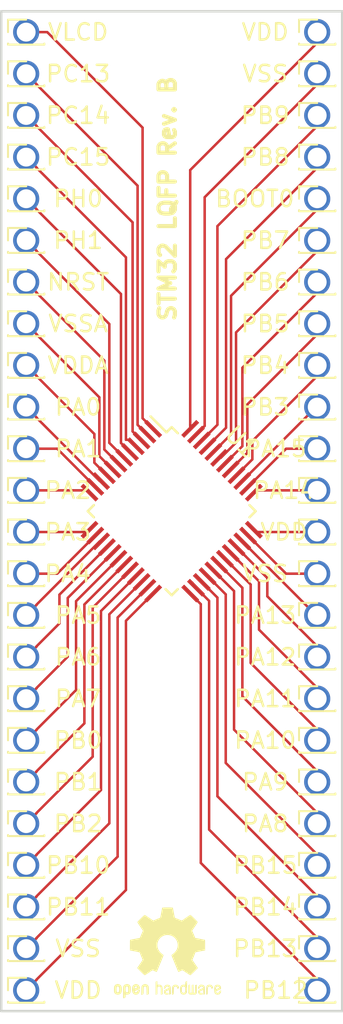
<source format=kicad_pcb>
(kicad_pcb (version 20171130) (host pcbnew 5.0.0-rc2-dev-unknown-8fcdc4f~64~ubuntu16.04.1)

  (general
    (thickness 1.6)
    (drawings 5)
    (tracks 207)
    (zones 0)
    (modules 50)
    (nets 49)
  )

  (page A4)
  (layers
    (0 F.Cu signal)
    (31 B.Cu signal)
    (32 B.Adhes user)
    (33 F.Adhes user)
    (34 B.Paste user)
    (35 F.Paste user)
    (36 B.SilkS user)
    (37 F.SilkS user)
    (38 B.Mask user)
    (39 F.Mask user)
    (40 Dwgs.User user)
    (41 Cmts.User user)
    (42 Eco1.User user)
    (43 Eco2.User user)
    (44 Edge.Cuts user)
    (45 Margin user)
    (46 B.CrtYd user)
    (47 F.CrtYd user)
    (48 B.Fab user)
    (49 F.Fab user)
  )

  (setup
    (last_trace_width 0.1524)
    (trace_clearance 0.1524)
    (zone_clearance 0.508)
    (zone_45_only no)
    (trace_min 0.1524)
    (segment_width 0.2)
    (edge_width 0.15)
    (via_size 0.6858)
    (via_drill 0.3302)
    (via_min_size 0.6858)
    (via_min_drill 0.3302)
    (uvia_size 0.6858)
    (uvia_drill 0.3302)
    (uvias_allowed no)
    (uvia_min_size 0.2)
    (uvia_min_drill 0.1)
    (pcb_text_width 0.3)
    (pcb_text_size 1.5 1.5)
    (mod_edge_width 0.15)
    (mod_text_size 1 1)
    (mod_text_width 0.15)
    (pad_size 1.6 1.6)
    (pad_drill 1.15)
    (pad_to_mask_clearance 0.129032)
    (aux_axis_origin 0 0)
    (visible_elements FFFFFF7F)
    (pcbplotparams
      (layerselection 0x010fc_ffffffff)
      (usegerberextensions false)
      (usegerberattributes false)
      (usegerberadvancedattributes false)
      (creategerberjobfile false)
      (excludeedgelayer true)
      (linewidth 0.100000)
      (plotframeref false)
      (viasonmask false)
      (mode 1)
      (useauxorigin false)
      (hpglpennumber 1)
      (hpglpenspeed 20)
      (hpglpendiameter 15)
      (psnegative false)
      (psa4output false)
      (plotreference true)
      (plotvalue true)
      (plotinvisibletext false)
      (padsonsilk false)
      (subtractmaskfromsilk false)
      (outputformat 1)
      (mirror false)
      (drillshape 1)
      (scaleselection 1)
      (outputdirectory ""))
  )

  (net 0 "")
  (net 1 "Net-(J1-Pad1)")
  (net 2 "Net-(J2-Pad1)")
  (net 3 "Net-(J3-Pad1)")
  (net 4 "Net-(J4-Pad1)")
  (net 5 "Net-(J5-Pad1)")
  (net 6 "Net-(J6-Pad1)")
  (net 7 "Net-(J7-Pad1)")
  (net 8 "Net-(J8-Pad1)")
  (net 9 "Net-(J9-Pad1)")
  (net 10 "Net-(J10-Pad1)")
  (net 11 "Net-(J11-Pad1)")
  (net 12 "Net-(J12-Pad1)")
  (net 13 "Net-(J13-Pad1)")
  (net 14 "Net-(J14-Pad1)")
  (net 15 "Net-(J15-Pad1)")
  (net 16 "Net-(J16-Pad1)")
  (net 17 "Net-(J17-Pad1)")
  (net 18 "Net-(J18-Pad1)")
  (net 19 "Net-(J19-Pad1)")
  (net 20 "Net-(J20-Pad1)")
  (net 21 "Net-(J21-Pad1)")
  (net 22 "Net-(J22-Pad1)")
  (net 23 "Net-(J23-Pad1)")
  (net 24 "Net-(J24-Pad1)")
  (net 25 "Net-(J25-Pad1)")
  (net 26 "Net-(J26-Pad1)")
  (net 27 "Net-(J27-Pad1)")
  (net 28 "Net-(J28-Pad1)")
  (net 29 "Net-(J29-Pad1)")
  (net 30 "Net-(J30-Pad1)")
  (net 31 "Net-(J31-Pad1)")
  (net 32 "Net-(J32-Pad1)")
  (net 33 "Net-(J33-Pad1)")
  (net 34 "Net-(J34-Pad1)")
  (net 35 "Net-(J35-Pad1)")
  (net 36 "Net-(J36-Pad1)")
  (net 37 "Net-(J37-Pad1)")
  (net 38 "Net-(J38-Pad1)")
  (net 39 "Net-(J39-Pad1)")
  (net 40 "Net-(J40-Pad1)")
  (net 41 "Net-(J41-Pad1)")
  (net 42 "Net-(J42-Pad1)")
  (net 43 "Net-(J43-Pad1)")
  (net 44 "Net-(J44-Pad1)")
  (net 45 "Net-(J45-Pad1)")
  (net 46 "Net-(J46-Pad1)")
  (net 47 "Net-(J47-Pad1)")
  (net 48 "Net-(J48-Pad1)")

  (net_class Default "This is the default net class."
    (clearance 0.1524)
    (trace_width 0.1524)
    (via_dia 0.6858)
    (via_drill 0.3302)
    (uvia_dia 0.6858)
    (uvia_drill 0.3302)
    (add_net "Net-(J1-Pad1)")
    (add_net "Net-(J10-Pad1)")
    (add_net "Net-(J11-Pad1)")
    (add_net "Net-(J12-Pad1)")
    (add_net "Net-(J13-Pad1)")
    (add_net "Net-(J14-Pad1)")
    (add_net "Net-(J15-Pad1)")
    (add_net "Net-(J16-Pad1)")
    (add_net "Net-(J17-Pad1)")
    (add_net "Net-(J18-Pad1)")
    (add_net "Net-(J19-Pad1)")
    (add_net "Net-(J2-Pad1)")
    (add_net "Net-(J20-Pad1)")
    (add_net "Net-(J21-Pad1)")
    (add_net "Net-(J22-Pad1)")
    (add_net "Net-(J23-Pad1)")
    (add_net "Net-(J24-Pad1)")
    (add_net "Net-(J25-Pad1)")
    (add_net "Net-(J26-Pad1)")
    (add_net "Net-(J27-Pad1)")
    (add_net "Net-(J28-Pad1)")
    (add_net "Net-(J29-Pad1)")
    (add_net "Net-(J3-Pad1)")
    (add_net "Net-(J30-Pad1)")
    (add_net "Net-(J31-Pad1)")
    (add_net "Net-(J32-Pad1)")
    (add_net "Net-(J33-Pad1)")
    (add_net "Net-(J34-Pad1)")
    (add_net "Net-(J35-Pad1)")
    (add_net "Net-(J36-Pad1)")
    (add_net "Net-(J37-Pad1)")
    (add_net "Net-(J38-Pad1)")
    (add_net "Net-(J39-Pad1)")
    (add_net "Net-(J4-Pad1)")
    (add_net "Net-(J40-Pad1)")
    (add_net "Net-(J41-Pad1)")
    (add_net "Net-(J42-Pad1)")
    (add_net "Net-(J43-Pad1)")
    (add_net "Net-(J44-Pad1)")
    (add_net "Net-(J45-Pad1)")
    (add_net "Net-(J46-Pad1)")
    (add_net "Net-(J47-Pad1)")
    (add_net "Net-(J48-Pad1)")
    (add_net "Net-(J5-Pad1)")
    (add_net "Net-(J6-Pad1)")
    (add_net "Net-(J7-Pad1)")
    (add_net "Net-(J8-Pad1)")
    (add_net "Net-(J9-Pad1)")
  )

  (module Pin_Headers:Pin_Header_Straight_1x01_Pitch1.27mm (layer F.Cu) (tedit 5AD93D6A) (tstamp 5ACB1BB2)
    (at 81.28 29.21)
    (descr "Through hole straight pin header, 1x01, 1.27mm pitch, single row")
    (tags "Through hole pin header THT 1x01 1.27mm single row")
    (path /5AC94826)
    (fp_text reference VLCD (at 3.175 0) (layer F.SilkS)
      (effects (font (size 1 1) (thickness 0.15)))
    )
    (fp_text value Conn_01x01 (at 0 1.695) (layer F.Fab) hide
      (effects (font (size 1 1) (thickness 0.15)))
    )
    (fp_text user %R (at 0 0 90) (layer F.Fab)
      (effects (font (size 1 1) (thickness 0.15)))
    )
    (fp_line (start 1.55 -1.15) (end -1.55 -1.15) (layer F.CrtYd) (width 0.05))
    (fp_line (start 1.55 1.15) (end 1.55 -1.15) (layer F.CrtYd) (width 0.05))
    (fp_line (start -1.55 1.15) (end 1.55 1.15) (layer F.CrtYd) (width 0.05))
    (fp_line (start -1.55 -1.15) (end -1.55 1.15) (layer F.CrtYd) (width 0.05))
    (fp_line (start -1.11 -0.76) (end 0 -0.76) (layer F.SilkS) (width 0.12))
    (fp_line (start -1.11 0) (end -1.11 -0.76) (layer F.SilkS) (width 0.12))
    (fp_line (start 0.563471 0.76) (end 1.11 0.76) (layer F.SilkS) (width 0.12))
    (fp_line (start -1.11 0.76) (end -0.563471 0.76) (layer F.SilkS) (width 0.12))
    (fp_line (start 1.11 0.76) (end 1.11 0.695) (layer F.SilkS) (width 0.12))
    (fp_line (start -1.11 0.76) (end -1.11 0.695) (layer F.SilkS) (width 0.12))
    (fp_line (start -1.11 0.76) (end 1.11 0.76) (layer F.SilkS) (width 0.12))
    (fp_line (start -1.05 -0.11) (end -0.525 -0.635) (layer F.Fab) (width 0.1))
    (fp_line (start -1.05 0.635) (end -1.05 -0.11) (layer F.Fab) (width 0.1))
    (fp_line (start 1.05 0.635) (end -1.05 0.635) (layer F.Fab) (width 0.1))
    (fp_line (start 1.05 -0.635) (end 1.05 0.635) (layer F.Fab) (width 0.1))
    (fp_line (start -0.525 -0.635) (end 1.05 -0.635) (layer F.Fab) (width 0.1))
    (pad 1 thru_hole circle (at 0 0) (size 1.6 1.6) (drill 1.15) (layers *.Cu *.Mask)
      (net 3 "Net-(J3-Pad1)"))
    (model ${KISYS3DMOD}/Pin_Headers.3dshapes/Pin_Header_Straight_1x01_Pitch1.27mm.wrl
      (at (xyz 0 0 0))
      (scale (xyz 1 1 1))
      (rotate (xyz 0 0 0))
    )
  )

  (module Pin_Headers:Pin_Header_Straight_1x01_Pitch1.27mm (layer F.Cu) (tedit 5AD93D75) (tstamp 5ACB0435)
    (at 81.28 41.91)
    (descr "Through hole straight pin header, 1x01, 1.27mm pitch, single row")
    (tags "Through hole pin header THT 1x01 1.27mm single row")
    (path /5AC948FB)
    (fp_text reference PH1 (at 3.175 0) (layer F.SilkS)
      (effects (font (size 1 1) (thickness 0.15)))
    )
    (fp_text value Conn_01x01 (at 0 1.695) (layer F.Fab) hide
      (effects (font (size 1 1) (thickness 0.15)))
    )
    (fp_text user %R (at 0 0 90) (layer F.Fab)
      (effects (font (size 1 1) (thickness 0.15)))
    )
    (fp_line (start 1.55 -1.15) (end -1.55 -1.15) (layer F.CrtYd) (width 0.05))
    (fp_line (start 1.55 1.15) (end 1.55 -1.15) (layer F.CrtYd) (width 0.05))
    (fp_line (start -1.55 1.15) (end 1.55 1.15) (layer F.CrtYd) (width 0.05))
    (fp_line (start -1.55 -1.15) (end -1.55 1.15) (layer F.CrtYd) (width 0.05))
    (fp_line (start -1.11 -0.76) (end 0 -0.76) (layer F.SilkS) (width 0.12))
    (fp_line (start -1.11 0) (end -1.11 -0.76) (layer F.SilkS) (width 0.12))
    (fp_line (start 0.563471 0.76) (end 1.11 0.76) (layer F.SilkS) (width 0.12))
    (fp_line (start -1.11 0.76) (end -0.563471 0.76) (layer F.SilkS) (width 0.12))
    (fp_line (start 1.11 0.76) (end 1.11 0.695) (layer F.SilkS) (width 0.12))
    (fp_line (start -1.11 0.76) (end -1.11 0.695) (layer F.SilkS) (width 0.12))
    (fp_line (start -1.11 0.76) (end 1.11 0.76) (layer F.SilkS) (width 0.12))
    (fp_line (start -1.05 -0.11) (end -0.525 -0.635) (layer F.Fab) (width 0.1))
    (fp_line (start -1.05 0.635) (end -1.05 -0.11) (layer F.Fab) (width 0.1))
    (fp_line (start 1.05 0.635) (end -1.05 0.635) (layer F.Fab) (width 0.1))
    (fp_line (start 1.05 -0.635) (end 1.05 0.635) (layer F.Fab) (width 0.1))
    (fp_line (start -0.525 -0.635) (end 1.05 -0.635) (layer F.Fab) (width 0.1))
    (pad 1 thru_hole circle (at 0 0) (size 1.6 1.6) (drill 1.15) (layers *.Cu *.Mask)
      (net 5 "Net-(J5-Pad1)"))
    (model ${KISYS3DMOD}/Pin_Headers.3dshapes/Pin_Header_Straight_1x01_Pitch1.27mm.wrl
      (at (xyz 0 0 0))
      (scale (xyz 1 1 1))
      (rotate (xyz 0 0 0))
    )
  )

  (module Pin_Headers:Pin_Header_Straight_1x01_Pitch1.27mm (layer F.Cu) (tedit 5AD93E28) (tstamp 5ACA5944)
    (at 81.28 72.39)
    (descr "Through hole straight pin header, 1x01, 1.27mm pitch, single row")
    (tags "Through hole pin header THT 1x01 1.27mm single row")
    (path /5AC94B7C)
    (fp_text reference PB0 (at 3.175 0) (layer F.SilkS)
      (effects (font (size 1 1) (thickness 0.15)))
    )
    (fp_text value Conn_01x01 (at 0 1.695) (layer F.Fab) hide
      (effects (font (size 1 1) (thickness 0.15)))
    )
    (fp_line (start -0.525 -0.635) (end 1.05 -0.635) (layer F.Fab) (width 0.1))
    (fp_line (start 1.05 -0.635) (end 1.05 0.635) (layer F.Fab) (width 0.1))
    (fp_line (start 1.05 0.635) (end -1.05 0.635) (layer F.Fab) (width 0.1))
    (fp_line (start -1.05 0.635) (end -1.05 -0.11) (layer F.Fab) (width 0.1))
    (fp_line (start -1.05 -0.11) (end -0.525 -0.635) (layer F.Fab) (width 0.1))
    (fp_line (start -1.11 0.76) (end 1.11 0.76) (layer F.SilkS) (width 0.12))
    (fp_line (start -1.11 0.76) (end -1.11 0.695) (layer F.SilkS) (width 0.12))
    (fp_line (start 1.11 0.76) (end 1.11 0.695) (layer F.SilkS) (width 0.12))
    (fp_line (start -1.11 0.76) (end -0.563471 0.76) (layer F.SilkS) (width 0.12))
    (fp_line (start 0.563471 0.76) (end 1.11 0.76) (layer F.SilkS) (width 0.12))
    (fp_line (start -1.11 0) (end -1.11 -0.76) (layer F.SilkS) (width 0.12))
    (fp_line (start -1.11 -0.76) (end 0 -0.76) (layer F.SilkS) (width 0.12))
    (fp_line (start -1.55 -1.15) (end -1.55 1.15) (layer F.CrtYd) (width 0.05))
    (fp_line (start -1.55 1.15) (end 1.55 1.15) (layer F.CrtYd) (width 0.05))
    (fp_line (start 1.55 1.15) (end 1.55 -1.15) (layer F.CrtYd) (width 0.05))
    (fp_line (start 1.55 -1.15) (end -1.55 -1.15) (layer F.CrtYd) (width 0.05))
    (fp_text user %R (at 0 0 90) (layer F.Fab)
      (effects (font (size 1 1) (thickness 0.15)))
    )
    (pad 1 thru_hole circle (at 0 0) (size 1.6 1.6) (drill 1.15) (layers *.Cu *.Mask)
      (net 9 "Net-(J9-Pad1)"))
    (model ${KISYS3DMOD}/Pin_Headers.3dshapes/Pin_Header_Straight_1x01_Pitch1.27mm.wrl
      (at (xyz 0 0 0))
      (scale (xyz 1 1 1))
      (rotate (xyz 0 0 0))
    )
  )

  (module Pin_Headers:Pin_Header_Straight_1x01_Pitch1.27mm (layer F.Cu) (tedit 5AD93E34) (tstamp 5ACAFEEB)
    (at 81.28 74.93)
    (descr "Through hole straight pin header, 1x01, 1.27mm pitch, single row")
    (tags "Through hole pin header THT 1x01 1.27mm single row")
    (path /5AC94BEA)
    (fp_text reference PB1 (at 3.175 0) (layer F.SilkS)
      (effects (font (size 1 1) (thickness 0.15)))
    )
    (fp_text value Conn_01x01 (at 0 1.695) (layer F.Fab) hide
      (effects (font (size 1 1) (thickness 0.15)))
    )
    (fp_text user %R (at 0 0 90) (layer F.Fab)
      (effects (font (size 1 1) (thickness 0.15)))
    )
    (fp_line (start 1.55 -1.15) (end -1.55 -1.15) (layer F.CrtYd) (width 0.05))
    (fp_line (start 1.55 1.15) (end 1.55 -1.15) (layer F.CrtYd) (width 0.05))
    (fp_line (start -1.55 1.15) (end 1.55 1.15) (layer F.CrtYd) (width 0.05))
    (fp_line (start -1.55 -1.15) (end -1.55 1.15) (layer F.CrtYd) (width 0.05))
    (fp_line (start -1.11 -0.76) (end 0 -0.76) (layer F.SilkS) (width 0.12))
    (fp_line (start -1.11 0) (end -1.11 -0.76) (layer F.SilkS) (width 0.12))
    (fp_line (start 0.563471 0.76) (end 1.11 0.76) (layer F.SilkS) (width 0.12))
    (fp_line (start -1.11 0.76) (end -0.563471 0.76) (layer F.SilkS) (width 0.12))
    (fp_line (start 1.11 0.76) (end 1.11 0.695) (layer F.SilkS) (width 0.12))
    (fp_line (start -1.11 0.76) (end -1.11 0.695) (layer F.SilkS) (width 0.12))
    (fp_line (start -1.11 0.76) (end 1.11 0.76) (layer F.SilkS) (width 0.12))
    (fp_line (start -1.05 -0.11) (end -0.525 -0.635) (layer F.Fab) (width 0.1))
    (fp_line (start -1.05 0.635) (end -1.05 -0.11) (layer F.Fab) (width 0.1))
    (fp_line (start 1.05 0.635) (end -1.05 0.635) (layer F.Fab) (width 0.1))
    (fp_line (start 1.05 -0.635) (end 1.05 0.635) (layer F.Fab) (width 0.1))
    (fp_line (start -0.525 -0.635) (end 1.05 -0.635) (layer F.Fab) (width 0.1))
    (pad 1 thru_hole circle (at 0 0) (size 1.6 1.6) (drill 1.15) (layers *.Cu *.Mask)
      (net 10 "Net-(J10-Pad1)"))
    (model ${KISYS3DMOD}/Pin_Headers.3dshapes/Pin_Header_Straight_1x01_Pitch1.27mm.wrl
      (at (xyz 0 0 0))
      (scale (xyz 1 1 1))
      (rotate (xyz 0 0 0))
    )
  )

  (module Pin_Headers:Pin_Header_Straight_1x01_Pitch1.27mm (layer F.Cu) (tedit 5AD93D49) (tstamp 5ACB02FA)
    (at 81.28 36.83)
    (descr "Through hole straight pin header, 1x01, 1.27mm pitch, single row")
    (tags "Through hole pin header THT 1x01 1.27mm single row")
    (path /5AC94AB5)
    (fp_text reference PC15 (at 3.175 0) (layer F.SilkS)
      (effects (font (size 1 1) (thickness 0.15)))
    )
    (fp_text value Conn_01x01 (at 0 1.695) (layer F.Fab) hide
      (effects (font (size 1 1) (thickness 0.15)))
    )
    (fp_line (start -0.525 -0.635) (end 1.05 -0.635) (layer F.Fab) (width 0.1))
    (fp_line (start 1.05 -0.635) (end 1.05 0.635) (layer F.Fab) (width 0.1))
    (fp_line (start 1.05 0.635) (end -1.05 0.635) (layer F.Fab) (width 0.1))
    (fp_line (start -1.05 0.635) (end -1.05 -0.11) (layer F.Fab) (width 0.1))
    (fp_line (start -1.05 -0.11) (end -0.525 -0.635) (layer F.Fab) (width 0.1))
    (fp_line (start -1.11 0.76) (end 1.11 0.76) (layer F.SilkS) (width 0.12))
    (fp_line (start -1.11 0.76) (end -1.11 0.695) (layer F.SilkS) (width 0.12))
    (fp_line (start 1.11 0.76) (end 1.11 0.695) (layer F.SilkS) (width 0.12))
    (fp_line (start -1.11 0.76) (end -0.563471 0.76) (layer F.SilkS) (width 0.12))
    (fp_line (start 0.563471 0.76) (end 1.11 0.76) (layer F.SilkS) (width 0.12))
    (fp_line (start -1.11 0) (end -1.11 -0.76) (layer F.SilkS) (width 0.12))
    (fp_line (start -1.11 -0.76) (end 0 -0.76) (layer F.SilkS) (width 0.12))
    (fp_line (start -1.55 -1.15) (end -1.55 1.15) (layer F.CrtYd) (width 0.05))
    (fp_line (start -1.55 1.15) (end 1.55 1.15) (layer F.CrtYd) (width 0.05))
    (fp_line (start 1.55 1.15) (end 1.55 -1.15) (layer F.CrtYd) (width 0.05))
    (fp_line (start 1.55 -1.15) (end -1.55 -1.15) (layer F.CrtYd) (width 0.05))
    (fp_text user %R (at 0 0 90) (layer F.Fab)
      (effects (font (size 1 1) (thickness 0.15)))
    )
    (pad 1 thru_hole circle (at 0 0) (size 1.6 1.6) (drill 1.15) (layers *.Cu *.Mask)
      (net 8 "Net-(J8-Pad1)"))
    (model ${KISYS3DMOD}/Pin_Headers.3dshapes/Pin_Header_Straight_1x01_Pitch1.27mm.wrl
      (at (xyz 0 0 0))
      (scale (xyz 1 1 1))
      (rotate (xyz 0 0 0))
    )
  )

  (module Pin_Headers:Pin_Header_Straight_1x01_Pitch1.27mm (layer F.Cu) (tedit 5AD93D45) (tstamp 5ACB03F6)
    (at 81.28 39.37)
    (descr "Through hole straight pin header, 1x01, 1.27mm pitch, single row")
    (tags "Through hole pin header THT 1x01 1.27mm single row")
    (path /5AC94897)
    (fp_text reference PH0 (at 3.175 0) (layer F.SilkS)
      (effects (font (size 1 1) (thickness 0.15)))
    )
    (fp_text value Conn_01x01 (at 0 1.695) (layer F.Fab) hide
      (effects (font (size 1 1) (thickness 0.15)))
    )
    (fp_line (start -0.525 -0.635) (end 1.05 -0.635) (layer F.Fab) (width 0.1))
    (fp_line (start 1.05 -0.635) (end 1.05 0.635) (layer F.Fab) (width 0.1))
    (fp_line (start 1.05 0.635) (end -1.05 0.635) (layer F.Fab) (width 0.1))
    (fp_line (start -1.05 0.635) (end -1.05 -0.11) (layer F.Fab) (width 0.1))
    (fp_line (start -1.05 -0.11) (end -0.525 -0.635) (layer F.Fab) (width 0.1))
    (fp_line (start -1.11 0.76) (end 1.11 0.76) (layer F.SilkS) (width 0.12))
    (fp_line (start -1.11 0.76) (end -1.11 0.695) (layer F.SilkS) (width 0.12))
    (fp_line (start 1.11 0.76) (end 1.11 0.695) (layer F.SilkS) (width 0.12))
    (fp_line (start -1.11 0.76) (end -0.563471 0.76) (layer F.SilkS) (width 0.12))
    (fp_line (start 0.563471 0.76) (end 1.11 0.76) (layer F.SilkS) (width 0.12))
    (fp_line (start -1.11 0) (end -1.11 -0.76) (layer F.SilkS) (width 0.12))
    (fp_line (start -1.11 -0.76) (end 0 -0.76) (layer F.SilkS) (width 0.12))
    (fp_line (start -1.55 -1.15) (end -1.55 1.15) (layer F.CrtYd) (width 0.05))
    (fp_line (start -1.55 1.15) (end 1.55 1.15) (layer F.CrtYd) (width 0.05))
    (fp_line (start 1.55 1.15) (end 1.55 -1.15) (layer F.CrtYd) (width 0.05))
    (fp_line (start 1.55 -1.15) (end -1.55 -1.15) (layer F.CrtYd) (width 0.05))
    (fp_text user %R (at 0 0 90) (layer F.Fab)
      (effects (font (size 1 1) (thickness 0.15)))
    )
    (pad 1 thru_hole circle (at 0 0) (size 1.6 1.6) (drill 1.15) (layers *.Cu *.Mask)
      (net 4 "Net-(J4-Pad1)"))
    (model ${KISYS3DMOD}/Pin_Headers.3dshapes/Pin_Header_Straight_1x01_Pitch1.27mm.wrl
      (at (xyz 0 0 0))
      (scale (xyz 1 1 1))
      (rotate (xyz 0 0 0))
    )
  )

  (module Housings_QFP:LQFP-48_7x7mm_Pitch0.5mm (layer F.Cu) (tedit 54130A77) (tstamp 5ACAC04B)
    (at 90.17 58.42 315)
    (descr "48 LEAD LQFP 7x7mm (see MICREL LQFP7x7-48LD-PL-1.pdf)")
    (tags "QFP 0.5")
    (path /5AC8E1A4)
    (attr smd)
    (fp_text reference U1 (at 0 -6 315) (layer F.SilkS)
      (effects (font (size 1 1) (thickness 0.15)))
    )
    (fp_text value STM32L151CCTx (at 0 6 315) (layer F.Fab)
      (effects (font (size 1 1) (thickness 0.15)))
    )
    (fp_line (start -3.625 -3.175) (end -5 -3.175) (layer F.SilkS) (width 0.15))
    (fp_line (start 3.625 -3.625) (end 3.1 -3.625) (layer F.SilkS) (width 0.15))
    (fp_line (start 3.625 3.625) (end 3.1 3.625) (layer F.SilkS) (width 0.15))
    (fp_line (start -3.625 3.625) (end -3.1 3.625) (layer F.SilkS) (width 0.15))
    (fp_line (start -3.625 -3.625) (end -3.1 -3.625) (layer F.SilkS) (width 0.15))
    (fp_line (start -3.625 3.625) (end -3.625 3.1) (layer F.SilkS) (width 0.15))
    (fp_line (start 3.625 3.625) (end 3.625 3.1) (layer F.SilkS) (width 0.15))
    (fp_line (start 3.625 -3.625) (end 3.625 -3.1) (layer F.SilkS) (width 0.15))
    (fp_line (start -3.625 -3.625) (end -3.625 -3.175) (layer F.SilkS) (width 0.15))
    (fp_line (start -5.25 5.25) (end 5.25 5.25) (layer F.CrtYd) (width 0.05))
    (fp_line (start -5.25 -5.25) (end 5.25 -5.25) (layer F.CrtYd) (width 0.05))
    (fp_line (start 5.25 -5.25) (end 5.25 5.25) (layer F.CrtYd) (width 0.05))
    (fp_line (start -5.25 -5.25) (end -5.25 5.25) (layer F.CrtYd) (width 0.05))
    (fp_line (start -3.5 -2.5) (end -2.5 -3.5) (layer F.Fab) (width 0.15))
    (fp_line (start -3.5 3.5) (end -3.5 -2.5) (layer F.Fab) (width 0.15))
    (fp_line (start 3.5 3.5) (end -3.5 3.5) (layer F.Fab) (width 0.15))
    (fp_line (start 3.5 -3.5) (end 3.5 3.5) (layer F.Fab) (width 0.15))
    (fp_line (start -2.5 -3.5) (end 3.5 -3.5) (layer F.Fab) (width 0.15))
    (fp_text user %R (at 0 0 315) (layer F.Fab)
      (effects (font (size 1 1) (thickness 0.15)))
    )
    (pad 48 smd rect (at -2.75 -4.35 45) (size 1.3 0.25) (layers F.Cu F.Paste F.Mask)
      (net 29 "Net-(J29-Pad1)"))
    (pad 47 smd rect (at -2.25 -4.35 45) (size 1.3 0.25) (layers F.Cu F.Paste F.Mask)
      (net 30 "Net-(J30-Pad1)"))
    (pad 46 smd rect (at -1.749999 -4.35 45) (size 1.3 0.25) (layers F.Cu F.Paste F.Mask)
      (net 18 "Net-(J18-Pad1)"))
    (pad 45 smd rect (at -1.25 -4.35 45) (size 1.3 0.25) (layers F.Cu F.Paste F.Mask)
      (net 17 "Net-(J17-Pad1)"))
    (pad 44 smd rect (at -0.750001 -4.35 45) (size 1.3 0.25) (layers F.Cu F.Paste F.Mask)
      (net 2 "Net-(J2-Pad1)"))
    (pad 43 smd rect (at -0.25 -4.35 45) (size 1.3 0.25) (layers F.Cu F.Paste F.Mask)
      (net 16 "Net-(J16-Pad1)"))
    (pad 42 smd rect (at 0.25 -4.35 45) (size 1.3 0.25) (layers F.Cu F.Paste F.Mask)
      (net 15 "Net-(J15-Pad1)"))
    (pad 41 smd rect (at 0.750001 -4.35 45) (size 1.3 0.25) (layers F.Cu F.Paste F.Mask)
      (net 14 "Net-(J14-Pad1)"))
    (pad 40 smd rect (at 1.25 -4.35 45) (size 1.3 0.25) (layers F.Cu F.Paste F.Mask)
      (net 13 "Net-(J13-Pad1)"))
    (pad 39 smd rect (at 1.749999 -4.35 45) (size 1.3 0.25) (layers F.Cu F.Paste F.Mask)
      (net 12 "Net-(J12-Pad1)"))
    (pad 38 smd rect (at 2.25 -4.35 45) (size 1.3 0.25) (layers F.Cu F.Paste F.Mask)
      (net 48 "Net-(J48-Pad1)"))
    (pad 37 smd rect (at 2.75 -4.35 45) (size 1.3 0.25) (layers F.Cu F.Paste F.Mask)
      (net 47 "Net-(J47-Pad1)"))
    (pad 36 smd rect (at 4.35 -2.75 315) (size 1.3 0.25) (layers F.Cu F.Paste F.Mask)
      (net 27 "Net-(J27-Pad1)"))
    (pad 35 smd rect (at 4.35 -2.25 315) (size 1.3 0.25) (layers F.Cu F.Paste F.Mask)
      (net 28 "Net-(J28-Pad1)"))
    (pad 34 smd rect (at 4.35 -1.749999 315) (size 1.3 0.25) (layers F.Cu F.Paste F.Mask)
      (net 46 "Net-(J46-Pad1)"))
    (pad 33 smd rect (at 4.35 -1.25 315) (size 1.3 0.25) (layers F.Cu F.Paste F.Mask)
      (net 45 "Net-(J45-Pad1)"))
    (pad 32 smd rect (at 4.35 -0.750001 315) (size 1.3 0.25) (layers F.Cu F.Paste F.Mask)
      (net 44 "Net-(J44-Pad1)"))
    (pad 31 smd rect (at 4.35 -0.25 315) (size 1.3 0.25) (layers F.Cu F.Paste F.Mask)
      (net 43 "Net-(J43-Pad1)"))
    (pad 30 smd rect (at 4.35 0.25 315) (size 1.3 0.25) (layers F.Cu F.Paste F.Mask)
      (net 42 "Net-(J42-Pad1)"))
    (pad 29 smd rect (at 4.35 0.750001 315) (size 1.3 0.25) (layers F.Cu F.Paste F.Mask)
      (net 41 "Net-(J41-Pad1)"))
    (pad 28 smd rect (at 4.35 1.25 315) (size 1.3 0.25) (layers F.Cu F.Paste F.Mask)
      (net 24 "Net-(J24-Pad1)"))
    (pad 27 smd rect (at 4.35 1.749999 315) (size 1.3 0.25) (layers F.Cu F.Paste F.Mask)
      (net 23 "Net-(J23-Pad1)"))
    (pad 26 smd rect (at 4.35 2.25 315) (size 1.3 0.25) (layers F.Cu F.Paste F.Mask)
      (net 22 "Net-(J22-Pad1)"))
    (pad 25 smd rect (at 4.35 2.75 315) (size 1.3 0.25) (layers F.Cu F.Paste F.Mask)
      (net 21 "Net-(J21-Pad1)"))
    (pad 24 smd rect (at 2.75 4.35 45) (size 1.3 0.25) (layers F.Cu F.Paste F.Mask)
      (net 25 "Net-(J25-Pad1)"))
    (pad 23 smd rect (at 2.25 4.35 45) (size 1.3 0.25) (layers F.Cu F.Paste F.Mask)
      (net 26 "Net-(J26-Pad1)"))
    (pad 22 smd rect (at 1.749999 4.35 45) (size 1.3 0.25) (layers F.Cu F.Paste F.Mask)
      (net 20 "Net-(J20-Pad1)"))
    (pad 21 smd rect (at 1.25 4.35 45) (size 1.3 0.25) (layers F.Cu F.Paste F.Mask)
      (net 19 "Net-(J19-Pad1)"))
    (pad 20 smd rect (at 0.750001 4.35 45) (size 1.3 0.25) (layers F.Cu F.Paste F.Mask)
      (net 11 "Net-(J11-Pad1)"))
    (pad 19 smd rect (at 0.25 4.35 45) (size 1.3 0.25) (layers F.Cu F.Paste F.Mask)
      (net 10 "Net-(J10-Pad1)"))
    (pad 18 smd rect (at -0.25 4.35 45) (size 1.3 0.25) (layers F.Cu F.Paste F.Mask)
      (net 9 "Net-(J9-Pad1)"))
    (pad 17 smd rect (at -0.750001 4.35 45) (size 1.3 0.25) (layers F.Cu F.Paste F.Mask)
      (net 40 "Net-(J40-Pad1)"))
    (pad 16 smd rect (at -1.25 4.35 45) (size 1.3 0.25) (layers F.Cu F.Paste F.Mask)
      (net 39 "Net-(J39-Pad1)"))
    (pad 15 smd rect (at -1.749999 4.35 45) (size 1.3 0.25) (layers F.Cu F.Paste F.Mask)
      (net 38 "Net-(J38-Pad1)"))
    (pad 14 smd rect (at -2.25 4.35 45) (size 1.3 0.25) (layers F.Cu F.Paste F.Mask)
      (net 37 "Net-(J37-Pad1)"))
    (pad 13 smd rect (at -2.75 4.35 45) (size 1.3 0.25) (layers F.Cu F.Paste F.Mask)
      (net 36 "Net-(J36-Pad1)"))
    (pad 12 smd rect (at -4.35 2.75 315) (size 1.3 0.25) (layers F.Cu F.Paste F.Mask)
      (net 35 "Net-(J35-Pad1)"))
    (pad 11 smd rect (at -4.35 2.25 315) (size 1.3 0.25) (layers F.Cu F.Paste F.Mask)
      (net 34 "Net-(J34-Pad1)"))
    (pad 10 smd rect (at -4.35 1.749999 315) (size 1.3 0.25) (layers F.Cu F.Paste F.Mask)
      (net 33 "Net-(J33-Pad1)"))
    (pad 9 smd rect (at -4.35 1.25 315) (size 1.3 0.25) (layers F.Cu F.Paste F.Mask)
      (net 31 "Net-(J31-Pad1)"))
    (pad 8 smd rect (at -4.35 0.750001 315) (size 1.3 0.25) (layers F.Cu F.Paste F.Mask)
      (net 32 "Net-(J32-Pad1)"))
    (pad 7 smd rect (at -4.35 0.25 315) (size 1.3 0.25) (layers F.Cu F.Paste F.Mask)
      (net 1 "Net-(J1-Pad1)"))
    (pad 6 smd rect (at -4.35 -0.25 315) (size 1.3 0.25) (layers F.Cu F.Paste F.Mask)
      (net 5 "Net-(J5-Pad1)"))
    (pad 5 smd rect (at -4.35 -0.750001 315) (size 1.3 0.25) (layers F.Cu F.Paste F.Mask)
      (net 4 "Net-(J4-Pad1)"))
    (pad 4 smd rect (at -4.35 -1.25 315) (size 1.3 0.25) (layers F.Cu F.Paste F.Mask)
      (net 8 "Net-(J8-Pad1)"))
    (pad 3 smd rect (at -4.35 -1.749999 315) (size 1.3 0.25) (layers F.Cu F.Paste F.Mask)
      (net 7 "Net-(J7-Pad1)"))
    (pad 2 smd rect (at -4.35 -2.25 315) (size 1.3 0.25) (layers F.Cu F.Paste F.Mask)
      (net 6 "Net-(J6-Pad1)"))
    (pad 1 smd rect (at -4.35 -2.75 315) (size 1.3 0.25) (layers F.Cu F.Paste F.Mask)
      (net 3 "Net-(J3-Pad1)"))
    (model ${KISYS3DMOD}/Housings_QFP.3dshapes/LQFP-48_7x7mm_Pitch0.5mm.wrl
      (at (xyz 0 0 0))
      (scale (xyz 1 1 1))
      (rotate (xyz 0 0 0))
    )
  )

  (module Pin_Headers:Pin_Header_Straight_1x01_Pitch1.27mm (layer F.Cu) (tedit 5AD93F2E) (tstamp 5ACA5A8E)
    (at 99.06 80.01)
    (descr "Through hole straight pin header, 1x01, 1.27mm pitch, single row")
    (tags "Through hole pin header THT 1x01 1.27mm single row")
    (path /5AC95461)
    (fp_text reference PB15 (at -3.175 0) (layer F.SilkS)
      (effects (font (size 1 1) (thickness 0.15)))
    )
    (fp_text value Conn_01x01 (at 0 1.695) (layer F.Fab) hide
      (effects (font (size 1 1) (thickness 0.15)))
    )
    (fp_line (start -0.525 -0.635) (end 1.05 -0.635) (layer F.Fab) (width 0.1))
    (fp_line (start 1.05 -0.635) (end 1.05 0.635) (layer F.Fab) (width 0.1))
    (fp_line (start 1.05 0.635) (end -1.05 0.635) (layer F.Fab) (width 0.1))
    (fp_line (start -1.05 0.635) (end -1.05 -0.11) (layer F.Fab) (width 0.1))
    (fp_line (start -1.05 -0.11) (end -0.525 -0.635) (layer F.Fab) (width 0.1))
    (fp_line (start -1.11 0.76) (end 1.11 0.76) (layer F.SilkS) (width 0.12))
    (fp_line (start -1.11 0.76) (end -1.11 0.695) (layer F.SilkS) (width 0.12))
    (fp_line (start 1.11 0.76) (end 1.11 0.695) (layer F.SilkS) (width 0.12))
    (fp_line (start -1.11 0.76) (end -0.563471 0.76) (layer F.SilkS) (width 0.12))
    (fp_line (start 0.563471 0.76) (end 1.11 0.76) (layer F.SilkS) (width 0.12))
    (fp_line (start -1.11 0) (end -1.11 -0.76) (layer F.SilkS) (width 0.12))
    (fp_line (start -1.11 -0.76) (end 0 -0.76) (layer F.SilkS) (width 0.12))
    (fp_line (start -1.55 -1.15) (end -1.55 1.15) (layer F.CrtYd) (width 0.05))
    (fp_line (start -1.55 1.15) (end 1.55 1.15) (layer F.CrtYd) (width 0.05))
    (fp_line (start 1.55 1.15) (end 1.55 -1.15) (layer F.CrtYd) (width 0.05))
    (fp_line (start 1.55 -1.15) (end -1.55 -1.15) (layer F.CrtYd) (width 0.05))
    (fp_text user %R (at 0 0 90) (layer F.Fab)
      (effects (font (size 1 1) (thickness 0.15)))
    )
    (pad 1 thru_hole circle (at 0 0) (size 1.6 1.6) (drill 1.15) (layers *.Cu *.Mask)
      (net 24 "Net-(J24-Pad1)"))
    (model ${KISYS3DMOD}/Pin_Headers.3dshapes/Pin_Header_Straight_1x01_Pitch1.27mm.wrl
      (at (xyz 0 0 0))
      (scale (xyz 1 1 1))
      (rotate (xyz 0 0 0))
    )
  )

  (module Pin_Headers:Pin_Header_Straight_1x01_Pitch1.27mm (layer F.Cu) (tedit 5AD93D83) (tstamp 5ACB0474)
    (at 81.28 44.45)
    (descr "Through hole straight pin header, 1x01, 1.27mm pitch, single row")
    (tags "Through hole pin header THT 1x01 1.27mm single row")
    (path /5AC94755)
    (fp_text reference NRST (at 3.175 0) (layer F.SilkS)
      (effects (font (size 1 1) (thickness 0.15)))
    )
    (fp_text value Conn_01x01 (at 0 1.695) (layer F.Fab) hide
      (effects (font (size 1 1) (thickness 0.15)))
    )
    (fp_text user %R (at 0 0 90) (layer F.Fab)
      (effects (font (size 1 1) (thickness 0.15)))
    )
    (fp_line (start 1.55 -1.15) (end -1.55 -1.15) (layer F.CrtYd) (width 0.05))
    (fp_line (start 1.55 1.15) (end 1.55 -1.15) (layer F.CrtYd) (width 0.05))
    (fp_line (start -1.55 1.15) (end 1.55 1.15) (layer F.CrtYd) (width 0.05))
    (fp_line (start -1.55 -1.15) (end -1.55 1.15) (layer F.CrtYd) (width 0.05))
    (fp_line (start -1.11 -0.76) (end 0 -0.76) (layer F.SilkS) (width 0.12))
    (fp_line (start -1.11 0) (end -1.11 -0.76) (layer F.SilkS) (width 0.12))
    (fp_line (start 0.563471 0.76) (end 1.11 0.76) (layer F.SilkS) (width 0.12))
    (fp_line (start -1.11 0.76) (end -0.563471 0.76) (layer F.SilkS) (width 0.12))
    (fp_line (start 1.11 0.76) (end 1.11 0.695) (layer F.SilkS) (width 0.12))
    (fp_line (start -1.11 0.76) (end -1.11 0.695) (layer F.SilkS) (width 0.12))
    (fp_line (start -1.11 0.76) (end 1.11 0.76) (layer F.SilkS) (width 0.12))
    (fp_line (start -1.05 -0.11) (end -0.525 -0.635) (layer F.Fab) (width 0.1))
    (fp_line (start -1.05 0.635) (end -1.05 -0.11) (layer F.Fab) (width 0.1))
    (fp_line (start 1.05 0.635) (end -1.05 0.635) (layer F.Fab) (width 0.1))
    (fp_line (start 1.05 -0.635) (end 1.05 0.635) (layer F.Fab) (width 0.1))
    (fp_line (start -0.525 -0.635) (end 1.05 -0.635) (layer F.Fab) (width 0.1))
    (pad 1 thru_hole circle (at 0 0) (size 1.6 1.6) (drill 1.15) (layers *.Cu *.Mask)
      (net 1 "Net-(J1-Pad1)"))
    (model ${KISYS3DMOD}/Pin_Headers.3dshapes/Pin_Header_Straight_1x01_Pitch1.27mm.wrl
      (at (xyz 0 0 0))
      (scale (xyz 1 1 1))
      (rotate (xyz 0 0 0))
    )
  )

  (module Pin_Headers:Pin_Header_Straight_1x01_Pitch1.27mm (layer F.Cu) (tedit 5AD93EA1) (tstamp 5ACAD006)
    (at 99.06 39.37)
    (descr "Through hole straight pin header, 1x01, 1.27mm pitch, single row")
    (tags "Through hole pin header THT 1x01 1.27mm single row")
    (path /5AC947D9)
    (fp_text reference BOOT0 (at -3.81 0) (layer F.SilkS)
      (effects (font (size 1 1) (thickness 0.15)))
    )
    (fp_text value Conn_01x01 (at 0 1.695) (layer F.Fab) hide
      (effects (font (size 1 1) (thickness 0.15)))
    )
    (fp_line (start -0.525 -0.635) (end 1.05 -0.635) (layer F.Fab) (width 0.1))
    (fp_line (start 1.05 -0.635) (end 1.05 0.635) (layer F.Fab) (width 0.1))
    (fp_line (start 1.05 0.635) (end -1.05 0.635) (layer F.Fab) (width 0.1))
    (fp_line (start -1.05 0.635) (end -1.05 -0.11) (layer F.Fab) (width 0.1))
    (fp_line (start -1.05 -0.11) (end -0.525 -0.635) (layer F.Fab) (width 0.1))
    (fp_line (start -1.11 0.76) (end 1.11 0.76) (layer F.SilkS) (width 0.12))
    (fp_line (start -1.11 0.76) (end -1.11 0.695) (layer F.SilkS) (width 0.12))
    (fp_line (start 1.11 0.76) (end 1.11 0.695) (layer F.SilkS) (width 0.12))
    (fp_line (start -1.11 0.76) (end -0.563471 0.76) (layer F.SilkS) (width 0.12))
    (fp_line (start 0.563471 0.76) (end 1.11 0.76) (layer F.SilkS) (width 0.12))
    (fp_line (start -1.11 0) (end -1.11 -0.76) (layer F.SilkS) (width 0.12))
    (fp_line (start -1.11 -0.76) (end 0 -0.76) (layer F.SilkS) (width 0.12))
    (fp_line (start -1.55 -1.15) (end -1.55 1.15) (layer F.CrtYd) (width 0.05))
    (fp_line (start -1.55 1.15) (end 1.55 1.15) (layer F.CrtYd) (width 0.05))
    (fp_line (start 1.55 1.15) (end 1.55 -1.15) (layer F.CrtYd) (width 0.05))
    (fp_line (start 1.55 -1.15) (end -1.55 -1.15) (layer F.CrtYd) (width 0.05))
    (fp_text user %R (at 0 0 90) (layer F.Fab)
      (effects (font (size 1 1) (thickness 0.15)))
    )
    (pad 1 thru_hole circle (at 0 0) (size 1.6 1.6) (drill 1.15) (layers *.Cu *.Mask)
      (net 2 "Net-(J2-Pad1)"))
    (model ${KISYS3DMOD}/Pin_Headers.3dshapes/Pin_Header_Straight_1x01_Pitch1.27mm.wrl
      (at (xyz 0 0 0))
      (scale (xyz 1 1 1))
      (rotate (xyz 0 0 0))
    )
  )

  (module Pin_Headers:Pin_Header_Straight_1x01_Pitch1.27mm (layer F.Cu) (tedit 5AD93D65) (tstamp 5ACB0378)
    (at 81.28 31.75)
    (descr "Through hole straight pin header, 1x01, 1.27mm pitch, single row")
    (tags "Through hole pin header THT 1x01 1.27mm single row")
    (path /5AC94975)
    (fp_text reference PC13 (at 3.175 0) (layer F.SilkS)
      (effects (font (size 1 1) (thickness 0.15)))
    )
    (fp_text value Conn_01x01 (at 0 1.695) (layer F.Fab) hide
      (effects (font (size 1 1) (thickness 0.15)))
    )
    (fp_line (start -0.525 -0.635) (end 1.05 -0.635) (layer F.Fab) (width 0.1))
    (fp_line (start 1.05 -0.635) (end 1.05 0.635) (layer F.Fab) (width 0.1))
    (fp_line (start 1.05 0.635) (end -1.05 0.635) (layer F.Fab) (width 0.1))
    (fp_line (start -1.05 0.635) (end -1.05 -0.11) (layer F.Fab) (width 0.1))
    (fp_line (start -1.05 -0.11) (end -0.525 -0.635) (layer F.Fab) (width 0.1))
    (fp_line (start -1.11 0.76) (end 1.11 0.76) (layer F.SilkS) (width 0.12))
    (fp_line (start -1.11 0.76) (end -1.11 0.695) (layer F.SilkS) (width 0.12))
    (fp_line (start 1.11 0.76) (end 1.11 0.695) (layer F.SilkS) (width 0.12))
    (fp_line (start -1.11 0.76) (end -0.563471 0.76) (layer F.SilkS) (width 0.12))
    (fp_line (start 0.563471 0.76) (end 1.11 0.76) (layer F.SilkS) (width 0.12))
    (fp_line (start -1.11 0) (end -1.11 -0.76) (layer F.SilkS) (width 0.12))
    (fp_line (start -1.11 -0.76) (end 0 -0.76) (layer F.SilkS) (width 0.12))
    (fp_line (start -1.55 -1.15) (end -1.55 1.15) (layer F.CrtYd) (width 0.05))
    (fp_line (start -1.55 1.15) (end 1.55 1.15) (layer F.CrtYd) (width 0.05))
    (fp_line (start 1.55 1.15) (end 1.55 -1.15) (layer F.CrtYd) (width 0.05))
    (fp_line (start 1.55 -1.15) (end -1.55 -1.15) (layer F.CrtYd) (width 0.05))
    (fp_text user %R (at 0 0 90) (layer F.Fab)
      (effects (font (size 1 1) (thickness 0.15)))
    )
    (pad 1 thru_hole circle (at 0 0) (size 1.6 1.6) (drill 1.15) (layers *.Cu *.Mask)
      (net 6 "Net-(J6-Pad1)"))
    (model ${KISYS3DMOD}/Pin_Headers.3dshapes/Pin_Header_Straight_1x01_Pitch1.27mm.wrl
      (at (xyz 0 0 0))
      (scale (xyz 1 1 1))
      (rotate (xyz 0 0 0))
    )
  )

  (module Pin_Headers:Pin_Header_Straight_1x01_Pitch1.27mm (layer F.Cu) (tedit 5AD93D50) (tstamp 5ACB04B3)
    (at 81.28 34.29)
    (descr "Through hole straight pin header, 1x01, 1.27mm pitch, single row")
    (tags "Through hole pin header THT 1x01 1.27mm single row")
    (path /5AC94A00)
    (fp_text reference PC14 (at 3.175 0) (layer F.SilkS)
      (effects (font (size 1 1) (thickness 0.15)))
    )
    (fp_text value Conn_01x01 (at 0 1.695) (layer F.Fab) hide
      (effects (font (size 1 1) (thickness 0.15)))
    )
    (fp_text user %R (at 0 0 90) (layer F.Fab)
      (effects (font (size 1 1) (thickness 0.15)))
    )
    (fp_line (start 1.55 -1.15) (end -1.55 -1.15) (layer F.CrtYd) (width 0.05))
    (fp_line (start 1.55 1.15) (end 1.55 -1.15) (layer F.CrtYd) (width 0.05))
    (fp_line (start -1.55 1.15) (end 1.55 1.15) (layer F.CrtYd) (width 0.05))
    (fp_line (start -1.55 -1.15) (end -1.55 1.15) (layer F.CrtYd) (width 0.05))
    (fp_line (start -1.11 -0.76) (end 0 -0.76) (layer F.SilkS) (width 0.12))
    (fp_line (start -1.11 0) (end -1.11 -0.76) (layer F.SilkS) (width 0.12))
    (fp_line (start 0.563471 0.76) (end 1.11 0.76) (layer F.SilkS) (width 0.12))
    (fp_line (start -1.11 0.76) (end -0.563471 0.76) (layer F.SilkS) (width 0.12))
    (fp_line (start 1.11 0.76) (end 1.11 0.695) (layer F.SilkS) (width 0.12))
    (fp_line (start -1.11 0.76) (end -1.11 0.695) (layer F.SilkS) (width 0.12))
    (fp_line (start -1.11 0.76) (end 1.11 0.76) (layer F.SilkS) (width 0.12))
    (fp_line (start -1.05 -0.11) (end -0.525 -0.635) (layer F.Fab) (width 0.1))
    (fp_line (start -1.05 0.635) (end -1.05 -0.11) (layer F.Fab) (width 0.1))
    (fp_line (start 1.05 0.635) (end -1.05 0.635) (layer F.Fab) (width 0.1))
    (fp_line (start 1.05 -0.635) (end 1.05 0.635) (layer F.Fab) (width 0.1))
    (fp_line (start -0.525 -0.635) (end 1.05 -0.635) (layer F.Fab) (width 0.1))
    (pad 1 thru_hole circle (at 0 0) (size 1.6 1.6) (drill 1.15) (layers *.Cu *.Mask)
      (net 7 "Net-(J7-Pad1)"))
    (model ${KISYS3DMOD}/Pin_Headers.3dshapes/Pin_Header_Straight_1x01_Pitch1.27mm.wrl
      (at (xyz 0 0 0))
      (scale (xyz 1 1 1))
      (rotate (xyz 0 0 0))
    )
  )

  (module Pin_Headers:Pin_Header_Straight_1x01_Pitch1.27mm (layer F.Cu) (tedit 5AD93E3D) (tstamp 5ACA5970)
    (at 81.28 77.47)
    (descr "Through hole straight pin header, 1x01, 1.27mm pitch, single row")
    (tags "Through hole pin header THT 1x01 1.27mm single row")
    (path /5AC94C59)
    (fp_text reference PB2 (at 3.175 0) (layer F.SilkS)
      (effects (font (size 1 1) (thickness 0.15)))
    )
    (fp_text value Conn_01x01 (at 0 1.695) (layer F.Fab) hide
      (effects (font (size 1 1) (thickness 0.15)))
    )
    (fp_line (start -0.525 -0.635) (end 1.05 -0.635) (layer F.Fab) (width 0.1))
    (fp_line (start 1.05 -0.635) (end 1.05 0.635) (layer F.Fab) (width 0.1))
    (fp_line (start 1.05 0.635) (end -1.05 0.635) (layer F.Fab) (width 0.1))
    (fp_line (start -1.05 0.635) (end -1.05 -0.11) (layer F.Fab) (width 0.1))
    (fp_line (start -1.05 -0.11) (end -0.525 -0.635) (layer F.Fab) (width 0.1))
    (fp_line (start -1.11 0.76) (end 1.11 0.76) (layer F.SilkS) (width 0.12))
    (fp_line (start -1.11 0.76) (end -1.11 0.695) (layer F.SilkS) (width 0.12))
    (fp_line (start 1.11 0.76) (end 1.11 0.695) (layer F.SilkS) (width 0.12))
    (fp_line (start -1.11 0.76) (end -0.563471 0.76) (layer F.SilkS) (width 0.12))
    (fp_line (start 0.563471 0.76) (end 1.11 0.76) (layer F.SilkS) (width 0.12))
    (fp_line (start -1.11 0) (end -1.11 -0.76) (layer F.SilkS) (width 0.12))
    (fp_line (start -1.11 -0.76) (end 0 -0.76) (layer F.SilkS) (width 0.12))
    (fp_line (start -1.55 -1.15) (end -1.55 1.15) (layer F.CrtYd) (width 0.05))
    (fp_line (start -1.55 1.15) (end 1.55 1.15) (layer F.CrtYd) (width 0.05))
    (fp_line (start 1.55 1.15) (end 1.55 -1.15) (layer F.CrtYd) (width 0.05))
    (fp_line (start 1.55 -1.15) (end -1.55 -1.15) (layer F.CrtYd) (width 0.05))
    (fp_text user %R (at 0 0 90) (layer F.Fab)
      (effects (font (size 1 1) (thickness 0.15)))
    )
    (pad 1 thru_hole circle (at 0 0) (size 1.6 1.6) (drill 1.15) (layers *.Cu *.Mask)
      (net 11 "Net-(J11-Pad1)"))
    (model ${KISYS3DMOD}/Pin_Headers.3dshapes/Pin_Header_Straight_1x01_Pitch1.27mm.wrl
      (at (xyz 0 0 0))
      (scale (xyz 1 1 1))
      (rotate (xyz 0 0 0))
    )
  )

  (module Pin_Headers:Pin_Header_Straight_1x01_Pitch1.27mm (layer F.Cu) (tedit 5AD93ECE) (tstamp 5ACAD045)
    (at 99.06 52.07)
    (descr "Through hole straight pin header, 1x01, 1.27mm pitch, single row")
    (tags "Through hole pin header THT 1x01 1.27mm single row")
    (path /5AC94CC9)
    (fp_text reference PB3 (at -3.175 0) (layer F.SilkS)
      (effects (font (size 1 1) (thickness 0.15)))
    )
    (fp_text value Conn_01x01 (at 0 1.695) (layer F.Fab) hide
      (effects (font (size 1 1) (thickness 0.15)))
    )
    (fp_line (start -0.525 -0.635) (end 1.05 -0.635) (layer F.Fab) (width 0.1))
    (fp_line (start 1.05 -0.635) (end 1.05 0.635) (layer F.Fab) (width 0.1))
    (fp_line (start 1.05 0.635) (end -1.05 0.635) (layer F.Fab) (width 0.1))
    (fp_line (start -1.05 0.635) (end -1.05 -0.11) (layer F.Fab) (width 0.1))
    (fp_line (start -1.05 -0.11) (end -0.525 -0.635) (layer F.Fab) (width 0.1))
    (fp_line (start -1.11 0.76) (end 1.11 0.76) (layer F.SilkS) (width 0.12))
    (fp_line (start -1.11 0.76) (end -1.11 0.695) (layer F.SilkS) (width 0.12))
    (fp_line (start 1.11 0.76) (end 1.11 0.695) (layer F.SilkS) (width 0.12))
    (fp_line (start -1.11 0.76) (end -0.563471 0.76) (layer F.SilkS) (width 0.12))
    (fp_line (start 0.563471 0.76) (end 1.11 0.76) (layer F.SilkS) (width 0.12))
    (fp_line (start -1.11 0) (end -1.11 -0.76) (layer F.SilkS) (width 0.12))
    (fp_line (start -1.11 -0.76) (end 0 -0.76) (layer F.SilkS) (width 0.12))
    (fp_line (start -1.55 -1.15) (end -1.55 1.15) (layer F.CrtYd) (width 0.05))
    (fp_line (start -1.55 1.15) (end 1.55 1.15) (layer F.CrtYd) (width 0.05))
    (fp_line (start 1.55 1.15) (end 1.55 -1.15) (layer F.CrtYd) (width 0.05))
    (fp_line (start 1.55 -1.15) (end -1.55 -1.15) (layer F.CrtYd) (width 0.05))
    (fp_text user %R (at 0 0 90) (layer F.Fab)
      (effects (font (size 1 1) (thickness 0.15)))
    )
    (pad 1 thru_hole circle (at 0 0) (size 1.6 1.6) (drill 1.15) (layers *.Cu *.Mask)
      (net 12 "Net-(J12-Pad1)"))
    (model ${KISYS3DMOD}/Pin_Headers.3dshapes/Pin_Header_Straight_1x01_Pitch1.27mm.wrl
      (at (xyz 0 0 0))
      (scale (xyz 1 1 1))
      (rotate (xyz 0 0 0))
    )
  )

  (module Pin_Headers:Pin_Header_Straight_1x01_Pitch1.27mm (layer F.Cu) (tedit 5AD93EC4) (tstamp 5ACACE4D)
    (at 99.06 49.53)
    (descr "Through hole straight pin header, 1x01, 1.27mm pitch, single row")
    (tags "Through hole pin header THT 1x01 1.27mm single row")
    (path /5AC94D3C)
    (fp_text reference PB4 (at -3.175 0) (layer F.SilkS)
      (effects (font (size 1 1) (thickness 0.15)))
    )
    (fp_text value Conn_01x01 (at 0 1.695) (layer F.Fab) hide
      (effects (font (size 1 1) (thickness 0.15)))
    )
    (fp_line (start -0.525 -0.635) (end 1.05 -0.635) (layer F.Fab) (width 0.1))
    (fp_line (start 1.05 -0.635) (end 1.05 0.635) (layer F.Fab) (width 0.1))
    (fp_line (start 1.05 0.635) (end -1.05 0.635) (layer F.Fab) (width 0.1))
    (fp_line (start -1.05 0.635) (end -1.05 -0.11) (layer F.Fab) (width 0.1))
    (fp_line (start -1.05 -0.11) (end -0.525 -0.635) (layer F.Fab) (width 0.1))
    (fp_line (start -1.11 0.76) (end 1.11 0.76) (layer F.SilkS) (width 0.12))
    (fp_line (start -1.11 0.76) (end -1.11 0.695) (layer F.SilkS) (width 0.12))
    (fp_line (start 1.11 0.76) (end 1.11 0.695) (layer F.SilkS) (width 0.12))
    (fp_line (start -1.11 0.76) (end -0.563471 0.76) (layer F.SilkS) (width 0.12))
    (fp_line (start 0.563471 0.76) (end 1.11 0.76) (layer F.SilkS) (width 0.12))
    (fp_line (start -1.11 0) (end -1.11 -0.76) (layer F.SilkS) (width 0.12))
    (fp_line (start -1.11 -0.76) (end 0 -0.76) (layer F.SilkS) (width 0.12))
    (fp_line (start -1.55 -1.15) (end -1.55 1.15) (layer F.CrtYd) (width 0.05))
    (fp_line (start -1.55 1.15) (end 1.55 1.15) (layer F.CrtYd) (width 0.05))
    (fp_line (start 1.55 1.15) (end 1.55 -1.15) (layer F.CrtYd) (width 0.05))
    (fp_line (start 1.55 -1.15) (end -1.55 -1.15) (layer F.CrtYd) (width 0.05))
    (fp_text user %R (at 0 0 90) (layer F.Fab)
      (effects (font (size 1 1) (thickness 0.15)))
    )
    (pad 1 thru_hole circle (at 0 0) (size 1.6 1.6) (drill 1.15) (layers *.Cu *.Mask)
      (net 13 "Net-(J13-Pad1)"))
    (model ${KISYS3DMOD}/Pin_Headers.3dshapes/Pin_Header_Straight_1x01_Pitch1.27mm.wrl
      (at (xyz 0 0 0))
      (scale (xyz 1 1 1))
      (rotate (xyz 0 0 0))
    )
  )

  (module Pin_Headers:Pin_Header_Straight_1x01_Pitch1.27mm (layer F.Cu) (tedit 5AD93EBD) (tstamp 5ACAD180)
    (at 99.06 46.99)
    (descr "Through hole straight pin header, 1x01, 1.27mm pitch, single row")
    (tags "Through hole pin header THT 1x01 1.27mm single row")
    (path /5AC94DB6)
    (fp_text reference PB5 (at -3.175 0) (layer F.SilkS)
      (effects (font (size 1 1) (thickness 0.15)))
    )
    (fp_text value Conn_01x01 (at 0 1.695) (layer F.Fab) hide
      (effects (font (size 1 1) (thickness 0.15)))
    )
    (fp_text user %R (at 0 0 90) (layer F.Fab)
      (effects (font (size 1 1) (thickness 0.15)))
    )
    (fp_line (start 1.55 -1.15) (end -1.55 -1.15) (layer F.CrtYd) (width 0.05))
    (fp_line (start 1.55 1.15) (end 1.55 -1.15) (layer F.CrtYd) (width 0.05))
    (fp_line (start -1.55 1.15) (end 1.55 1.15) (layer F.CrtYd) (width 0.05))
    (fp_line (start -1.55 -1.15) (end -1.55 1.15) (layer F.CrtYd) (width 0.05))
    (fp_line (start -1.11 -0.76) (end 0 -0.76) (layer F.SilkS) (width 0.12))
    (fp_line (start -1.11 0) (end -1.11 -0.76) (layer F.SilkS) (width 0.12))
    (fp_line (start 0.563471 0.76) (end 1.11 0.76) (layer F.SilkS) (width 0.12))
    (fp_line (start -1.11 0.76) (end -0.563471 0.76) (layer F.SilkS) (width 0.12))
    (fp_line (start 1.11 0.76) (end 1.11 0.695) (layer F.SilkS) (width 0.12))
    (fp_line (start -1.11 0.76) (end -1.11 0.695) (layer F.SilkS) (width 0.12))
    (fp_line (start -1.11 0.76) (end 1.11 0.76) (layer F.SilkS) (width 0.12))
    (fp_line (start -1.05 -0.11) (end -0.525 -0.635) (layer F.Fab) (width 0.1))
    (fp_line (start -1.05 0.635) (end -1.05 -0.11) (layer F.Fab) (width 0.1))
    (fp_line (start 1.05 0.635) (end -1.05 0.635) (layer F.Fab) (width 0.1))
    (fp_line (start 1.05 -0.635) (end 1.05 0.635) (layer F.Fab) (width 0.1))
    (fp_line (start -0.525 -0.635) (end 1.05 -0.635) (layer F.Fab) (width 0.1))
    (pad 1 thru_hole circle (at 0 0) (size 1.6 1.6) (drill 1.15) (layers *.Cu *.Mask)
      (net 14 "Net-(J14-Pad1)"))
    (model ${KISYS3DMOD}/Pin_Headers.3dshapes/Pin_Header_Straight_1x01_Pitch1.27mm.wrl
      (at (xyz 0 0 0))
      (scale (xyz 1 1 1))
      (rotate (xyz 0 0 0))
    )
  )

  (module Pin_Headers:Pin_Header_Straight_1x01_Pitch1.27mm (layer F.Cu) (tedit 5AD93EB1) (tstamp 5ACAD27C)
    (at 99.06 44.45)
    (descr "Through hole straight pin header, 1x01, 1.27mm pitch, single row")
    (tags "Through hole pin header THT 1x01 1.27mm single row")
    (path /5AC94E33)
    (fp_text reference PB6 (at -3.175 0) (layer F.SilkS)
      (effects (font (size 1 1) (thickness 0.15)))
    )
    (fp_text value Conn_01x01 (at 0 1.695) (layer F.Fab) hide
      (effects (font (size 1 1) (thickness 0.15)))
    )
    (fp_line (start -0.525 -0.635) (end 1.05 -0.635) (layer F.Fab) (width 0.1))
    (fp_line (start 1.05 -0.635) (end 1.05 0.635) (layer F.Fab) (width 0.1))
    (fp_line (start 1.05 0.635) (end -1.05 0.635) (layer F.Fab) (width 0.1))
    (fp_line (start -1.05 0.635) (end -1.05 -0.11) (layer F.Fab) (width 0.1))
    (fp_line (start -1.05 -0.11) (end -0.525 -0.635) (layer F.Fab) (width 0.1))
    (fp_line (start -1.11 0.76) (end 1.11 0.76) (layer F.SilkS) (width 0.12))
    (fp_line (start -1.11 0.76) (end -1.11 0.695) (layer F.SilkS) (width 0.12))
    (fp_line (start 1.11 0.76) (end 1.11 0.695) (layer F.SilkS) (width 0.12))
    (fp_line (start -1.11 0.76) (end -0.563471 0.76) (layer F.SilkS) (width 0.12))
    (fp_line (start 0.563471 0.76) (end 1.11 0.76) (layer F.SilkS) (width 0.12))
    (fp_line (start -1.11 0) (end -1.11 -0.76) (layer F.SilkS) (width 0.12))
    (fp_line (start -1.11 -0.76) (end 0 -0.76) (layer F.SilkS) (width 0.12))
    (fp_line (start -1.55 -1.15) (end -1.55 1.15) (layer F.CrtYd) (width 0.05))
    (fp_line (start -1.55 1.15) (end 1.55 1.15) (layer F.CrtYd) (width 0.05))
    (fp_line (start 1.55 1.15) (end 1.55 -1.15) (layer F.CrtYd) (width 0.05))
    (fp_line (start 1.55 -1.15) (end -1.55 -1.15) (layer F.CrtYd) (width 0.05))
    (fp_text user %R (at 0 0 90) (layer F.Fab)
      (effects (font (size 1 1) (thickness 0.15)))
    )
    (pad 1 thru_hole circle (at 0 0) (size 1.6 1.6) (drill 1.15) (layers *.Cu *.Mask)
      (net 15 "Net-(J15-Pad1)"))
    (model ${KISYS3DMOD}/Pin_Headers.3dshapes/Pin_Header_Straight_1x01_Pitch1.27mm.wrl
      (at (xyz 0 0 0))
      (scale (xyz 1 1 1))
      (rotate (xyz 0 0 0))
    )
  )

  (module Pin_Headers:Pin_Header_Straight_1x01_Pitch1.27mm (layer F.Cu) (tedit 5AD93EA9) (tstamp 5ACAD1BF)
    (at 99.06 41.91)
    (descr "Through hole straight pin header, 1x01, 1.27mm pitch, single row")
    (tags "Through hole pin header THT 1x01 1.27mm single row")
    (path /5AC94EB7)
    (fp_text reference PB7 (at -3.175 0) (layer F.SilkS)
      (effects (font (size 1 1) (thickness 0.15)))
    )
    (fp_text value Conn_01x01 (at 0 1.695) (layer F.Fab) hide
      (effects (font (size 1 1) (thickness 0.15)))
    )
    (fp_text user %R (at 0 0 90) (layer F.Fab)
      (effects (font (size 1 1) (thickness 0.15)))
    )
    (fp_line (start 1.55 -1.15) (end -1.55 -1.15) (layer F.CrtYd) (width 0.05))
    (fp_line (start 1.55 1.15) (end 1.55 -1.15) (layer F.CrtYd) (width 0.05))
    (fp_line (start -1.55 1.15) (end 1.55 1.15) (layer F.CrtYd) (width 0.05))
    (fp_line (start -1.55 -1.15) (end -1.55 1.15) (layer F.CrtYd) (width 0.05))
    (fp_line (start -1.11 -0.76) (end 0 -0.76) (layer F.SilkS) (width 0.12))
    (fp_line (start -1.11 0) (end -1.11 -0.76) (layer F.SilkS) (width 0.12))
    (fp_line (start 0.563471 0.76) (end 1.11 0.76) (layer F.SilkS) (width 0.12))
    (fp_line (start -1.11 0.76) (end -0.563471 0.76) (layer F.SilkS) (width 0.12))
    (fp_line (start 1.11 0.76) (end 1.11 0.695) (layer F.SilkS) (width 0.12))
    (fp_line (start -1.11 0.76) (end -1.11 0.695) (layer F.SilkS) (width 0.12))
    (fp_line (start -1.11 0.76) (end 1.11 0.76) (layer F.SilkS) (width 0.12))
    (fp_line (start -1.05 -0.11) (end -0.525 -0.635) (layer F.Fab) (width 0.1))
    (fp_line (start -1.05 0.635) (end -1.05 -0.11) (layer F.Fab) (width 0.1))
    (fp_line (start 1.05 0.635) (end -1.05 0.635) (layer F.Fab) (width 0.1))
    (fp_line (start 1.05 -0.635) (end 1.05 0.635) (layer F.Fab) (width 0.1))
    (fp_line (start -0.525 -0.635) (end 1.05 -0.635) (layer F.Fab) (width 0.1))
    (pad 1 thru_hole circle (at 0 0) (size 1.6 1.6) (drill 1.15) (layers *.Cu *.Mask)
      (net 16 "Net-(J16-Pad1)"))
    (model ${KISYS3DMOD}/Pin_Headers.3dshapes/Pin_Header_Straight_1x01_Pitch1.27mm.wrl
      (at (xyz 0 0 0))
      (scale (xyz 1 1 1))
      (rotate (xyz 0 0 0))
    )
  )

  (module Pin_Headers:Pin_Header_Straight_1x01_Pitch1.27mm (layer F.Cu) (tedit 5AD93E95) (tstamp 5ACAD2BB)
    (at 99.06 36.83)
    (descr "Through hole straight pin header, 1x01, 1.27mm pitch, single row")
    (tags "Through hole pin header THT 1x01 1.27mm single row")
    (path /5AC94F40)
    (fp_text reference PB8 (at -3.175 0) (layer F.SilkS)
      (effects (font (size 1 1) (thickness 0.15)))
    )
    (fp_text value Conn_01x01 (at 0 1.695) (layer F.Fab) hide
      (effects (font (size 1 1) (thickness 0.15)))
    )
    (fp_line (start -0.525 -0.635) (end 1.05 -0.635) (layer F.Fab) (width 0.1))
    (fp_line (start 1.05 -0.635) (end 1.05 0.635) (layer F.Fab) (width 0.1))
    (fp_line (start 1.05 0.635) (end -1.05 0.635) (layer F.Fab) (width 0.1))
    (fp_line (start -1.05 0.635) (end -1.05 -0.11) (layer F.Fab) (width 0.1))
    (fp_line (start -1.05 -0.11) (end -0.525 -0.635) (layer F.Fab) (width 0.1))
    (fp_line (start -1.11 0.76) (end 1.11 0.76) (layer F.SilkS) (width 0.12))
    (fp_line (start -1.11 0.76) (end -1.11 0.695) (layer F.SilkS) (width 0.12))
    (fp_line (start 1.11 0.76) (end 1.11 0.695) (layer F.SilkS) (width 0.12))
    (fp_line (start -1.11 0.76) (end -0.563471 0.76) (layer F.SilkS) (width 0.12))
    (fp_line (start 0.563471 0.76) (end 1.11 0.76) (layer F.SilkS) (width 0.12))
    (fp_line (start -1.11 0) (end -1.11 -0.76) (layer F.SilkS) (width 0.12))
    (fp_line (start -1.11 -0.76) (end 0 -0.76) (layer F.SilkS) (width 0.12))
    (fp_line (start -1.55 -1.15) (end -1.55 1.15) (layer F.CrtYd) (width 0.05))
    (fp_line (start -1.55 1.15) (end 1.55 1.15) (layer F.CrtYd) (width 0.05))
    (fp_line (start 1.55 1.15) (end 1.55 -1.15) (layer F.CrtYd) (width 0.05))
    (fp_line (start 1.55 -1.15) (end -1.55 -1.15) (layer F.CrtYd) (width 0.05))
    (fp_text user %R (at 0 0 90) (layer F.Fab)
      (effects (font (size 1 1) (thickness 0.15)))
    )
    (pad 1 thru_hole circle (at 0 0) (size 1.6 1.6) (drill 1.15) (layers *.Cu *.Mask)
      (net 17 "Net-(J17-Pad1)"))
    (model ${KISYS3DMOD}/Pin_Headers.3dshapes/Pin_Header_Straight_1x01_Pitch1.27mm.wrl
      (at (xyz 0 0 0))
      (scale (xyz 1 1 1))
      (rotate (xyz 0 0 0))
    )
  )

  (module Pin_Headers:Pin_Header_Straight_1x01_Pitch1.27mm (layer F.Cu) (tedit 5AD93E8D) (tstamp 5ACAD141)
    (at 99.06 34.29)
    (descr "Through hole straight pin header, 1x01, 1.27mm pitch, single row")
    (tags "Through hole pin header THT 1x01 1.27mm single row")
    (path /5AC94FCE)
    (fp_text reference PB9 (at -3.175 0) (layer F.SilkS)
      (effects (font (size 1 1) (thickness 0.15)))
    )
    (fp_text value Conn_01x01 (at 0 1.695) (layer F.Fab) hide
      (effects (font (size 1 1) (thickness 0.15)))
    )
    (fp_text user %R (at 0 0 90) (layer F.Fab)
      (effects (font (size 1 1) (thickness 0.15)))
    )
    (fp_line (start 1.55 -1.15) (end -1.55 -1.15) (layer F.CrtYd) (width 0.05))
    (fp_line (start 1.55 1.15) (end 1.55 -1.15) (layer F.CrtYd) (width 0.05))
    (fp_line (start -1.55 1.15) (end 1.55 1.15) (layer F.CrtYd) (width 0.05))
    (fp_line (start -1.55 -1.15) (end -1.55 1.15) (layer F.CrtYd) (width 0.05))
    (fp_line (start -1.11 -0.76) (end 0 -0.76) (layer F.SilkS) (width 0.12))
    (fp_line (start -1.11 0) (end -1.11 -0.76) (layer F.SilkS) (width 0.12))
    (fp_line (start 0.563471 0.76) (end 1.11 0.76) (layer F.SilkS) (width 0.12))
    (fp_line (start -1.11 0.76) (end -0.563471 0.76) (layer F.SilkS) (width 0.12))
    (fp_line (start 1.11 0.76) (end 1.11 0.695) (layer F.SilkS) (width 0.12))
    (fp_line (start -1.11 0.76) (end -1.11 0.695) (layer F.SilkS) (width 0.12))
    (fp_line (start -1.11 0.76) (end 1.11 0.76) (layer F.SilkS) (width 0.12))
    (fp_line (start -1.05 -0.11) (end -0.525 -0.635) (layer F.Fab) (width 0.1))
    (fp_line (start -1.05 0.635) (end -1.05 -0.11) (layer F.Fab) (width 0.1))
    (fp_line (start 1.05 0.635) (end -1.05 0.635) (layer F.Fab) (width 0.1))
    (fp_line (start 1.05 -0.635) (end 1.05 0.635) (layer F.Fab) (width 0.1))
    (fp_line (start -0.525 -0.635) (end 1.05 -0.635) (layer F.Fab) (width 0.1))
    (pad 1 thru_hole circle (at 0 0) (size 1.6 1.6) (drill 1.15) (layers *.Cu *.Mask)
      (net 18 "Net-(J18-Pad1)"))
    (model ${KISYS3DMOD}/Pin_Headers.3dshapes/Pin_Header_Straight_1x01_Pitch1.27mm.wrl
      (at (xyz 0 0 0))
      (scale (xyz 1 1 1))
      (rotate (xyz 0 0 0))
    )
  )

  (module Pin_Headers:Pin_Header_Straight_1x01_Pitch1.27mm (layer F.Cu) (tedit 5AD93E4A) (tstamp 5ACA81A1)
    (at 81.28 80.01)
    (descr "Through hole straight pin header, 1x01, 1.27mm pitch, single row")
    (tags "Through hole pin header THT 1x01 1.27mm single row")
    (path /5AC95097)
    (fp_text reference PB10 (at 3.175 0) (layer F.SilkS)
      (effects (font (size 1 1) (thickness 0.15)))
    )
    (fp_text value Conn_01x01 (at 0 1.695) (layer F.Fab) hide
      (effects (font (size 1 1) (thickness 0.15)))
    )
    (fp_text user %R (at 0 0 90) (layer F.Fab)
      (effects (font (size 1 1) (thickness 0.15)))
    )
    (fp_line (start 1.55 -1.15) (end -1.55 -1.15) (layer F.CrtYd) (width 0.05))
    (fp_line (start 1.55 1.15) (end 1.55 -1.15) (layer F.CrtYd) (width 0.05))
    (fp_line (start -1.55 1.15) (end 1.55 1.15) (layer F.CrtYd) (width 0.05))
    (fp_line (start -1.55 -1.15) (end -1.55 1.15) (layer F.CrtYd) (width 0.05))
    (fp_line (start -1.11 -0.76) (end 0 -0.76) (layer F.SilkS) (width 0.12))
    (fp_line (start -1.11 0) (end -1.11 -0.76) (layer F.SilkS) (width 0.12))
    (fp_line (start 0.563471 0.76) (end 1.11 0.76) (layer F.SilkS) (width 0.12))
    (fp_line (start -1.11 0.76) (end -0.563471 0.76) (layer F.SilkS) (width 0.12))
    (fp_line (start 1.11 0.76) (end 1.11 0.695) (layer F.SilkS) (width 0.12))
    (fp_line (start -1.11 0.76) (end -1.11 0.695) (layer F.SilkS) (width 0.12))
    (fp_line (start -1.11 0.76) (end 1.11 0.76) (layer F.SilkS) (width 0.12))
    (fp_line (start -1.05 -0.11) (end -0.525 -0.635) (layer F.Fab) (width 0.1))
    (fp_line (start -1.05 0.635) (end -1.05 -0.11) (layer F.Fab) (width 0.1))
    (fp_line (start 1.05 0.635) (end -1.05 0.635) (layer F.Fab) (width 0.1))
    (fp_line (start 1.05 -0.635) (end 1.05 0.635) (layer F.Fab) (width 0.1))
    (fp_line (start -0.525 -0.635) (end 1.05 -0.635) (layer F.Fab) (width 0.1))
    (pad 1 thru_hole circle (at 0 0) (size 1.6 1.6) (drill 1.15) (layers *.Cu *.Mask)
      (net 19 "Net-(J19-Pad1)"))
    (model ${KISYS3DMOD}/Pin_Headers.3dshapes/Pin_Header_Straight_1x01_Pitch1.27mm.wrl
      (at (xyz 0 0 0))
      (scale (xyz 1 1 1))
      (rotate (xyz 0 0 0))
    )
  )

  (module Pin_Headers:Pin_Header_Straight_1x01_Pitch1.27mm (layer F.Cu) (tedit 5AD93E56) (tstamp 5ACAD728)
    (at 81.28 82.55)
    (descr "Through hole straight pin header, 1x01, 1.27mm pitch, single row")
    (tags "Through hole pin header THT 1x01 1.27mm single row")
    (path /5AC951CD)
    (fp_text reference PB11 (at 3.175 0) (layer F.SilkS)
      (effects (font (size 1 1) (thickness 0.15)))
    )
    (fp_text value Conn_01x01 (at 0 1.695) (layer F.Fab) hide
      (effects (font (size 1 1) (thickness 0.15)))
    )
    (fp_line (start -0.525 -0.635) (end 1.05 -0.635) (layer F.Fab) (width 0.1))
    (fp_line (start 1.05 -0.635) (end 1.05 0.635) (layer F.Fab) (width 0.1))
    (fp_line (start 1.05 0.635) (end -1.05 0.635) (layer F.Fab) (width 0.1))
    (fp_line (start -1.05 0.635) (end -1.05 -0.11) (layer F.Fab) (width 0.1))
    (fp_line (start -1.05 -0.11) (end -0.525 -0.635) (layer F.Fab) (width 0.1))
    (fp_line (start -1.11 0.76) (end 1.11 0.76) (layer F.SilkS) (width 0.12))
    (fp_line (start -1.11 0.76) (end -1.11 0.695) (layer F.SilkS) (width 0.12))
    (fp_line (start 1.11 0.76) (end 1.11 0.695) (layer F.SilkS) (width 0.12))
    (fp_line (start -1.11 0.76) (end -0.563471 0.76) (layer F.SilkS) (width 0.12))
    (fp_line (start 0.563471 0.76) (end 1.11 0.76) (layer F.SilkS) (width 0.12))
    (fp_line (start -1.11 0) (end -1.11 -0.76) (layer F.SilkS) (width 0.12))
    (fp_line (start -1.11 -0.76) (end 0 -0.76) (layer F.SilkS) (width 0.12))
    (fp_line (start -1.55 -1.15) (end -1.55 1.15) (layer F.CrtYd) (width 0.05))
    (fp_line (start -1.55 1.15) (end 1.55 1.15) (layer F.CrtYd) (width 0.05))
    (fp_line (start 1.55 1.15) (end 1.55 -1.15) (layer F.CrtYd) (width 0.05))
    (fp_line (start 1.55 -1.15) (end -1.55 -1.15) (layer F.CrtYd) (width 0.05))
    (fp_text user %R (at 0 0 90) (layer F.Fab)
      (effects (font (size 1 1) (thickness 0.15)))
    )
    (pad 1 thru_hole circle (at 0 0) (size 1.6 1.6) (drill 1.15) (layers *.Cu *.Mask)
      (net 20 "Net-(J20-Pad1)"))
    (model ${KISYS3DMOD}/Pin_Headers.3dshapes/Pin_Header_Straight_1x01_Pitch1.27mm.wrl
      (at (xyz 0 0 0))
      (scale (xyz 1 1 1))
      (rotate (xyz 0 0 0))
    )
  )

  (module Pin_Headers:Pin_Header_Straight_1x01_Pitch1.27mm (layer F.Cu) (tedit 5AD93F57) (tstamp 5ACA9444)
    (at 99.06 87.63)
    (descr "Through hole straight pin header, 1x01, 1.27mm pitch, single row")
    (tags "Through hole pin header THT 1x01 1.27mm single row")
    (path /5AC9526A)
    (fp_text reference PB12 (at -2.54 0) (layer F.SilkS)
      (effects (font (size 1 1) (thickness 0.15)))
    )
    (fp_text value Conn_01x01 (at 0 1.695) (layer F.Fab) hide
      (effects (font (size 1 1) (thickness 0.15)))
    )
    (fp_line (start -0.525 -0.635) (end 1.05 -0.635) (layer F.Fab) (width 0.1))
    (fp_line (start 1.05 -0.635) (end 1.05 0.635) (layer F.Fab) (width 0.1))
    (fp_line (start 1.05 0.635) (end -1.05 0.635) (layer F.Fab) (width 0.1))
    (fp_line (start -1.05 0.635) (end -1.05 -0.11) (layer F.Fab) (width 0.1))
    (fp_line (start -1.05 -0.11) (end -0.525 -0.635) (layer F.Fab) (width 0.1))
    (fp_line (start -1.11 0.76) (end 1.11 0.76) (layer F.SilkS) (width 0.12))
    (fp_line (start -1.11 0.76) (end -1.11 0.695) (layer F.SilkS) (width 0.12))
    (fp_line (start 1.11 0.76) (end 1.11 0.695) (layer F.SilkS) (width 0.12))
    (fp_line (start -1.11 0.76) (end -0.563471 0.76) (layer F.SilkS) (width 0.12))
    (fp_line (start 0.563471 0.76) (end 1.11 0.76) (layer F.SilkS) (width 0.12))
    (fp_line (start -1.11 0) (end -1.11 -0.76) (layer F.SilkS) (width 0.12))
    (fp_line (start -1.11 -0.76) (end 0 -0.76) (layer F.SilkS) (width 0.12))
    (fp_line (start -1.55 -1.15) (end -1.55 1.15) (layer F.CrtYd) (width 0.05))
    (fp_line (start -1.55 1.15) (end 1.55 1.15) (layer F.CrtYd) (width 0.05))
    (fp_line (start 1.55 1.15) (end 1.55 -1.15) (layer F.CrtYd) (width 0.05))
    (fp_line (start 1.55 -1.15) (end -1.55 -1.15) (layer F.CrtYd) (width 0.05))
    (fp_text user %R (at 0 0 90) (layer F.Fab)
      (effects (font (size 1 1) (thickness 0.15)))
    )
    (pad 1 thru_hole circle (at 0 0) (size 1.6 1.6) (drill 1.15) (layers *.Cu *.Mask)
      (net 21 "Net-(J21-Pad1)"))
    (model ${KISYS3DMOD}/Pin_Headers.3dshapes/Pin_Header_Straight_1x01_Pitch1.27mm.wrl
      (at (xyz 0 0 0))
      (scale (xyz 1 1 1))
      (rotate (xyz 0 0 0))
    )
  )

  (module Pin_Headers:Pin_Header_Straight_1x01_Pitch1.27mm (layer F.Cu) (tedit 5AD93F4F) (tstamp 5ACA9254)
    (at 99.06 85.09)
    (descr "Through hole straight pin header, 1x01, 1.27mm pitch, single row")
    (tags "Through hole pin header THT 1x01 1.27mm single row")
    (path /5AC95312)
    (fp_text reference PB13 (at -3.175 0) (layer F.SilkS)
      (effects (font (size 1 1) (thickness 0.15)))
    )
    (fp_text value Conn_01x01 (at 0 1.695) (layer F.Fab) hide
      (effects (font (size 1 1) (thickness 0.15)))
    )
    (fp_text user %R (at 0 0 90) (layer F.Fab)
      (effects (font (size 1 1) (thickness 0.15)))
    )
    (fp_line (start 1.55 -1.15) (end -1.55 -1.15) (layer F.CrtYd) (width 0.05))
    (fp_line (start 1.55 1.15) (end 1.55 -1.15) (layer F.CrtYd) (width 0.05))
    (fp_line (start -1.55 1.15) (end 1.55 1.15) (layer F.CrtYd) (width 0.05))
    (fp_line (start -1.55 -1.15) (end -1.55 1.15) (layer F.CrtYd) (width 0.05))
    (fp_line (start -1.11 -0.76) (end 0 -0.76) (layer F.SilkS) (width 0.12))
    (fp_line (start -1.11 0) (end -1.11 -0.76) (layer F.SilkS) (width 0.12))
    (fp_line (start 0.563471 0.76) (end 1.11 0.76) (layer F.SilkS) (width 0.12))
    (fp_line (start -1.11 0.76) (end -0.563471 0.76) (layer F.SilkS) (width 0.12))
    (fp_line (start 1.11 0.76) (end 1.11 0.695) (layer F.SilkS) (width 0.12))
    (fp_line (start -1.11 0.76) (end -1.11 0.695) (layer F.SilkS) (width 0.12))
    (fp_line (start -1.11 0.76) (end 1.11 0.76) (layer F.SilkS) (width 0.12))
    (fp_line (start -1.05 -0.11) (end -0.525 -0.635) (layer F.Fab) (width 0.1))
    (fp_line (start -1.05 0.635) (end -1.05 -0.11) (layer F.Fab) (width 0.1))
    (fp_line (start 1.05 0.635) (end -1.05 0.635) (layer F.Fab) (width 0.1))
    (fp_line (start 1.05 -0.635) (end 1.05 0.635) (layer F.Fab) (width 0.1))
    (fp_line (start -0.525 -0.635) (end 1.05 -0.635) (layer F.Fab) (width 0.1))
    (pad 1 thru_hole circle (at 0 0) (size 1.6 1.6) (drill 1.15) (layers *.Cu *.Mask)
      (net 22 "Net-(J22-Pad1)"))
    (model ${KISYS3DMOD}/Pin_Headers.3dshapes/Pin_Header_Straight_1x01_Pitch1.27mm.wrl
      (at (xyz 0 0 0))
      (scale (xyz 1 1 1))
      (rotate (xyz 0 0 0))
    )
  )

  (module Pin_Headers:Pin_Header_Straight_1x01_Pitch1.27mm (layer F.Cu) (tedit 5AD93F3A) (tstamp 5ACA93D9)
    (at 99.06 82.55)
    (descr "Through hole straight pin header, 1x01, 1.27mm pitch, single row")
    (tags "Through hole pin header THT 1x01 1.27mm single row")
    (path /5AC953B7)
    (fp_text reference PB14 (at -3.175 0) (layer F.SilkS)
      (effects (font (size 1 1) (thickness 0.15)))
    )
    (fp_text value Conn_01x01 (at 0 1.695) (layer F.Fab) hide
      (effects (font (size 1 1) (thickness 0.15)))
    )
    (fp_line (start -0.525 -0.635) (end 1.05 -0.635) (layer F.Fab) (width 0.1))
    (fp_line (start 1.05 -0.635) (end 1.05 0.635) (layer F.Fab) (width 0.1))
    (fp_line (start 1.05 0.635) (end -1.05 0.635) (layer F.Fab) (width 0.1))
    (fp_line (start -1.05 0.635) (end -1.05 -0.11) (layer F.Fab) (width 0.1))
    (fp_line (start -1.05 -0.11) (end -0.525 -0.635) (layer F.Fab) (width 0.1))
    (fp_line (start -1.11 0.76) (end 1.11 0.76) (layer F.SilkS) (width 0.12))
    (fp_line (start -1.11 0.76) (end -1.11 0.695) (layer F.SilkS) (width 0.12))
    (fp_line (start 1.11 0.76) (end 1.11 0.695) (layer F.SilkS) (width 0.12))
    (fp_line (start -1.11 0.76) (end -0.563471 0.76) (layer F.SilkS) (width 0.12))
    (fp_line (start 0.563471 0.76) (end 1.11 0.76) (layer F.SilkS) (width 0.12))
    (fp_line (start -1.11 0) (end -1.11 -0.76) (layer F.SilkS) (width 0.12))
    (fp_line (start -1.11 -0.76) (end 0 -0.76) (layer F.SilkS) (width 0.12))
    (fp_line (start -1.55 -1.15) (end -1.55 1.15) (layer F.CrtYd) (width 0.05))
    (fp_line (start -1.55 1.15) (end 1.55 1.15) (layer F.CrtYd) (width 0.05))
    (fp_line (start 1.55 1.15) (end 1.55 -1.15) (layer F.CrtYd) (width 0.05))
    (fp_line (start 1.55 -1.15) (end -1.55 -1.15) (layer F.CrtYd) (width 0.05))
    (fp_text user %R (at 0 0 90) (layer F.Fab)
      (effects (font (size 1 1) (thickness 0.15)))
    )
    (pad 1 thru_hole circle (at 0 0) (size 1.6 1.6) (drill 1.15) (layers *.Cu *.Mask)
      (net 23 "Net-(J23-Pad1)"))
    (model ${KISYS3DMOD}/Pin_Headers.3dshapes/Pin_Header_Straight_1x01_Pitch1.27mm.wrl
      (at (xyz 0 0 0))
      (scale (xyz 1 1 1))
      (rotate (xyz 0 0 0))
    )
  )

  (module Pin_Headers:Pin_Header_Straight_1x01_Pitch1.27mm (layer F.Cu) (tedit 5AD93E6B) (tstamp 5ACAD7EA)
    (at 81.28 87.63)
    (descr "Through hole straight pin header, 1x01, 1.27mm pitch, single row")
    (tags "Through hole pin header THT 1x01 1.27mm single row")
    (path /5AC956D2)
    (fp_text reference VDD (at 3.175 0) (layer F.SilkS)
      (effects (font (size 1 1) (thickness 0.15)))
    )
    (fp_text value Conn_01x01 (at 0 1.695) (layer F.Fab) hide
      (effects (font (size 1 1) (thickness 0.15)))
    )
    (fp_line (start -0.525 -0.635) (end 1.05 -0.635) (layer F.Fab) (width 0.1))
    (fp_line (start 1.05 -0.635) (end 1.05 0.635) (layer F.Fab) (width 0.1))
    (fp_line (start 1.05 0.635) (end -1.05 0.635) (layer F.Fab) (width 0.1))
    (fp_line (start -1.05 0.635) (end -1.05 -0.11) (layer F.Fab) (width 0.1))
    (fp_line (start -1.05 -0.11) (end -0.525 -0.635) (layer F.Fab) (width 0.1))
    (fp_line (start -1.11 0.76) (end 1.11 0.76) (layer F.SilkS) (width 0.12))
    (fp_line (start -1.11 0.76) (end -1.11 0.695) (layer F.SilkS) (width 0.12))
    (fp_line (start 1.11 0.76) (end 1.11 0.695) (layer F.SilkS) (width 0.12))
    (fp_line (start -1.11 0.76) (end -0.563471 0.76) (layer F.SilkS) (width 0.12))
    (fp_line (start 0.563471 0.76) (end 1.11 0.76) (layer F.SilkS) (width 0.12))
    (fp_line (start -1.11 0) (end -1.11 -0.76) (layer F.SilkS) (width 0.12))
    (fp_line (start -1.11 -0.76) (end 0 -0.76) (layer F.SilkS) (width 0.12))
    (fp_line (start -1.55 -1.15) (end -1.55 1.15) (layer F.CrtYd) (width 0.05))
    (fp_line (start -1.55 1.15) (end 1.55 1.15) (layer F.CrtYd) (width 0.05))
    (fp_line (start 1.55 1.15) (end 1.55 -1.15) (layer F.CrtYd) (width 0.05))
    (fp_line (start 1.55 -1.15) (end -1.55 -1.15) (layer F.CrtYd) (width 0.05))
    (fp_text user %R (at 0 0 90) (layer F.Fab)
      (effects (font (size 1 1) (thickness 0.15)))
    )
    (pad 1 thru_hole circle (at 0 0) (size 1.6 1.6) (drill 1.15) (layers *.Cu *.Mask)
      (net 25 "Net-(J25-Pad1)"))
    (model ${KISYS3DMOD}/Pin_Headers.3dshapes/Pin_Header_Straight_1x01_Pitch1.27mm.wrl
      (at (xyz 0 0 0))
      (scale (xyz 1 1 1))
      (rotate (xyz 0 0 0))
    )
  )

  (module Pin_Headers:Pin_Header_Straight_1x01_Pitch1.27mm (layer F.Cu) (tedit 5AD93E61) (tstamp 5ACABA4F)
    (at 81.28 85.09)
    (descr "Through hole straight pin header, 1x01, 1.27mm pitch, single row")
    (tags "Through hole pin header THT 1x01 1.27mm single row")
    (path /5AC95D38)
    (fp_text reference VSS (at 3.175 0) (layer F.SilkS)
      (effects (font (size 1 1) (thickness 0.15)))
    )
    (fp_text value Conn_01x01 (at 0 1.695) (layer F.Fab) hide
      (effects (font (size 1 1) (thickness 0.15)))
    )
    (fp_text user %R (at 0 0 90) (layer F.Fab)
      (effects (font (size 1 1) (thickness 0.15)))
    )
    (fp_line (start 1.55 -1.15) (end -1.55 -1.15) (layer F.CrtYd) (width 0.05))
    (fp_line (start 1.55 1.15) (end 1.55 -1.15) (layer F.CrtYd) (width 0.05))
    (fp_line (start -1.55 1.15) (end 1.55 1.15) (layer F.CrtYd) (width 0.05))
    (fp_line (start -1.55 -1.15) (end -1.55 1.15) (layer F.CrtYd) (width 0.05))
    (fp_line (start -1.11 -0.76) (end 0 -0.76) (layer F.SilkS) (width 0.12))
    (fp_line (start -1.11 0) (end -1.11 -0.76) (layer F.SilkS) (width 0.12))
    (fp_line (start 0.563471 0.76) (end 1.11 0.76) (layer F.SilkS) (width 0.12))
    (fp_line (start -1.11 0.76) (end -0.563471 0.76) (layer F.SilkS) (width 0.12))
    (fp_line (start 1.11 0.76) (end 1.11 0.695) (layer F.SilkS) (width 0.12))
    (fp_line (start -1.11 0.76) (end -1.11 0.695) (layer F.SilkS) (width 0.12))
    (fp_line (start -1.11 0.76) (end 1.11 0.76) (layer F.SilkS) (width 0.12))
    (fp_line (start -1.05 -0.11) (end -0.525 -0.635) (layer F.Fab) (width 0.1))
    (fp_line (start -1.05 0.635) (end -1.05 -0.11) (layer F.Fab) (width 0.1))
    (fp_line (start 1.05 0.635) (end -1.05 0.635) (layer F.Fab) (width 0.1))
    (fp_line (start 1.05 -0.635) (end 1.05 0.635) (layer F.Fab) (width 0.1))
    (fp_line (start -0.525 -0.635) (end 1.05 -0.635) (layer F.Fab) (width 0.1))
    (pad 1 thru_hole circle (at 0 0) (size 1.6 1.6) (drill 1.15) (layers *.Cu *.Mask)
      (net 26 "Net-(J26-Pad1)"))
    (model ${KISYS3DMOD}/Pin_Headers.3dshapes/Pin_Header_Straight_1x01_Pitch1.27mm.wrl
      (at (xyz 0 0 0))
      (scale (xyz 1 1 1))
      (rotate (xyz 0 0 0))
    )
  )

  (module Pin_Headers:Pin_Header_Straight_1x01_Pitch1.27mm (layer F.Cu) (tedit 5AD93EEA) (tstamp 5ACA5AD0)
    (at 99.06 59.69)
    (descr "Through hole straight pin header, 1x01, 1.27mm pitch, single row")
    (tags "Through hole pin header THT 1x01 1.27mm single row")
    (path /5AC95805)
    (fp_text reference VDD (at -2.032 0) (layer F.SilkS)
      (effects (font (size 1 1) (thickness 0.15)))
    )
    (fp_text value Conn_01x01 (at 0 1.695) (layer F.Fab) hide
      (effects (font (size 1 1) (thickness 0.15)))
    )
    (fp_text user %R (at 0 0 90) (layer F.Fab)
      (effects (font (size 1 1) (thickness 0.15)))
    )
    (fp_line (start 1.55 -1.15) (end -1.55 -1.15) (layer F.CrtYd) (width 0.05))
    (fp_line (start 1.55 1.15) (end 1.55 -1.15) (layer F.CrtYd) (width 0.05))
    (fp_line (start -1.55 1.15) (end 1.55 1.15) (layer F.CrtYd) (width 0.05))
    (fp_line (start -1.55 -1.15) (end -1.55 1.15) (layer F.CrtYd) (width 0.05))
    (fp_line (start -1.11 -0.76) (end 0 -0.76) (layer F.SilkS) (width 0.12))
    (fp_line (start -1.11 0) (end -1.11 -0.76) (layer F.SilkS) (width 0.12))
    (fp_line (start 0.563471 0.76) (end 1.11 0.76) (layer F.SilkS) (width 0.12))
    (fp_line (start -1.11 0.76) (end -0.563471 0.76) (layer F.SilkS) (width 0.12))
    (fp_line (start 1.11 0.76) (end 1.11 0.695) (layer F.SilkS) (width 0.12))
    (fp_line (start -1.11 0.76) (end -1.11 0.695) (layer F.SilkS) (width 0.12))
    (fp_line (start -1.11 0.76) (end 1.11 0.76) (layer F.SilkS) (width 0.12))
    (fp_line (start -1.05 -0.11) (end -0.525 -0.635) (layer F.Fab) (width 0.1))
    (fp_line (start -1.05 0.635) (end -1.05 -0.11) (layer F.Fab) (width 0.1))
    (fp_line (start 1.05 0.635) (end -1.05 0.635) (layer F.Fab) (width 0.1))
    (fp_line (start 1.05 -0.635) (end 1.05 0.635) (layer F.Fab) (width 0.1))
    (fp_line (start -0.525 -0.635) (end 1.05 -0.635) (layer F.Fab) (width 0.1))
    (pad 1 thru_hole circle (at 0 0) (size 1.6 1.6) (drill 1.15) (layers *.Cu *.Mask)
      (net 27 "Net-(J27-Pad1)"))
    (model ${KISYS3DMOD}/Pin_Headers.3dshapes/Pin_Header_Straight_1x01_Pitch1.27mm.wrl
      (at (xyz 0 0 0))
      (scale (xyz 1 1 1))
      (rotate (xyz 0 0 0))
    )
  )

  (module Pin_Headers:Pin_Header_Straight_1x01_Pitch1.27mm (layer F.Cu) (tedit 5AD93EF4) (tstamp 5ACADB63)
    (at 99.06 62.23)
    (descr "Through hole straight pin header, 1x01, 1.27mm pitch, single row")
    (tags "Through hole pin header THT 1x01 1.27mm single row")
    (path /5AC95F01)
    (fp_text reference VSS (at -3.175 0) (layer F.SilkS)
      (effects (font (size 1 1) (thickness 0.15)))
    )
    (fp_text value Conn_01x01 (at 0 1.695) (layer F.Fab) hide
      (effects (font (size 1 1) (thickness 0.15)))
    )
    (fp_text user %R (at 0 0 90) (layer F.Fab)
      (effects (font (size 1 1) (thickness 0.15)))
    )
    (fp_line (start 1.55 -1.15) (end -1.55 -1.15) (layer F.CrtYd) (width 0.05))
    (fp_line (start 1.55 1.15) (end 1.55 -1.15) (layer F.CrtYd) (width 0.05))
    (fp_line (start -1.55 1.15) (end 1.55 1.15) (layer F.CrtYd) (width 0.05))
    (fp_line (start -1.55 -1.15) (end -1.55 1.15) (layer F.CrtYd) (width 0.05))
    (fp_line (start -1.11 -0.76) (end 0 -0.76) (layer F.SilkS) (width 0.12))
    (fp_line (start -1.11 0) (end -1.11 -0.76) (layer F.SilkS) (width 0.12))
    (fp_line (start 0.563471 0.76) (end 1.11 0.76) (layer F.SilkS) (width 0.12))
    (fp_line (start -1.11 0.76) (end -0.563471 0.76) (layer F.SilkS) (width 0.12))
    (fp_line (start 1.11 0.76) (end 1.11 0.695) (layer F.SilkS) (width 0.12))
    (fp_line (start -1.11 0.76) (end -1.11 0.695) (layer F.SilkS) (width 0.12))
    (fp_line (start -1.11 0.76) (end 1.11 0.76) (layer F.SilkS) (width 0.12))
    (fp_line (start -1.05 -0.11) (end -0.525 -0.635) (layer F.Fab) (width 0.1))
    (fp_line (start -1.05 0.635) (end -1.05 -0.11) (layer F.Fab) (width 0.1))
    (fp_line (start 1.05 0.635) (end -1.05 0.635) (layer F.Fab) (width 0.1))
    (fp_line (start 1.05 -0.635) (end 1.05 0.635) (layer F.Fab) (width 0.1))
    (fp_line (start -0.525 -0.635) (end 1.05 -0.635) (layer F.Fab) (width 0.1))
    (pad 1 thru_hole circle (at 0 0) (size 1.6 1.6) (drill 1.15) (layers *.Cu *.Mask)
      (net 28 "Net-(J28-Pad1)"))
    (model ${KISYS3DMOD}/Pin_Headers.3dshapes/Pin_Header_Straight_1x01_Pitch1.27mm.wrl
      (at (xyz 0 0 0))
      (scale (xyz 1 1 1))
      (rotate (xyz 0 0 0))
    )
  )

  (module Pin_Headers:Pin_Header_Straight_1x01_Pitch1.27mm (layer F.Cu) (tedit 5AD93E7A) (tstamp 5ACB1B1D)
    (at 99.06 29.21)
    (descr "Through hole straight pin header, 1x01, 1.27mm pitch, single row")
    (tags "Through hole pin header THT 1x01 1.27mm single row")
    (path /5AC958E4)
    (fp_text reference VDD (at -3.175 0) (layer F.SilkS)
      (effects (font (size 1 1) (thickness 0.15)))
    )
    (fp_text value Conn_01x01 (at 0 1.695) (layer F.Fab) hide
      (effects (font (size 1 1) (thickness 0.15)))
    )
    (fp_text user %R (at 0 0 90) (layer F.Fab)
      (effects (font (size 1 1) (thickness 0.15)))
    )
    (fp_line (start 1.55 -1.15) (end -1.55 -1.15) (layer F.CrtYd) (width 0.05))
    (fp_line (start 1.55 1.15) (end 1.55 -1.15) (layer F.CrtYd) (width 0.05))
    (fp_line (start -1.55 1.15) (end 1.55 1.15) (layer F.CrtYd) (width 0.05))
    (fp_line (start -1.55 -1.15) (end -1.55 1.15) (layer F.CrtYd) (width 0.05))
    (fp_line (start -1.11 -0.76) (end 0 -0.76) (layer F.SilkS) (width 0.12))
    (fp_line (start -1.11 0) (end -1.11 -0.76) (layer F.SilkS) (width 0.12))
    (fp_line (start 0.563471 0.76) (end 1.11 0.76) (layer F.SilkS) (width 0.12))
    (fp_line (start -1.11 0.76) (end -0.563471 0.76) (layer F.SilkS) (width 0.12))
    (fp_line (start 1.11 0.76) (end 1.11 0.695) (layer F.SilkS) (width 0.12))
    (fp_line (start -1.11 0.76) (end -1.11 0.695) (layer F.SilkS) (width 0.12))
    (fp_line (start -1.11 0.76) (end 1.11 0.76) (layer F.SilkS) (width 0.12))
    (fp_line (start -1.05 -0.11) (end -0.525 -0.635) (layer F.Fab) (width 0.1))
    (fp_line (start -1.05 0.635) (end -1.05 -0.11) (layer F.Fab) (width 0.1))
    (fp_line (start 1.05 0.635) (end -1.05 0.635) (layer F.Fab) (width 0.1))
    (fp_line (start 1.05 -0.635) (end 1.05 0.635) (layer F.Fab) (width 0.1))
    (fp_line (start -0.525 -0.635) (end 1.05 -0.635) (layer F.Fab) (width 0.1))
    (pad 1 thru_hole circle (at 0 0) (size 1.6 1.6) (drill 1.15) (layers *.Cu *.Mask)
      (net 29 "Net-(J29-Pad1)"))
    (model ${KISYS3DMOD}/Pin_Headers.3dshapes/Pin_Header_Straight_1x01_Pitch1.27mm.wrl
      (at (xyz 0 0 0))
      (scale (xyz 1 1 1))
      (rotate (xyz 0 0 0))
    )
  )

  (module Pin_Headers:Pin_Header_Straight_1x01_Pitch1.27mm (layer F.Cu) (tedit 5AD93E85) (tstamp 5ACB0F98)
    (at 99.06 31.75)
    (descr "Through hole straight pin header, 1x01, 1.27mm pitch, single row")
    (tags "Through hole pin header THT 1x01 1.27mm single row")
    (path /5AC9603E)
    (fp_text reference VSS (at -3.175 0) (layer F.SilkS)
      (effects (font (size 1 1) (thickness 0.15)))
    )
    (fp_text value Conn_01x01 (at 0 1.695) (layer F.Fab) hide
      (effects (font (size 1 1) (thickness 0.15)))
    )
    (fp_line (start -0.525 -0.635) (end 1.05 -0.635) (layer F.Fab) (width 0.1))
    (fp_line (start 1.05 -0.635) (end 1.05 0.635) (layer F.Fab) (width 0.1))
    (fp_line (start 1.05 0.635) (end -1.05 0.635) (layer F.Fab) (width 0.1))
    (fp_line (start -1.05 0.635) (end -1.05 -0.11) (layer F.Fab) (width 0.1))
    (fp_line (start -1.05 -0.11) (end -0.525 -0.635) (layer F.Fab) (width 0.1))
    (fp_line (start -1.11 0.76) (end 1.11 0.76) (layer F.SilkS) (width 0.12))
    (fp_line (start -1.11 0.76) (end -1.11 0.695) (layer F.SilkS) (width 0.12))
    (fp_line (start 1.11 0.76) (end 1.11 0.695) (layer F.SilkS) (width 0.12))
    (fp_line (start -1.11 0.76) (end -0.563471 0.76) (layer F.SilkS) (width 0.12))
    (fp_line (start 0.563471 0.76) (end 1.11 0.76) (layer F.SilkS) (width 0.12))
    (fp_line (start -1.11 0) (end -1.11 -0.76) (layer F.SilkS) (width 0.12))
    (fp_line (start -1.11 -0.76) (end 0 -0.76) (layer F.SilkS) (width 0.12))
    (fp_line (start -1.55 -1.15) (end -1.55 1.15) (layer F.CrtYd) (width 0.05))
    (fp_line (start -1.55 1.15) (end 1.55 1.15) (layer F.CrtYd) (width 0.05))
    (fp_line (start 1.55 1.15) (end 1.55 -1.15) (layer F.CrtYd) (width 0.05))
    (fp_line (start 1.55 -1.15) (end -1.55 -1.15) (layer F.CrtYd) (width 0.05))
    (fp_text user %R (at 0 0 90) (layer F.Fab)
      (effects (font (size 1 1) (thickness 0.15)))
    )
    (pad 1 thru_hole circle (at 0 0) (size 1.6 1.6) (drill 1.15) (layers *.Cu *.Mask)
      (net 30 "Net-(J30-Pad1)"))
    (model ${KISYS3DMOD}/Pin_Headers.3dshapes/Pin_Header_Straight_1x01_Pitch1.27mm.wrl
      (at (xyz 0 0 0))
      (scale (xyz 1 1 1))
      (rotate (xyz 0 0 0))
    )
  )

  (module Pin_Headers:Pin_Header_Straight_1x01_Pitch1.27mm (layer F.Cu) (tedit 5AD93DA5) (tstamp 5ACB03B7)
    (at 81.28 49.53)
    (descr "Through hole straight pin header, 1x01, 1.27mm pitch, single row")
    (tags "Through hole pin header THT 1x01 1.27mm single row")
    (path /5AC959C7)
    (fp_text reference VDDA (at 3.175 0) (layer F.SilkS)
      (effects (font (size 1 1) (thickness 0.15)))
    )
    (fp_text value Conn_01x01 (at 0 1.695) (layer F.Fab) hide
      (effects (font (size 1 1) (thickness 0.15)))
    )
    (fp_text user %R (at 0 0 90) (layer F.Fab)
      (effects (font (size 1 1) (thickness 0.15)))
    )
    (fp_line (start 1.55 -1.15) (end -1.55 -1.15) (layer F.CrtYd) (width 0.05))
    (fp_line (start 1.55 1.15) (end 1.55 -1.15) (layer F.CrtYd) (width 0.05))
    (fp_line (start -1.55 1.15) (end 1.55 1.15) (layer F.CrtYd) (width 0.05))
    (fp_line (start -1.55 -1.15) (end -1.55 1.15) (layer F.CrtYd) (width 0.05))
    (fp_line (start -1.11 -0.76) (end 0 -0.76) (layer F.SilkS) (width 0.12))
    (fp_line (start -1.11 0) (end -1.11 -0.76) (layer F.SilkS) (width 0.12))
    (fp_line (start 0.563471 0.76) (end 1.11 0.76) (layer F.SilkS) (width 0.12))
    (fp_line (start -1.11 0.76) (end -0.563471 0.76) (layer F.SilkS) (width 0.12))
    (fp_line (start 1.11 0.76) (end 1.11 0.695) (layer F.SilkS) (width 0.12))
    (fp_line (start -1.11 0.76) (end -1.11 0.695) (layer F.SilkS) (width 0.12))
    (fp_line (start -1.11 0.76) (end 1.11 0.76) (layer F.SilkS) (width 0.12))
    (fp_line (start -1.05 -0.11) (end -0.525 -0.635) (layer F.Fab) (width 0.1))
    (fp_line (start -1.05 0.635) (end -1.05 -0.11) (layer F.Fab) (width 0.1))
    (fp_line (start 1.05 0.635) (end -1.05 0.635) (layer F.Fab) (width 0.1))
    (fp_line (start 1.05 -0.635) (end 1.05 0.635) (layer F.Fab) (width 0.1))
    (fp_line (start -0.525 -0.635) (end 1.05 -0.635) (layer F.Fab) (width 0.1))
    (pad 1 thru_hole circle (at 0 0) (size 1.6 1.6) (drill 1.15) (layers *.Cu *.Mask)
      (net 31 "Net-(J31-Pad1)"))
    (model ${KISYS3DMOD}/Pin_Headers.3dshapes/Pin_Header_Straight_1x01_Pitch1.27mm.wrl
      (at (xyz 0 0 0))
      (scale (xyz 1 1 1))
      (rotate (xyz 0 0 0))
    )
  )

  (module Pin_Headers:Pin_Header_Straight_1x01_Pitch1.27mm (layer F.Cu) (tedit 5AD93D99) (tstamp 5ACB0339)
    (at 81.28 46.99)
    (descr "Through hole straight pin header, 1x01, 1.27mm pitch, single row")
    (tags "Through hole pin header THT 1x01 1.27mm single row")
    (path /5AC96181)
    (fp_text reference VSSA (at 3.175 0) (layer F.SilkS)
      (effects (font (size 1 1) (thickness 0.15)))
    )
    (fp_text value Conn_01x01 (at 0 1.695) (layer F.Fab) hide
      (effects (font (size 1 1) (thickness 0.15)))
    )
    (fp_text user %R (at 0 0 90) (layer F.Fab)
      (effects (font (size 1 1) (thickness 0.15)))
    )
    (fp_line (start 1.55 -1.15) (end -1.55 -1.15) (layer F.CrtYd) (width 0.05))
    (fp_line (start 1.55 1.15) (end 1.55 -1.15) (layer F.CrtYd) (width 0.05))
    (fp_line (start -1.55 1.15) (end 1.55 1.15) (layer F.CrtYd) (width 0.05))
    (fp_line (start -1.55 -1.15) (end -1.55 1.15) (layer F.CrtYd) (width 0.05))
    (fp_line (start -1.11 -0.76) (end 0 -0.76) (layer F.SilkS) (width 0.12))
    (fp_line (start -1.11 0) (end -1.11 -0.76) (layer F.SilkS) (width 0.12))
    (fp_line (start 0.563471 0.76) (end 1.11 0.76) (layer F.SilkS) (width 0.12))
    (fp_line (start -1.11 0.76) (end -0.563471 0.76) (layer F.SilkS) (width 0.12))
    (fp_line (start 1.11 0.76) (end 1.11 0.695) (layer F.SilkS) (width 0.12))
    (fp_line (start -1.11 0.76) (end -1.11 0.695) (layer F.SilkS) (width 0.12))
    (fp_line (start -1.11 0.76) (end 1.11 0.76) (layer F.SilkS) (width 0.12))
    (fp_line (start -1.05 -0.11) (end -0.525 -0.635) (layer F.Fab) (width 0.1))
    (fp_line (start -1.05 0.635) (end -1.05 -0.11) (layer F.Fab) (width 0.1))
    (fp_line (start 1.05 0.635) (end -1.05 0.635) (layer F.Fab) (width 0.1))
    (fp_line (start 1.05 -0.635) (end 1.05 0.635) (layer F.Fab) (width 0.1))
    (fp_line (start -0.525 -0.635) (end 1.05 -0.635) (layer F.Fab) (width 0.1))
    (pad 1 thru_hole circle (at 0 0) (size 1.6 1.6) (drill 1.15) (layers *.Cu *.Mask)
      (net 32 "Net-(J32-Pad1)"))
    (model ${KISYS3DMOD}/Pin_Headers.3dshapes/Pin_Header_Straight_1x01_Pitch1.27mm.wrl
      (at (xyz 0 0 0))
      (scale (xyz 1 1 1))
      (rotate (xyz 0 0 0))
    )
  )

  (module Pin_Headers:Pin_Header_Straight_1x01_Pitch1.27mm (layer F.Cu) (tedit 5AD93DBC) (tstamp 5ACB04F2)
    (at 81.28 52.07)
    (descr "Through hole straight pin header, 1x01, 1.27mm pitch, single row")
    (tags "Through hole pin header THT 1x01 1.27mm single row")
    (path /5AC9643B)
    (fp_text reference PA0 (at 3.175 0) (layer F.SilkS)
      (effects (font (size 1 1) (thickness 0.15)))
    )
    (fp_text value Conn_01x01 (at 0 1.695) (layer F.Fab) hide
      (effects (font (size 1 1) (thickness 0.15)))
    )
    (fp_line (start -0.525 -0.635) (end 1.05 -0.635) (layer F.Fab) (width 0.1))
    (fp_line (start 1.05 -0.635) (end 1.05 0.635) (layer F.Fab) (width 0.1))
    (fp_line (start 1.05 0.635) (end -1.05 0.635) (layer F.Fab) (width 0.1))
    (fp_line (start -1.05 0.635) (end -1.05 -0.11) (layer F.Fab) (width 0.1))
    (fp_line (start -1.05 -0.11) (end -0.525 -0.635) (layer F.Fab) (width 0.1))
    (fp_line (start -1.11 0.76) (end 1.11 0.76) (layer F.SilkS) (width 0.12))
    (fp_line (start -1.11 0.76) (end -1.11 0.695) (layer F.SilkS) (width 0.12))
    (fp_line (start 1.11 0.76) (end 1.11 0.695) (layer F.SilkS) (width 0.12))
    (fp_line (start -1.11 0.76) (end -0.563471 0.76) (layer F.SilkS) (width 0.12))
    (fp_line (start 0.563471 0.76) (end 1.11 0.76) (layer F.SilkS) (width 0.12))
    (fp_line (start -1.11 0) (end -1.11 -0.76) (layer F.SilkS) (width 0.12))
    (fp_line (start -1.11 -0.76) (end 0 -0.76) (layer F.SilkS) (width 0.12))
    (fp_line (start -1.55 -1.15) (end -1.55 1.15) (layer F.CrtYd) (width 0.05))
    (fp_line (start -1.55 1.15) (end 1.55 1.15) (layer F.CrtYd) (width 0.05))
    (fp_line (start 1.55 1.15) (end 1.55 -1.15) (layer F.CrtYd) (width 0.05))
    (fp_line (start 1.55 -1.15) (end -1.55 -1.15) (layer F.CrtYd) (width 0.05))
    (fp_text user %R (at 0 0 90) (layer F.Fab)
      (effects (font (size 1 1) (thickness 0.15)))
    )
    (pad 1 thru_hole circle (at 0 0) (size 1.6 1.6) (drill 1.15) (layers *.Cu *.Mask)
      (net 33 "Net-(J33-Pad1)"))
    (model ${KISYS3DMOD}/Pin_Headers.3dshapes/Pin_Header_Straight_1x01_Pitch1.27mm.wrl
      (at (xyz 0 0 0))
      (scale (xyz 1 1 1))
      (rotate (xyz 0 0 0))
    )
  )

  (module Pin_Headers:Pin_Header_Straight_1x01_Pitch1.27mm (layer F.Cu) (tedit 5AD93DB2) (tstamp 5ACB02BB)
    (at 81.28 54.61)
    (descr "Through hole straight pin header, 1x01, 1.27mm pitch, single row")
    (tags "Through hole pin header THT 1x01 1.27mm single row")
    (path /5AC964CB)
    (fp_text reference PA1 (at 3.175 0) (layer F.SilkS)
      (effects (font (size 1 1) (thickness 0.15)))
    )
    (fp_text value Conn_01x01 (at 0 1.695) (layer F.Fab) hide
      (effects (font (size 1 1) (thickness 0.15)))
    )
    (fp_text user %R (at 0 0 90) (layer F.Fab)
      (effects (font (size 1 1) (thickness 0.15)))
    )
    (fp_line (start 1.55 -1.15) (end -1.55 -1.15) (layer F.CrtYd) (width 0.05))
    (fp_line (start 1.55 1.15) (end 1.55 -1.15) (layer F.CrtYd) (width 0.05))
    (fp_line (start -1.55 1.15) (end 1.55 1.15) (layer F.CrtYd) (width 0.05))
    (fp_line (start -1.55 -1.15) (end -1.55 1.15) (layer F.CrtYd) (width 0.05))
    (fp_line (start -1.11 -0.76) (end 0 -0.76) (layer F.SilkS) (width 0.12))
    (fp_line (start -1.11 0) (end -1.11 -0.76) (layer F.SilkS) (width 0.12))
    (fp_line (start 0.563471 0.76) (end 1.11 0.76) (layer F.SilkS) (width 0.12))
    (fp_line (start -1.11 0.76) (end -0.563471 0.76) (layer F.SilkS) (width 0.12))
    (fp_line (start 1.11 0.76) (end 1.11 0.695) (layer F.SilkS) (width 0.12))
    (fp_line (start -1.11 0.76) (end -1.11 0.695) (layer F.SilkS) (width 0.12))
    (fp_line (start -1.11 0.76) (end 1.11 0.76) (layer F.SilkS) (width 0.12))
    (fp_line (start -1.05 -0.11) (end -0.525 -0.635) (layer F.Fab) (width 0.1))
    (fp_line (start -1.05 0.635) (end -1.05 -0.11) (layer F.Fab) (width 0.1))
    (fp_line (start 1.05 0.635) (end -1.05 0.635) (layer F.Fab) (width 0.1))
    (fp_line (start 1.05 -0.635) (end 1.05 0.635) (layer F.Fab) (width 0.1))
    (fp_line (start -0.525 -0.635) (end 1.05 -0.635) (layer F.Fab) (width 0.1))
    (pad 1 thru_hole circle (at 0 0) (size 1.6 1.6) (drill 1.15) (layers *.Cu *.Mask)
      (net 34 "Net-(J34-Pad1)"))
    (model ${KISYS3DMOD}/Pin_Headers.3dshapes/Pin_Header_Straight_1x01_Pitch1.27mm.wrl
      (at (xyz 0 0 0))
      (scale (xyz 1 1 1))
      (rotate (xyz 0 0 0))
    )
  )

  (module Pin_Headers:Pin_Header_Straight_1x01_Pitch1.27mm (layer F.Cu) (tedit 5AD93DCA) (tstamp 5ACB0531)
    (at 81.28 57.15)
    (descr "Through hole straight pin header, 1x01, 1.27mm pitch, single row")
    (tags "Through hole pin header THT 1x01 1.27mm single row")
    (path /5AC9655C)
    (fp_text reference PA2 (at 2.54 0) (layer F.SilkS)
      (effects (font (size 1 1) (thickness 0.15)))
    )
    (fp_text value Conn_01x01 (at 0 1.695) (layer F.Fab) hide
      (effects (font (size 1 1) (thickness 0.15)))
    )
    (fp_line (start -0.525 -0.635) (end 1.05 -0.635) (layer F.Fab) (width 0.1))
    (fp_line (start 1.05 -0.635) (end 1.05 0.635) (layer F.Fab) (width 0.1))
    (fp_line (start 1.05 0.635) (end -1.05 0.635) (layer F.Fab) (width 0.1))
    (fp_line (start -1.05 0.635) (end -1.05 -0.11) (layer F.Fab) (width 0.1))
    (fp_line (start -1.05 -0.11) (end -0.525 -0.635) (layer F.Fab) (width 0.1))
    (fp_line (start -1.11 0.76) (end 1.11 0.76) (layer F.SilkS) (width 0.12))
    (fp_line (start -1.11 0.76) (end -1.11 0.695) (layer F.SilkS) (width 0.12))
    (fp_line (start 1.11 0.76) (end 1.11 0.695) (layer F.SilkS) (width 0.12))
    (fp_line (start -1.11 0.76) (end -0.563471 0.76) (layer F.SilkS) (width 0.12))
    (fp_line (start 0.563471 0.76) (end 1.11 0.76) (layer F.SilkS) (width 0.12))
    (fp_line (start -1.11 0) (end -1.11 -0.76) (layer F.SilkS) (width 0.12))
    (fp_line (start -1.11 -0.76) (end 0 -0.76) (layer F.SilkS) (width 0.12))
    (fp_line (start -1.55 -1.15) (end -1.55 1.15) (layer F.CrtYd) (width 0.05))
    (fp_line (start -1.55 1.15) (end 1.55 1.15) (layer F.CrtYd) (width 0.05))
    (fp_line (start 1.55 1.15) (end 1.55 -1.15) (layer F.CrtYd) (width 0.05))
    (fp_line (start 1.55 -1.15) (end -1.55 -1.15) (layer F.CrtYd) (width 0.05))
    (fp_text user %R (at 0 0 90) (layer F.Fab)
      (effects (font (size 1 1) (thickness 0.15)))
    )
    (pad 1 thru_hole circle (at 0 0) (size 1.6 1.6) (drill 1.15) (layers *.Cu *.Mask)
      (net 35 "Net-(J35-Pad1)"))
    (model ${KISYS3DMOD}/Pin_Headers.3dshapes/Pin_Header_Straight_1x01_Pitch1.27mm.wrl
      (at (xyz 0 0 0))
      (scale (xyz 1 1 1))
      (rotate (xyz 0 0 0))
    )
  )

  (module Pin_Headers:Pin_Header_Straight_1x01_Pitch1.27mm (layer F.Cu) (tedit 5AD93DE4) (tstamp 5ACB14FF)
    (at 81.28 59.69)
    (descr "Through hole straight pin header, 1x01, 1.27mm pitch, single row")
    (tags "Through hole pin header THT 1x01 1.27mm single row")
    (path /5AC965F0)
    (fp_text reference PA3 (at 2.54 0) (layer F.SilkS)
      (effects (font (size 1 1) (thickness 0.15)))
    )
    (fp_text value Conn_01x01 (at 0 1.695) (layer F.Fab) hide
      (effects (font (size 1 1) (thickness 0.15)))
    )
    (fp_line (start -0.525 -0.635) (end 1.05 -0.635) (layer F.Fab) (width 0.1))
    (fp_line (start 1.05 -0.635) (end 1.05 0.635) (layer F.Fab) (width 0.1))
    (fp_line (start 1.05 0.635) (end -1.05 0.635) (layer F.Fab) (width 0.1))
    (fp_line (start -1.05 0.635) (end -1.05 -0.11) (layer F.Fab) (width 0.1))
    (fp_line (start -1.05 -0.11) (end -0.525 -0.635) (layer F.Fab) (width 0.1))
    (fp_line (start -1.11 0.76) (end 1.11 0.76) (layer F.SilkS) (width 0.12))
    (fp_line (start -1.11 0.76) (end -1.11 0.695) (layer F.SilkS) (width 0.12))
    (fp_line (start 1.11 0.76) (end 1.11 0.695) (layer F.SilkS) (width 0.12))
    (fp_line (start -1.11 0.76) (end -0.563471 0.76) (layer F.SilkS) (width 0.12))
    (fp_line (start 0.563471 0.76) (end 1.11 0.76) (layer F.SilkS) (width 0.12))
    (fp_line (start -1.11 0) (end -1.11 -0.76) (layer F.SilkS) (width 0.12))
    (fp_line (start -1.11 -0.76) (end 0 -0.76) (layer F.SilkS) (width 0.12))
    (fp_line (start -1.55 -1.15) (end -1.55 1.15) (layer F.CrtYd) (width 0.05))
    (fp_line (start -1.55 1.15) (end 1.55 1.15) (layer F.CrtYd) (width 0.05))
    (fp_line (start 1.55 1.15) (end 1.55 -1.15) (layer F.CrtYd) (width 0.05))
    (fp_line (start 1.55 -1.15) (end -1.55 -1.15) (layer F.CrtYd) (width 0.05))
    (fp_text user %R (at 0 0 90) (layer F.Fab)
      (effects (font (size 1 1) (thickness 0.15)))
    )
    (pad 1 thru_hole circle (at 0 0) (size 1.6 1.6) (drill 1.15) (layers *.Cu *.Mask)
      (net 36 "Net-(J36-Pad1)"))
    (model ${KISYS3DMOD}/Pin_Headers.3dshapes/Pin_Header_Straight_1x01_Pitch1.27mm.wrl
      (at (xyz 0 0 0))
      (scale (xyz 1 1 1))
      (rotate (xyz 0 0 0))
    )
  )

  (module Pin_Headers:Pin_Header_Straight_1x01_Pitch1.27mm (layer F.Cu) (tedit 5AD93DF1) (tstamp 5ACA5BAC)
    (at 81.28 62.23)
    (descr "Through hole straight pin header, 1x01, 1.27mm pitch, single row")
    (tags "Through hole pin header THT 1x01 1.27mm single row")
    (path /5AC96687)
    (fp_text reference PA4 (at 2.54 0) (layer F.SilkS)
      (effects (font (size 1 1) (thickness 0.15)))
    )
    (fp_text value Conn_01x01 (at 0 1.695) (layer F.Fab) hide
      (effects (font (size 1 1) (thickness 0.15)))
    )
    (fp_line (start -0.525 -0.635) (end 1.05 -0.635) (layer F.Fab) (width 0.1))
    (fp_line (start 1.05 -0.635) (end 1.05 0.635) (layer F.Fab) (width 0.1))
    (fp_line (start 1.05 0.635) (end -1.05 0.635) (layer F.Fab) (width 0.1))
    (fp_line (start -1.05 0.635) (end -1.05 -0.11) (layer F.Fab) (width 0.1))
    (fp_line (start -1.05 -0.11) (end -0.525 -0.635) (layer F.Fab) (width 0.1))
    (fp_line (start -1.11 0.76) (end 1.11 0.76) (layer F.SilkS) (width 0.12))
    (fp_line (start -1.11 0.76) (end -1.11 0.695) (layer F.SilkS) (width 0.12))
    (fp_line (start 1.11 0.76) (end 1.11 0.695) (layer F.SilkS) (width 0.12))
    (fp_line (start -1.11 0.76) (end -0.563471 0.76) (layer F.SilkS) (width 0.12))
    (fp_line (start 0.563471 0.76) (end 1.11 0.76) (layer F.SilkS) (width 0.12))
    (fp_line (start -1.11 0) (end -1.11 -0.76) (layer F.SilkS) (width 0.12))
    (fp_line (start -1.11 -0.76) (end 0 -0.76) (layer F.SilkS) (width 0.12))
    (fp_line (start -1.55 -1.15) (end -1.55 1.15) (layer F.CrtYd) (width 0.05))
    (fp_line (start -1.55 1.15) (end 1.55 1.15) (layer F.CrtYd) (width 0.05))
    (fp_line (start 1.55 1.15) (end 1.55 -1.15) (layer F.CrtYd) (width 0.05))
    (fp_line (start 1.55 -1.15) (end -1.55 -1.15) (layer F.CrtYd) (width 0.05))
    (fp_text user %R (at 0 0 90) (layer F.Fab)
      (effects (font (size 1 1) (thickness 0.15)))
    )
    (pad 1 thru_hole circle (at 0 0) (size 1.6 1.6) (drill 1.15) (layers *.Cu *.Mask)
      (net 37 "Net-(J37-Pad1)"))
    (model ${KISYS3DMOD}/Pin_Headers.3dshapes/Pin_Header_Straight_1x01_Pitch1.27mm.wrl
      (at (xyz 0 0 0))
      (scale (xyz 1 1 1))
      (rotate (xyz 0 0 0))
    )
  )

  (module Pin_Headers:Pin_Header_Straight_1x01_Pitch1.27mm (layer F.Cu) (tedit 5AD93DFF) (tstamp 5ACAFCD6)
    (at 81.28 64.77)
    (descr "Through hole straight pin header, 1x01, 1.27mm pitch, single row")
    (tags "Through hole pin header THT 1x01 1.27mm single row")
    (path /5AC9677B)
    (fp_text reference PA5 (at 3.175 0) (layer F.SilkS)
      (effects (font (size 1 1) (thickness 0.15)))
    )
    (fp_text value Conn_01x01 (at 0 1.695) (layer F.Fab) hide
      (effects (font (size 1 1) (thickness 0.15)))
    )
    (fp_line (start -0.525 -0.635) (end 1.05 -0.635) (layer F.Fab) (width 0.1))
    (fp_line (start 1.05 -0.635) (end 1.05 0.635) (layer F.Fab) (width 0.1))
    (fp_line (start 1.05 0.635) (end -1.05 0.635) (layer F.Fab) (width 0.1))
    (fp_line (start -1.05 0.635) (end -1.05 -0.11) (layer F.Fab) (width 0.1))
    (fp_line (start -1.05 -0.11) (end -0.525 -0.635) (layer F.Fab) (width 0.1))
    (fp_line (start -1.11 0.76) (end 1.11 0.76) (layer F.SilkS) (width 0.12))
    (fp_line (start -1.11 0.76) (end -1.11 0.695) (layer F.SilkS) (width 0.12))
    (fp_line (start 1.11 0.76) (end 1.11 0.695) (layer F.SilkS) (width 0.12))
    (fp_line (start -1.11 0.76) (end -0.563471 0.76) (layer F.SilkS) (width 0.12))
    (fp_line (start 0.563471 0.76) (end 1.11 0.76) (layer F.SilkS) (width 0.12))
    (fp_line (start -1.11 0) (end -1.11 -0.76) (layer F.SilkS) (width 0.12))
    (fp_line (start -1.11 -0.76) (end 0 -0.76) (layer F.SilkS) (width 0.12))
    (fp_line (start -1.55 -1.15) (end -1.55 1.15) (layer F.CrtYd) (width 0.05))
    (fp_line (start -1.55 1.15) (end 1.55 1.15) (layer F.CrtYd) (width 0.05))
    (fp_line (start 1.55 1.15) (end 1.55 -1.15) (layer F.CrtYd) (width 0.05))
    (fp_line (start 1.55 -1.15) (end -1.55 -1.15) (layer F.CrtYd) (width 0.05))
    (fp_text user %R (at 0 0 90) (layer F.Fab)
      (effects (font (size 1 1) (thickness 0.15)))
    )
    (pad 1 thru_hole circle (at 0 0) (size 1.6 1.6) (drill 1.15) (layers *.Cu *.Mask)
      (net 38 "Net-(J38-Pad1)"))
    (model ${KISYS3DMOD}/Pin_Headers.3dshapes/Pin_Header_Straight_1x01_Pitch1.27mm.wrl
      (at (xyz 0 0 0))
      (scale (xyz 1 1 1))
      (rotate (xyz 0 0 0))
    )
  )

  (module Pin_Headers:Pin_Header_Straight_1x01_Pitch1.27mm (layer F.Cu) (tedit 5AD93E0C) (tstamp 5ACA5BD8)
    (at 81.28 67.31)
    (descr "Through hole straight pin header, 1x01, 1.27mm pitch, single row")
    (tags "Through hole pin header THT 1x01 1.27mm single row")
    (path /5AC96818)
    (fp_text reference PA6 (at 3.175 0) (layer F.SilkS)
      (effects (font (size 1 1) (thickness 0.15)))
    )
    (fp_text value Conn_01x01 (at 0 1.695) (layer F.Fab) hide
      (effects (font (size 1 1) (thickness 0.15)))
    )
    (fp_text user %R (at 0 0 90) (layer F.Fab)
      (effects (font (size 1 1) (thickness 0.15)))
    )
    (fp_line (start 1.55 -1.15) (end -1.55 -1.15) (layer F.CrtYd) (width 0.05))
    (fp_line (start 1.55 1.15) (end 1.55 -1.15) (layer F.CrtYd) (width 0.05))
    (fp_line (start -1.55 1.15) (end 1.55 1.15) (layer F.CrtYd) (width 0.05))
    (fp_line (start -1.55 -1.15) (end -1.55 1.15) (layer F.CrtYd) (width 0.05))
    (fp_line (start -1.11 -0.76) (end 0 -0.76) (layer F.SilkS) (width 0.12))
    (fp_line (start -1.11 0) (end -1.11 -0.76) (layer F.SilkS) (width 0.12))
    (fp_line (start 0.563471 0.76) (end 1.11 0.76) (layer F.SilkS) (width 0.12))
    (fp_line (start -1.11 0.76) (end -0.563471 0.76) (layer F.SilkS) (width 0.12))
    (fp_line (start 1.11 0.76) (end 1.11 0.695) (layer F.SilkS) (width 0.12))
    (fp_line (start -1.11 0.76) (end -1.11 0.695) (layer F.SilkS) (width 0.12))
    (fp_line (start -1.11 0.76) (end 1.11 0.76) (layer F.SilkS) (width 0.12))
    (fp_line (start -1.05 -0.11) (end -0.525 -0.635) (layer F.Fab) (width 0.1))
    (fp_line (start -1.05 0.635) (end -1.05 -0.11) (layer F.Fab) (width 0.1))
    (fp_line (start 1.05 0.635) (end -1.05 0.635) (layer F.Fab) (width 0.1))
    (fp_line (start 1.05 -0.635) (end 1.05 0.635) (layer F.Fab) (width 0.1))
    (fp_line (start -0.525 -0.635) (end 1.05 -0.635) (layer F.Fab) (width 0.1))
    (pad 1 thru_hole circle (at 0 0) (size 1.6 1.6) (drill 1.15) (layers *.Cu *.Mask)
      (net 39 "Net-(J39-Pad1)"))
    (model ${KISYS3DMOD}/Pin_Headers.3dshapes/Pin_Header_Straight_1x01_Pitch1.27mm.wrl
      (at (xyz 0 0 0))
      (scale (xyz 1 1 1))
      (rotate (xyz 0 0 0))
    )
  )

  (module Pin_Headers:Pin_Header_Straight_1x01_Pitch1.27mm (layer F.Cu) (tedit 5AD93E1D) (tstamp 5ACAFDC1)
    (at 81.28 69.85)
    (descr "Through hole straight pin header, 1x01, 1.27mm pitch, single row")
    (tags "Through hole pin header THT 1x01 1.27mm single row")
    (path /5AC968B8)
    (fp_text reference PA7 (at 3.175 0) (layer F.SilkS)
      (effects (font (size 1 1) (thickness 0.15)))
    )
    (fp_text value Conn_01x01 (at 0 1.695) (layer F.Fab) hide
      (effects (font (size 1 1) (thickness 0.15)))
    )
    (fp_line (start -0.525 -0.635) (end 1.05 -0.635) (layer F.Fab) (width 0.1))
    (fp_line (start 1.05 -0.635) (end 1.05 0.635) (layer F.Fab) (width 0.1))
    (fp_line (start 1.05 0.635) (end -1.05 0.635) (layer F.Fab) (width 0.1))
    (fp_line (start -1.05 0.635) (end -1.05 -0.11) (layer F.Fab) (width 0.1))
    (fp_line (start -1.05 -0.11) (end -0.525 -0.635) (layer F.Fab) (width 0.1))
    (fp_line (start -1.11 0.76) (end 1.11 0.76) (layer F.SilkS) (width 0.12))
    (fp_line (start -1.11 0.76) (end -1.11 0.695) (layer F.SilkS) (width 0.12))
    (fp_line (start 1.11 0.76) (end 1.11 0.695) (layer F.SilkS) (width 0.12))
    (fp_line (start -1.11 0.76) (end -0.563471 0.76) (layer F.SilkS) (width 0.12))
    (fp_line (start 0.563471 0.76) (end 1.11 0.76) (layer F.SilkS) (width 0.12))
    (fp_line (start -1.11 0) (end -1.11 -0.76) (layer F.SilkS) (width 0.12))
    (fp_line (start -1.11 -0.76) (end 0 -0.76) (layer F.SilkS) (width 0.12))
    (fp_line (start -1.55 -1.15) (end -1.55 1.15) (layer F.CrtYd) (width 0.05))
    (fp_line (start -1.55 1.15) (end 1.55 1.15) (layer F.CrtYd) (width 0.05))
    (fp_line (start 1.55 1.15) (end 1.55 -1.15) (layer F.CrtYd) (width 0.05))
    (fp_line (start 1.55 -1.15) (end -1.55 -1.15) (layer F.CrtYd) (width 0.05))
    (fp_text user %R (at 0 0 90) (layer F.Fab)
      (effects (font (size 1 1) (thickness 0.15)))
    )
    (pad 1 thru_hole circle (at 0 0) (size 1.6 1.6) (drill 1.15) (layers *.Cu *.Mask)
      (net 40 "Net-(J40-Pad1)"))
    (model ${KISYS3DMOD}/Pin_Headers.3dshapes/Pin_Header_Straight_1x01_Pitch1.27mm.wrl
      (at (xyz 0 0 0))
      (scale (xyz 1 1 1))
      (rotate (xyz 0 0 0))
    )
  )

  (module Pin_Headers:Pin_Header_Straight_1x01_Pitch1.27mm (layer F.Cu) (tedit 5AD93F27) (tstamp 5ACA8DBB)
    (at 99.06 77.47)
    (descr "Through hole straight pin header, 1x01, 1.27mm pitch, single row")
    (tags "Through hole pin header THT 1x01 1.27mm single row")
    (path /5AC9695B)
    (fp_text reference PA8 (at -3.175 0) (layer F.SilkS)
      (effects (font (size 1 1) (thickness 0.15)))
    )
    (fp_text value Conn_01x01 (at 0 1.695) (layer F.Fab) hide
      (effects (font (size 1 1) (thickness 0.15)))
    )
    (fp_line (start -0.525 -0.635) (end 1.05 -0.635) (layer F.Fab) (width 0.1))
    (fp_line (start 1.05 -0.635) (end 1.05 0.635) (layer F.Fab) (width 0.1))
    (fp_line (start 1.05 0.635) (end -1.05 0.635) (layer F.Fab) (width 0.1))
    (fp_line (start -1.05 0.635) (end -1.05 -0.11) (layer F.Fab) (width 0.1))
    (fp_line (start -1.05 -0.11) (end -0.525 -0.635) (layer F.Fab) (width 0.1))
    (fp_line (start -1.11 0.76) (end 1.11 0.76) (layer F.SilkS) (width 0.12))
    (fp_line (start -1.11 0.76) (end -1.11 0.695) (layer F.SilkS) (width 0.12))
    (fp_line (start 1.11 0.76) (end 1.11 0.695) (layer F.SilkS) (width 0.12))
    (fp_line (start -1.11 0.76) (end -0.563471 0.76) (layer F.SilkS) (width 0.12))
    (fp_line (start 0.563471 0.76) (end 1.11 0.76) (layer F.SilkS) (width 0.12))
    (fp_line (start -1.11 0) (end -1.11 -0.76) (layer F.SilkS) (width 0.12))
    (fp_line (start -1.11 -0.76) (end 0 -0.76) (layer F.SilkS) (width 0.12))
    (fp_line (start -1.55 -1.15) (end -1.55 1.15) (layer F.CrtYd) (width 0.05))
    (fp_line (start -1.55 1.15) (end 1.55 1.15) (layer F.CrtYd) (width 0.05))
    (fp_line (start 1.55 1.15) (end 1.55 -1.15) (layer F.CrtYd) (width 0.05))
    (fp_line (start 1.55 -1.15) (end -1.55 -1.15) (layer F.CrtYd) (width 0.05))
    (fp_text user %R (at 0 0 90) (layer F.Fab)
      (effects (font (size 1 1) (thickness 0.15)))
    )
    (pad 1 thru_hole circle (at 0 0) (size 1.6 1.6) (drill 1.15) (layers *.Cu *.Mask)
      (net 41 "Net-(J41-Pad1)"))
    (model ${KISYS3DMOD}/Pin_Headers.3dshapes/Pin_Header_Straight_1x01_Pitch1.27mm.wrl
      (at (xyz 0 0 0))
      (scale (xyz 1 1 1))
      (rotate (xyz 0 0 0))
    )
  )

  (module Pin_Headers:Pin_Header_Straight_1x01_Pitch1.27mm (layer F.Cu) (tedit 5AD93F1F) (tstamp 5ACA5C1A)
    (at 99.06 74.93)
    (descr "Through hole straight pin header, 1x01, 1.27mm pitch, single row")
    (tags "Through hole pin header THT 1x01 1.27mm single row")
    (path /5AC96A55)
    (fp_text reference PA9 (at -3.175 0) (layer F.SilkS)
      (effects (font (size 1 1) (thickness 0.15)))
    )
    (fp_text value Conn_01x01 (at 0 1.695) (layer F.Fab) hide
      (effects (font (size 1 1) (thickness 0.15)))
    )
    (fp_text user %R (at 0 0 90) (layer F.Fab)
      (effects (font (size 1 1) (thickness 0.15)))
    )
    (fp_line (start 1.55 -1.15) (end -1.55 -1.15) (layer F.CrtYd) (width 0.05))
    (fp_line (start 1.55 1.15) (end 1.55 -1.15) (layer F.CrtYd) (width 0.05))
    (fp_line (start -1.55 1.15) (end 1.55 1.15) (layer F.CrtYd) (width 0.05))
    (fp_line (start -1.55 -1.15) (end -1.55 1.15) (layer F.CrtYd) (width 0.05))
    (fp_line (start -1.11 -0.76) (end 0 -0.76) (layer F.SilkS) (width 0.12))
    (fp_line (start -1.11 0) (end -1.11 -0.76) (layer F.SilkS) (width 0.12))
    (fp_line (start 0.563471 0.76) (end 1.11 0.76) (layer F.SilkS) (width 0.12))
    (fp_line (start -1.11 0.76) (end -0.563471 0.76) (layer F.SilkS) (width 0.12))
    (fp_line (start 1.11 0.76) (end 1.11 0.695) (layer F.SilkS) (width 0.12))
    (fp_line (start -1.11 0.76) (end -1.11 0.695) (layer F.SilkS) (width 0.12))
    (fp_line (start -1.11 0.76) (end 1.11 0.76) (layer F.SilkS) (width 0.12))
    (fp_line (start -1.05 -0.11) (end -0.525 -0.635) (layer F.Fab) (width 0.1))
    (fp_line (start -1.05 0.635) (end -1.05 -0.11) (layer F.Fab) (width 0.1))
    (fp_line (start 1.05 0.635) (end -1.05 0.635) (layer F.Fab) (width 0.1))
    (fp_line (start 1.05 -0.635) (end 1.05 0.635) (layer F.Fab) (width 0.1))
    (fp_line (start -0.525 -0.635) (end 1.05 -0.635) (layer F.Fab) (width 0.1))
    (pad 1 thru_hole circle (at 0 0) (size 1.6 1.6) (drill 1.15) (layers *.Cu *.Mask)
      (net 42 "Net-(J42-Pad1)"))
    (model ${KISYS3DMOD}/Pin_Headers.3dshapes/Pin_Header_Straight_1x01_Pitch1.27mm.wrl
      (at (xyz 0 0 0))
      (scale (xyz 1 1 1))
      (rotate (xyz 0 0 0))
    )
  )

  (module Pin_Headers:Pin_Header_Straight_1x01_Pitch1.27mm (layer F.Cu) (tedit 5AD93F16) (tstamp 5ACA5C30)
    (at 99.06 72.39)
    (descr "Through hole straight pin header, 1x01, 1.27mm pitch, single row")
    (tags "Through hole pin header THT 1x01 1.27mm single row")
    (path /5AC96AFE)
    (fp_text reference PA10 (at -3.175 0) (layer F.SilkS)
      (effects (font (size 1 1) (thickness 0.15)))
    )
    (fp_text value Conn_01x01 (at 0 1.695) (layer F.Fab) hide
      (effects (font (size 1 1) (thickness 0.15)))
    )
    (fp_line (start -0.525 -0.635) (end 1.05 -0.635) (layer F.Fab) (width 0.1))
    (fp_line (start 1.05 -0.635) (end 1.05 0.635) (layer F.Fab) (width 0.1))
    (fp_line (start 1.05 0.635) (end -1.05 0.635) (layer F.Fab) (width 0.1))
    (fp_line (start -1.05 0.635) (end -1.05 -0.11) (layer F.Fab) (width 0.1))
    (fp_line (start -1.05 -0.11) (end -0.525 -0.635) (layer F.Fab) (width 0.1))
    (fp_line (start -1.11 0.76) (end 1.11 0.76) (layer F.SilkS) (width 0.12))
    (fp_line (start -1.11 0.76) (end -1.11 0.695) (layer F.SilkS) (width 0.12))
    (fp_line (start 1.11 0.76) (end 1.11 0.695) (layer F.SilkS) (width 0.12))
    (fp_line (start -1.11 0.76) (end -0.563471 0.76) (layer F.SilkS) (width 0.12))
    (fp_line (start 0.563471 0.76) (end 1.11 0.76) (layer F.SilkS) (width 0.12))
    (fp_line (start -1.11 0) (end -1.11 -0.76) (layer F.SilkS) (width 0.12))
    (fp_line (start -1.11 -0.76) (end 0 -0.76) (layer F.SilkS) (width 0.12))
    (fp_line (start -1.55 -1.15) (end -1.55 1.15) (layer F.CrtYd) (width 0.05))
    (fp_line (start -1.55 1.15) (end 1.55 1.15) (layer F.CrtYd) (width 0.05))
    (fp_line (start 1.55 1.15) (end 1.55 -1.15) (layer F.CrtYd) (width 0.05))
    (fp_line (start 1.55 -1.15) (end -1.55 -1.15) (layer F.CrtYd) (width 0.05))
    (fp_text user %R (at 0 0 90) (layer F.Fab)
      (effects (font (size 1 1) (thickness 0.15)))
    )
    (pad 1 thru_hole circle (at 0 0) (size 1.6 1.6) (drill 1.15) (layers *.Cu *.Mask)
      (net 43 "Net-(J43-Pad1)"))
    (model ${KISYS3DMOD}/Pin_Headers.3dshapes/Pin_Header_Straight_1x01_Pitch1.27mm.wrl
      (at (xyz 0 0 0))
      (scale (xyz 1 1 1))
      (rotate (xyz 0 0 0))
    )
  )

  (module Pin_Headers:Pin_Header_Straight_1x01_Pitch1.27mm (layer F.Cu) (tedit 5AD93F0F) (tstamp 5ACA5C46)
    (at 99.06 69.85)
    (descr "Through hole straight pin header, 1x01, 1.27mm pitch, single row")
    (tags "Through hole pin header THT 1x01 1.27mm single row")
    (path /5AC96BAA)
    (fp_text reference PA11 (at -3.175 0) (layer F.SilkS)
      (effects (font (size 1 1) (thickness 0.15)))
    )
    (fp_text value Conn_01x01 (at 0 1.695) (layer F.Fab) hide
      (effects (font (size 1 1) (thickness 0.15)))
    )
    (fp_text user %R (at 0 0 90) (layer F.Fab)
      (effects (font (size 1 1) (thickness 0.15)))
    )
    (fp_line (start 1.55 -1.15) (end -1.55 -1.15) (layer F.CrtYd) (width 0.05))
    (fp_line (start 1.55 1.15) (end 1.55 -1.15) (layer F.CrtYd) (width 0.05))
    (fp_line (start -1.55 1.15) (end 1.55 1.15) (layer F.CrtYd) (width 0.05))
    (fp_line (start -1.55 -1.15) (end -1.55 1.15) (layer F.CrtYd) (width 0.05))
    (fp_line (start -1.11 -0.76) (end 0 -0.76) (layer F.SilkS) (width 0.12))
    (fp_line (start -1.11 0) (end -1.11 -0.76) (layer F.SilkS) (width 0.12))
    (fp_line (start 0.563471 0.76) (end 1.11 0.76) (layer F.SilkS) (width 0.12))
    (fp_line (start -1.11 0.76) (end -0.563471 0.76) (layer F.SilkS) (width 0.12))
    (fp_line (start 1.11 0.76) (end 1.11 0.695) (layer F.SilkS) (width 0.12))
    (fp_line (start -1.11 0.76) (end -1.11 0.695) (layer F.SilkS) (width 0.12))
    (fp_line (start -1.11 0.76) (end 1.11 0.76) (layer F.SilkS) (width 0.12))
    (fp_line (start -1.05 -0.11) (end -0.525 -0.635) (layer F.Fab) (width 0.1))
    (fp_line (start -1.05 0.635) (end -1.05 -0.11) (layer F.Fab) (width 0.1))
    (fp_line (start 1.05 0.635) (end -1.05 0.635) (layer F.Fab) (width 0.1))
    (fp_line (start 1.05 -0.635) (end 1.05 0.635) (layer F.Fab) (width 0.1))
    (fp_line (start -0.525 -0.635) (end 1.05 -0.635) (layer F.Fab) (width 0.1))
    (pad 1 thru_hole circle (at 0 0) (size 1.6 1.6) (drill 1.15) (layers *.Cu *.Mask)
      (net 44 "Net-(J44-Pad1)"))
    (model ${KISYS3DMOD}/Pin_Headers.3dshapes/Pin_Header_Straight_1x01_Pitch1.27mm.wrl
      (at (xyz 0 0 0))
      (scale (xyz 1 1 1))
      (rotate (xyz 0 0 0))
    )
  )

  (module Pin_Headers:Pin_Header_Straight_1x01_Pitch1.27mm (layer F.Cu) (tedit 5AD93F07) (tstamp 5ACA5C5C)
    (at 99.06 67.31)
    (descr "Through hole straight pin header, 1x01, 1.27mm pitch, single row")
    (tags "Through hole pin header THT 1x01 1.27mm single row")
    (path /5AC96C59)
    (fp_text reference PA12 (at -3.175 0) (layer F.SilkS)
      (effects (font (size 1 1) (thickness 0.15)))
    )
    (fp_text value Conn_01x01 (at 0 1.695) (layer F.Fab) hide
      (effects (font (size 1 1) (thickness 0.15)))
    )
    (fp_line (start -0.525 -0.635) (end 1.05 -0.635) (layer F.Fab) (width 0.1))
    (fp_line (start 1.05 -0.635) (end 1.05 0.635) (layer F.Fab) (width 0.1))
    (fp_line (start 1.05 0.635) (end -1.05 0.635) (layer F.Fab) (width 0.1))
    (fp_line (start -1.05 0.635) (end -1.05 -0.11) (layer F.Fab) (width 0.1))
    (fp_line (start -1.05 -0.11) (end -0.525 -0.635) (layer F.Fab) (width 0.1))
    (fp_line (start -1.11 0.76) (end 1.11 0.76) (layer F.SilkS) (width 0.12))
    (fp_line (start -1.11 0.76) (end -1.11 0.695) (layer F.SilkS) (width 0.12))
    (fp_line (start 1.11 0.76) (end 1.11 0.695) (layer F.SilkS) (width 0.12))
    (fp_line (start -1.11 0.76) (end -0.563471 0.76) (layer F.SilkS) (width 0.12))
    (fp_line (start 0.563471 0.76) (end 1.11 0.76) (layer F.SilkS) (width 0.12))
    (fp_line (start -1.11 0) (end -1.11 -0.76) (layer F.SilkS) (width 0.12))
    (fp_line (start -1.11 -0.76) (end 0 -0.76) (layer F.SilkS) (width 0.12))
    (fp_line (start -1.55 -1.15) (end -1.55 1.15) (layer F.CrtYd) (width 0.05))
    (fp_line (start -1.55 1.15) (end 1.55 1.15) (layer F.CrtYd) (width 0.05))
    (fp_line (start 1.55 1.15) (end 1.55 -1.15) (layer F.CrtYd) (width 0.05))
    (fp_line (start 1.55 -1.15) (end -1.55 -1.15) (layer F.CrtYd) (width 0.05))
    (fp_text user %R (at 0 0 90) (layer F.Fab)
      (effects (font (size 1 1) (thickness 0.15)))
    )
    (pad 1 thru_hole circle (at 0 0) (size 1.6 1.6) (drill 1.15) (layers *.Cu *.Mask)
      (net 45 "Net-(J45-Pad1)"))
    (model ${KISYS3DMOD}/Pin_Headers.3dshapes/Pin_Header_Straight_1x01_Pitch1.27mm.wrl
      (at (xyz 0 0 0))
      (scale (xyz 1 1 1))
      (rotate (xyz 0 0 0))
    )
  )

  (module Pin_Headers:Pin_Header_Straight_1x01_Pitch1.27mm (layer F.Cu) (tedit 5AD93EFB) (tstamp 5ACA8CE2)
    (at 99.06 64.77)
    (descr "Through hole straight pin header, 1x01, 1.27mm pitch, single row")
    (tags "Through hole pin header THT 1x01 1.27mm single row")
    (path /5AC96D0B)
    (fp_text reference PA13 (at -3.175 0) (layer F.SilkS)
      (effects (font (size 1 1) (thickness 0.15)))
    )
    (fp_text value Conn_01x01 (at 0 1.695) (layer F.Fab) hide
      (effects (font (size 1 1) (thickness 0.15)))
    )
    (fp_text user %R (at 0 0 90) (layer F.Fab)
      (effects (font (size 1 1) (thickness 0.15)))
    )
    (fp_line (start 1.55 -1.15) (end -1.55 -1.15) (layer F.CrtYd) (width 0.05))
    (fp_line (start 1.55 1.15) (end 1.55 -1.15) (layer F.CrtYd) (width 0.05))
    (fp_line (start -1.55 1.15) (end 1.55 1.15) (layer F.CrtYd) (width 0.05))
    (fp_line (start -1.55 -1.15) (end -1.55 1.15) (layer F.CrtYd) (width 0.05))
    (fp_line (start -1.11 -0.76) (end 0 -0.76) (layer F.SilkS) (width 0.12))
    (fp_line (start -1.11 0) (end -1.11 -0.76) (layer F.SilkS) (width 0.12))
    (fp_line (start 0.563471 0.76) (end 1.11 0.76) (layer F.SilkS) (width 0.12))
    (fp_line (start -1.11 0.76) (end -0.563471 0.76) (layer F.SilkS) (width 0.12))
    (fp_line (start 1.11 0.76) (end 1.11 0.695) (layer F.SilkS) (width 0.12))
    (fp_line (start -1.11 0.76) (end -1.11 0.695) (layer F.SilkS) (width 0.12))
    (fp_line (start -1.11 0.76) (end 1.11 0.76) (layer F.SilkS) (width 0.12))
    (fp_line (start -1.05 -0.11) (end -0.525 -0.635) (layer F.Fab) (width 0.1))
    (fp_line (start -1.05 0.635) (end -1.05 -0.11) (layer F.Fab) (width 0.1))
    (fp_line (start 1.05 0.635) (end -1.05 0.635) (layer F.Fab) (width 0.1))
    (fp_line (start 1.05 -0.635) (end 1.05 0.635) (layer F.Fab) (width 0.1))
    (fp_line (start -0.525 -0.635) (end 1.05 -0.635) (layer F.Fab) (width 0.1))
    (pad 1 thru_hole circle (at 0 0) (size 1.6 1.6) (drill 1.15) (layers *.Cu *.Mask)
      (net 46 "Net-(J46-Pad1)"))
    (model ${KISYS3DMOD}/Pin_Headers.3dshapes/Pin_Header_Straight_1x01_Pitch1.27mm.wrl
      (at (xyz 0 0 0))
      (scale (xyz 1 1 1))
      (rotate (xyz 0 0 0))
    )
  )

  (module Pin_Headers:Pin_Header_Straight_1x01_Pitch1.27mm (layer F.Cu) (tedit 5AD93EE2) (tstamp 5ACAD3EE)
    (at 99.06 57.15)
    (descr "Through hole straight pin header, 1x01, 1.27mm pitch, single row")
    (tags "Through hole pin header THT 1x01 1.27mm single row")
    (path /5AC96DC0)
    (fp_text reference PA14 (at -2.032 0) (layer F.SilkS)
      (effects (font (size 1 1) (thickness 0.15)))
    )
    (fp_text value Conn_01x01 (at 0 1.695) (layer F.Fab) hide
      (effects (font (size 1 1) (thickness 0.15)))
    )
    (fp_line (start -0.525 -0.635) (end 1.05 -0.635) (layer F.Fab) (width 0.1))
    (fp_line (start 1.05 -0.635) (end 1.05 0.635) (layer F.Fab) (width 0.1))
    (fp_line (start 1.05 0.635) (end -1.05 0.635) (layer F.Fab) (width 0.1))
    (fp_line (start -1.05 0.635) (end -1.05 -0.11) (layer F.Fab) (width 0.1))
    (fp_line (start -1.05 -0.11) (end -0.525 -0.635) (layer F.Fab) (width 0.1))
    (fp_line (start -1.11 0.76) (end 1.11 0.76) (layer F.SilkS) (width 0.12))
    (fp_line (start -1.11 0.76) (end -1.11 0.695) (layer F.SilkS) (width 0.12))
    (fp_line (start 1.11 0.76) (end 1.11 0.695) (layer F.SilkS) (width 0.12))
    (fp_line (start -1.11 0.76) (end -0.563471 0.76) (layer F.SilkS) (width 0.12))
    (fp_line (start 0.563471 0.76) (end 1.11 0.76) (layer F.SilkS) (width 0.12))
    (fp_line (start -1.11 0) (end -1.11 -0.76) (layer F.SilkS) (width 0.12))
    (fp_line (start -1.11 -0.76) (end 0 -0.76) (layer F.SilkS) (width 0.12))
    (fp_line (start -1.55 -1.15) (end -1.55 1.15) (layer F.CrtYd) (width 0.05))
    (fp_line (start -1.55 1.15) (end 1.55 1.15) (layer F.CrtYd) (width 0.05))
    (fp_line (start 1.55 1.15) (end 1.55 -1.15) (layer F.CrtYd) (width 0.05))
    (fp_line (start 1.55 -1.15) (end -1.55 -1.15) (layer F.CrtYd) (width 0.05))
    (fp_text user %R (at 0 0 90) (layer F.Fab)
      (effects (font (size 1 1) (thickness 0.15)))
    )
    (pad 1 thru_hole circle (at 0 0) (size 1.6 1.6) (drill 1.15) (layers *.Cu *.Mask)
      (net 47 "Net-(J47-Pad1)"))
    (model ${KISYS3DMOD}/Pin_Headers.3dshapes/Pin_Header_Straight_1x01_Pitch1.27mm.wrl
      (at (xyz 0 0 0))
      (scale (xyz 1 1 1))
      (rotate (xyz 0 0 0))
    )
  )

  (module Pin_Headers:Pin_Header_Straight_1x01_Pitch1.27mm (layer F.Cu) (tedit 5AD93ED8) (tstamp 5ACAD399)
    (at 99.06 54.61)
    (descr "Through hole straight pin header, 1x01, 1.27mm pitch, single row")
    (tags "Through hole pin header THT 1x01 1.27mm single row")
    (path /5AC96F84)
    (fp_text reference PA15 (at -2.54 0) (layer F.SilkS)
      (effects (font (size 1 1) (thickness 0.15)))
    )
    (fp_text value Conn_01x01 (at 0 1.695) (layer F.Fab) hide
      (effects (font (size 1 1) (thickness 0.15)))
    )
    (fp_text user %R (at 0 0 90) (layer F.Fab)
      (effects (font (size 1 1) (thickness 0.15)))
    )
    (fp_line (start 1.55 -1.15) (end -1.55 -1.15) (layer F.CrtYd) (width 0.05))
    (fp_line (start 1.55 1.15) (end 1.55 -1.15) (layer F.CrtYd) (width 0.05))
    (fp_line (start -1.55 1.15) (end 1.55 1.15) (layer F.CrtYd) (width 0.05))
    (fp_line (start -1.55 -1.15) (end -1.55 1.15) (layer F.CrtYd) (width 0.05))
    (fp_line (start -1.11 -0.76) (end 0 -0.76) (layer F.SilkS) (width 0.12))
    (fp_line (start -1.11 0) (end -1.11 -0.76) (layer F.SilkS) (width 0.12))
    (fp_line (start 0.563471 0.76) (end 1.11 0.76) (layer F.SilkS) (width 0.12))
    (fp_line (start -1.11 0.76) (end -0.563471 0.76) (layer F.SilkS) (width 0.12))
    (fp_line (start 1.11 0.76) (end 1.11 0.695) (layer F.SilkS) (width 0.12))
    (fp_line (start -1.11 0.76) (end -1.11 0.695) (layer F.SilkS) (width 0.12))
    (fp_line (start -1.11 0.76) (end 1.11 0.76) (layer F.SilkS) (width 0.12))
    (fp_line (start -1.05 -0.11) (end -0.525 -0.635) (layer F.Fab) (width 0.1))
    (fp_line (start -1.05 0.635) (end -1.05 -0.11) (layer F.Fab) (width 0.1))
    (fp_line (start 1.05 0.635) (end -1.05 0.635) (layer F.Fab) (width 0.1))
    (fp_line (start 1.05 -0.635) (end 1.05 0.635) (layer F.Fab) (width 0.1))
    (fp_line (start -0.525 -0.635) (end 1.05 -0.635) (layer F.Fab) (width 0.1))
    (pad 1 thru_hole circle (at 0 0) (size 1.6 1.6) (drill 1.15) (layers *.Cu *.Mask)
      (net 48 "Net-(J48-Pad1)"))
    (model ${KISYS3DMOD}/Pin_Headers.3dshapes/Pin_Header_Straight_1x01_Pitch1.27mm.wrl
      (at (xyz 0 0 0))
      (scale (xyz 1 1 1))
      (rotate (xyz 0 0 0))
    )
  )

  (module Symbols:OSHW-Logo2_7.3x6mm_SilkScreen (layer F.Cu) (tedit 0) (tstamp 5ACB2B76)
    (at 89.916 85.344)
    (descr "Open Source Hardware Symbol")
    (tags "Logo Symbol OSHW")
    (attr virtual)
    (fp_text reference REF*** (at 0 0) (layer F.SilkS) hide
      (effects (font (size 1 1) (thickness 0.15)))
    )
    (fp_text value OSHW-Logo2_7.3x6mm_SilkScreen (at 0.75 0) (layer F.Fab) hide
      (effects (font (size 1 1) (thickness 0.15)))
    )
    (fp_poly (pts (xy -2.400256 1.919918) (xy -2.344799 1.947568) (xy -2.295852 1.99848) (xy -2.282371 2.017338)
      (xy -2.267686 2.042015) (xy -2.258158 2.068816) (xy -2.252707 2.104587) (xy -2.250253 2.156169)
      (xy -2.249714 2.224267) (xy -2.252148 2.317588) (xy -2.260606 2.387657) (xy -2.276826 2.439931)
      (xy -2.302546 2.479869) (xy -2.339503 2.512929) (xy -2.342218 2.514886) (xy -2.37864 2.534908)
      (xy -2.422498 2.544815) (xy -2.478276 2.547257) (xy -2.568952 2.547257) (xy -2.56899 2.635283)
      (xy -2.569834 2.684308) (xy -2.574976 2.713065) (xy -2.588413 2.730311) (xy -2.614142 2.744808)
      (xy -2.620321 2.747769) (xy -2.649236 2.761648) (xy -2.671624 2.770414) (xy -2.688271 2.771171)
      (xy -2.699964 2.761023) (xy -2.70749 2.737073) (xy -2.711634 2.696426) (xy -2.713185 2.636186)
      (xy -2.712929 2.553455) (xy -2.711651 2.445339) (xy -2.711252 2.413) (xy -2.709815 2.301524)
      (xy -2.708528 2.228603) (xy -2.569029 2.228603) (xy -2.568245 2.290499) (xy -2.56476 2.330997)
      (xy -2.556876 2.357708) (xy -2.542895 2.378244) (xy -2.533403 2.38826) (xy -2.494596 2.417567)
      (xy -2.460237 2.419952) (xy -2.424784 2.39575) (xy -2.423886 2.394857) (xy -2.409461 2.376153)
      (xy -2.400687 2.350732) (xy -2.396261 2.311584) (xy -2.394882 2.251697) (xy -2.394857 2.23843)
      (xy -2.398188 2.155901) (xy -2.409031 2.098691) (xy -2.42866 2.063766) (xy -2.45835 2.048094)
      (xy -2.475509 2.046514) (xy -2.516234 2.053926) (xy -2.544168 2.07833) (xy -2.560983 2.12298)
      (xy -2.56835 2.19113) (xy -2.569029 2.228603) (xy -2.708528 2.228603) (xy -2.708292 2.215245)
      (xy -2.706323 2.150333) (xy -2.70355 2.102958) (xy -2.699612 2.06929) (xy -2.694151 2.045498)
      (xy -2.686808 2.027753) (xy -2.677223 2.012224) (xy -2.673113 2.006381) (xy -2.618595 1.951185)
      (xy -2.549664 1.91989) (xy -2.469928 1.911165) (xy -2.400256 1.919918)) (layer F.SilkS) (width 0.01))
    (fp_poly (pts (xy -1.283907 1.92778) (xy -1.237328 1.954723) (xy -1.204943 1.981466) (xy -1.181258 2.009484)
      (xy -1.164941 2.043748) (xy -1.154661 2.089227) (xy -1.149086 2.150892) (xy -1.146884 2.233711)
      (xy -1.146629 2.293246) (xy -1.146629 2.512391) (xy -1.208314 2.540044) (xy -1.27 2.567697)
      (xy -1.277257 2.32767) (xy -1.280256 2.238028) (xy -1.283402 2.172962) (xy -1.287299 2.128026)
      (xy -1.292553 2.09877) (xy -1.299769 2.080748) (xy -1.30955 2.069511) (xy -1.312688 2.067079)
      (xy -1.360239 2.048083) (xy -1.408303 2.0556) (xy -1.436914 2.075543) (xy -1.448553 2.089675)
      (xy -1.456609 2.10822) (xy -1.461729 2.136334) (xy -1.464559 2.179173) (xy -1.465744 2.241895)
      (xy -1.465943 2.307261) (xy -1.465982 2.389268) (xy -1.467386 2.447316) (xy -1.472086 2.486465)
      (xy -1.482013 2.51178) (xy -1.499097 2.528323) (xy -1.525268 2.541156) (xy -1.560225 2.554491)
      (xy -1.598404 2.569007) (xy -1.593859 2.311389) (xy -1.592029 2.218519) (xy -1.589888 2.149889)
      (xy -1.586819 2.100711) (xy -1.582206 2.066198) (xy -1.575432 2.041562) (xy -1.565881 2.022016)
      (xy -1.554366 2.00477) (xy -1.49881 1.94968) (xy -1.43102 1.917822) (xy -1.357287 1.910191)
      (xy -1.283907 1.92778)) (layer F.SilkS) (width 0.01))
    (fp_poly (pts (xy -2.958885 1.921962) (xy -2.890855 1.957733) (xy -2.840649 2.015301) (xy -2.822815 2.052312)
      (xy -2.808937 2.107882) (xy -2.801833 2.178096) (xy -2.80116 2.254727) (xy -2.806573 2.329552)
      (xy -2.81773 2.394342) (xy -2.834286 2.440873) (xy -2.839374 2.448887) (xy -2.899645 2.508707)
      (xy -2.971231 2.544535) (xy -3.048908 2.55502) (xy -3.127452 2.53881) (xy -3.149311 2.529092)
      (xy -3.191878 2.499143) (xy -3.229237 2.459433) (xy -3.232768 2.454397) (xy -3.247119 2.430124)
      (xy -3.256606 2.404178) (xy -3.26221 2.370022) (xy -3.264914 2.321119) (xy -3.265701 2.250935)
      (xy -3.265714 2.2352) (xy -3.265678 2.230192) (xy -3.120571 2.230192) (xy -3.119727 2.29643)
      (xy -3.116404 2.340386) (xy -3.109417 2.368779) (xy -3.097584 2.388325) (xy -3.091543 2.394857)
      (xy -3.056814 2.41968) (xy -3.023097 2.418548) (xy -2.989005 2.397016) (xy -2.968671 2.374029)
      (xy -2.956629 2.340478) (xy -2.949866 2.287569) (xy -2.949402 2.281399) (xy -2.948248 2.185513)
      (xy -2.960312 2.114299) (xy -2.98543 2.068194) (xy -3.02344 2.047635) (xy -3.037008 2.046514)
      (xy -3.072636 2.052152) (xy -3.097006 2.071686) (xy -3.111907 2.109042) (xy -3.119125 2.16815)
      (xy -3.120571 2.230192) (xy -3.265678 2.230192) (xy -3.265174 2.160413) (xy -3.262904 2.108159)
      (xy -3.257932 2.071949) (xy -3.249287 2.045299) (xy -3.235995 2.021722) (xy -3.233057 2.017338)
      (xy -3.183687 1.958249) (xy -3.129891 1.923947) (xy -3.064398 1.910331) (xy -3.042158 1.909665)
      (xy -2.958885 1.921962)) (layer F.SilkS) (width 0.01))
    (fp_poly (pts (xy -1.831697 1.931239) (xy -1.774473 1.969735) (xy -1.730251 2.025335) (xy -1.703833 2.096086)
      (xy -1.69849 2.148162) (xy -1.699097 2.169893) (xy -1.704178 2.186531) (xy -1.718145 2.201437)
      (xy -1.745411 2.217973) (xy -1.790388 2.239498) (xy -1.857489 2.269374) (xy -1.857829 2.269524)
      (xy -1.919593 2.297813) (xy -1.970241 2.322933) (xy -2.004596 2.342179) (xy -2.017482 2.352848)
      (xy -2.017486 2.352934) (xy -2.006128 2.376166) (xy -1.979569 2.401774) (xy -1.949077 2.420221)
      (xy -1.93363 2.423886) (xy -1.891485 2.411212) (xy -1.855192 2.379471) (xy -1.837483 2.344572)
      (xy -1.820448 2.318845) (xy -1.787078 2.289546) (xy -1.747851 2.264235) (xy -1.713244 2.250471)
      (xy -1.706007 2.249714) (xy -1.697861 2.26216) (xy -1.69737 2.293972) (xy -1.703357 2.336866)
      (xy -1.714643 2.382558) (xy -1.73005 2.422761) (xy -1.730829 2.424322) (xy -1.777196 2.489062)
      (xy -1.837289 2.533097) (xy -1.905535 2.554711) (xy -1.976362 2.552185) (xy -2.044196 2.523804)
      (xy -2.047212 2.521808) (xy -2.100573 2.473448) (xy -2.13566 2.410352) (xy -2.155078 2.327387)
      (xy -2.157684 2.304078) (xy -2.162299 2.194055) (xy -2.156767 2.142748) (xy -2.017486 2.142748)
      (xy -2.015676 2.174753) (xy -2.005778 2.184093) (xy -1.981102 2.177105) (xy -1.942205 2.160587)
      (xy -1.898725 2.139881) (xy -1.897644 2.139333) (xy -1.860791 2.119949) (xy -1.846 2.107013)
      (xy -1.849647 2.093451) (xy -1.865005 2.075632) (xy -1.904077 2.049845) (xy -1.946154 2.04795)
      (xy -1.983897 2.066717) (xy -2.009966 2.102915) (xy -2.017486 2.142748) (xy -2.156767 2.142748)
      (xy -2.152806 2.106027) (xy -2.12845 2.036212) (xy -2.094544 1.987302) (xy -2.033347 1.937878)
      (xy -1.965937 1.913359) (xy -1.89712 1.911797) (xy -1.831697 1.931239)) (layer F.SilkS) (width 0.01))
    (fp_poly (pts (xy -0.624114 1.851289) (xy -0.619861 1.910613) (xy -0.614975 1.945572) (xy -0.608205 1.96082)
      (xy -0.598298 1.961015) (xy -0.595086 1.959195) (xy -0.552356 1.946015) (xy -0.496773 1.946785)
      (xy -0.440263 1.960333) (xy -0.404918 1.977861) (xy -0.368679 2.005861) (xy -0.342187 2.037549)
      (xy -0.324001 2.077813) (xy -0.312678 2.131543) (xy -0.306778 2.203626) (xy -0.304857 2.298951)
      (xy -0.304823 2.317237) (xy -0.3048 2.522646) (xy -0.350509 2.53858) (xy -0.382973 2.54942)
      (xy -0.400785 2.554468) (xy -0.401309 2.554514) (xy -0.403063 2.540828) (xy -0.404556 2.503076)
      (xy -0.405674 2.446224) (xy -0.406303 2.375234) (xy -0.4064 2.332073) (xy -0.406602 2.246973)
      (xy -0.407642 2.185981) (xy -0.410169 2.144177) (xy -0.414836 2.116642) (xy -0.422293 2.098456)
      (xy -0.433189 2.084698) (xy -0.439993 2.078073) (xy -0.486728 2.051375) (xy -0.537728 2.049375)
      (xy -0.583999 2.071955) (xy -0.592556 2.080107) (xy -0.605107 2.095436) (xy -0.613812 2.113618)
      (xy -0.619369 2.139909) (xy -0.622474 2.179562) (xy -0.623824 2.237832) (xy -0.624114 2.318173)
      (xy -0.624114 2.522646) (xy -0.669823 2.53858) (xy -0.702287 2.54942) (xy -0.720099 2.554468)
      (xy -0.720623 2.554514) (xy -0.721963 2.540623) (xy -0.723172 2.501439) (xy -0.724199 2.4407)
      (xy -0.724998 2.362141) (xy -0.725519 2.269498) (xy -0.725714 2.166509) (xy -0.725714 1.769342)
      (xy -0.678543 1.749444) (xy -0.631371 1.729547) (xy -0.624114 1.851289)) (layer F.SilkS) (width 0.01))
    (fp_poly (pts (xy 0.039744 1.950968) (xy 0.096616 1.972087) (xy 0.097267 1.972493) (xy 0.13244 1.99838)
      (xy 0.158407 2.028633) (xy 0.17667 2.068058) (xy 0.188732 2.121462) (xy 0.196096 2.193651)
      (xy 0.200264 2.289432) (xy 0.200629 2.303078) (xy 0.205876 2.508842) (xy 0.161716 2.531678)
      (xy 0.129763 2.54711) (xy 0.11047 2.554423) (xy 0.109578 2.554514) (xy 0.106239 2.541022)
      (xy 0.103587 2.504626) (xy 0.101956 2.451452) (xy 0.1016 2.408393) (xy 0.101592 2.338641)
      (xy 0.098403 2.294837) (xy 0.087288 2.273944) (xy 0.063501 2.272925) (xy 0.022296 2.288741)
      (xy -0.039914 2.317815) (xy -0.085659 2.341963) (xy -0.109187 2.362913) (xy -0.116104 2.385747)
      (xy -0.116114 2.386877) (xy -0.104701 2.426212) (xy -0.070908 2.447462) (xy -0.019191 2.450539)
      (xy 0.018061 2.450006) (xy 0.037703 2.460735) (xy 0.049952 2.486505) (xy 0.057002 2.519337)
      (xy 0.046842 2.537966) (xy 0.043017 2.540632) (xy 0.007001 2.55134) (xy -0.043434 2.552856)
      (xy -0.095374 2.545759) (xy -0.132178 2.532788) (xy -0.183062 2.489585) (xy -0.211986 2.429446)
      (xy -0.217714 2.382462) (xy -0.213343 2.340082) (xy -0.197525 2.305488) (xy -0.166203 2.274763)
      (xy -0.115322 2.24399) (xy -0.040824 2.209252) (xy -0.036286 2.207288) (xy 0.030821 2.176287)
      (xy 0.072232 2.150862) (xy 0.089981 2.128014) (xy 0.086107 2.104745) (xy 0.062643 2.078056)
      (xy 0.055627 2.071914) (xy 0.00863 2.0481) (xy -0.040067 2.049103) (xy -0.082478 2.072451)
      (xy -0.110616 2.115675) (xy -0.113231 2.12416) (xy -0.138692 2.165308) (xy -0.170999 2.185128)
      (xy -0.217714 2.20477) (xy -0.217714 2.15395) (xy -0.203504 2.080082) (xy -0.161325 2.012327)
      (xy -0.139376 1.989661) (xy -0.089483 1.960569) (xy -0.026033 1.9474) (xy 0.039744 1.950968)) (layer F.SilkS) (width 0.01))
    (fp_poly (pts (xy 0.529926 1.949755) (xy 0.595858 1.974084) (xy 0.649273 2.017117) (xy 0.670164 2.047409)
      (xy 0.692939 2.102994) (xy 0.692466 2.143186) (xy 0.668562 2.170217) (xy 0.659717 2.174813)
      (xy 0.62153 2.189144) (xy 0.602028 2.185472) (xy 0.595422 2.161407) (xy 0.595086 2.148114)
      (xy 0.582992 2.09921) (xy 0.551471 2.064999) (xy 0.507659 2.048476) (xy 0.458695 2.052634)
      (xy 0.418894 2.074227) (xy 0.40545 2.086544) (xy 0.395921 2.101487) (xy 0.389485 2.124075)
      (xy 0.385317 2.159328) (xy 0.382597 2.212266) (xy 0.380502 2.287907) (xy 0.37996 2.311857)
      (xy 0.377981 2.39379) (xy 0.375731 2.451455) (xy 0.372357 2.489608) (xy 0.367006 2.513004)
      (xy 0.358824 2.526398) (xy 0.346959 2.534545) (xy 0.339362 2.538144) (xy 0.307102 2.550452)
      (xy 0.288111 2.554514) (xy 0.281836 2.540948) (xy 0.278006 2.499934) (xy 0.2766 2.430999)
      (xy 0.277598 2.333669) (xy 0.277908 2.318657) (xy 0.280101 2.229859) (xy 0.282693 2.165019)
      (xy 0.286382 2.119067) (xy 0.291864 2.086935) (xy 0.299835 2.063553) (xy 0.310993 2.043852)
      (xy 0.31683 2.03541) (xy 0.350296 1.998057) (xy 0.387727 1.969003) (xy 0.392309 1.966467)
      (xy 0.459426 1.946443) (xy 0.529926 1.949755)) (layer F.SilkS) (width 0.01))
    (fp_poly (pts (xy 1.190117 2.065358) (xy 1.189933 2.173837) (xy 1.189219 2.257287) (xy 1.187675 2.319704)
      (xy 1.185001 2.365085) (xy 1.180894 2.397429) (xy 1.175055 2.420733) (xy 1.167182 2.438995)
      (xy 1.161221 2.449418) (xy 1.111855 2.505945) (xy 1.049264 2.541377) (xy 0.980013 2.55409)
      (xy 0.910668 2.542463) (xy 0.869375 2.521568) (xy 0.826025 2.485422) (xy 0.796481 2.441276)
      (xy 0.778655 2.383462) (xy 0.770463 2.306313) (xy 0.769302 2.249714) (xy 0.769458 2.245647)
      (xy 0.870857 2.245647) (xy 0.871476 2.31055) (xy 0.874314 2.353514) (xy 0.88084 2.381622)
      (xy 0.892523 2.401953) (xy 0.906483 2.417288) (xy 0.953365 2.44689) (xy 1.003701 2.449419)
      (xy 1.051276 2.424705) (xy 1.054979 2.421356) (xy 1.070783 2.403935) (xy 1.080693 2.383209)
      (xy 1.086058 2.352362) (xy 1.088228 2.304577) (xy 1.088571 2.251748) (xy 1.087827 2.185381)
      (xy 1.084748 2.141106) (xy 1.078061 2.112009) (xy 1.066496 2.091173) (xy 1.057013 2.080107)
      (xy 1.01296 2.052198) (xy 0.962224 2.048843) (xy 0.913796 2.070159) (xy 0.90445 2.078073)
      (xy 0.88854 2.095647) (xy 0.87861 2.116587) (xy 0.873278 2.147782) (xy 0.871163 2.196122)
      (xy 0.870857 2.245647) (xy 0.769458 2.245647) (xy 0.77281 2.158568) (xy 0.784726 2.090086)
      (xy 0.807135 2.0386) (xy 0.842124 1.998443) (xy 0.869375 1.977861) (xy 0.918907 1.955625)
      (xy 0.976316 1.945304) (xy 1.029682 1.948067) (xy 1.059543 1.959212) (xy 1.071261 1.962383)
      (xy 1.079037 1.950557) (xy 1.084465 1.918866) (xy 1.088571 1.870593) (xy 1.093067 1.816829)
      (xy 1.099313 1.784482) (xy 1.110676 1.765985) (xy 1.130528 1.75377) (xy 1.143 1.748362)
      (xy 1.190171 1.728601) (xy 1.190117 2.065358)) (layer F.SilkS) (width 0.01))
    (fp_poly (pts (xy 1.779833 1.958663) (xy 1.782048 1.99685) (xy 1.783784 2.054886) (xy 1.784899 2.12818)
      (xy 1.785257 2.205055) (xy 1.785257 2.465196) (xy 1.739326 2.511127) (xy 1.707675 2.539429)
      (xy 1.67989 2.550893) (xy 1.641915 2.550168) (xy 1.62684 2.548321) (xy 1.579726 2.542948)
      (xy 1.540756 2.539869) (xy 1.531257 2.539585) (xy 1.499233 2.541445) (xy 1.453432 2.546114)
      (xy 1.435674 2.548321) (xy 1.392057 2.551735) (xy 1.362745 2.54432) (xy 1.33368 2.521427)
      (xy 1.323188 2.511127) (xy 1.277257 2.465196) (xy 1.277257 1.978602) (xy 1.314226 1.961758)
      (xy 1.346059 1.949282) (xy 1.364683 1.944914) (xy 1.369458 1.958718) (xy 1.373921 1.997286)
      (xy 1.377775 2.056356) (xy 1.380722 2.131663) (xy 1.382143 2.195286) (xy 1.386114 2.445657)
      (xy 1.420759 2.450556) (xy 1.452268 2.447131) (xy 1.467708 2.436041) (xy 1.472023 2.415308)
      (xy 1.475708 2.371145) (xy 1.478469 2.309146) (xy 1.480012 2.234909) (xy 1.480235 2.196706)
      (xy 1.480457 1.976783) (xy 1.526166 1.960849) (xy 1.558518 1.950015) (xy 1.576115 1.944962)
      (xy 1.576623 1.944914) (xy 1.578388 1.958648) (xy 1.580329 1.99673) (xy 1.582282 2.054482)
      (xy 1.584084 2.127227) (xy 1.585343 2.195286) (xy 1.589314 2.445657) (xy 1.6764 2.445657)
      (xy 1.680396 2.21724) (xy 1.684392 1.988822) (xy 1.726847 1.966868) (xy 1.758192 1.951793)
      (xy 1.776744 1.944951) (xy 1.777279 1.944914) (xy 1.779833 1.958663)) (layer F.SilkS) (width 0.01))
    (fp_poly (pts (xy 2.144876 1.956335) (xy 2.186667 1.975344) (xy 2.219469 1.998378) (xy 2.243503 2.024133)
      (xy 2.260097 2.057358) (xy 2.270577 2.1028) (xy 2.276271 2.165207) (xy 2.278507 2.249327)
      (xy 2.278743 2.304721) (xy 2.278743 2.520826) (xy 2.241774 2.53767) (xy 2.212656 2.549981)
      (xy 2.198231 2.554514) (xy 2.195472 2.541025) (xy 2.193282 2.504653) (xy 2.191942 2.451542)
      (xy 2.191657 2.409372) (xy 2.190434 2.348447) (xy 2.187136 2.300115) (xy 2.182321 2.270518)
      (xy 2.178496 2.264229) (xy 2.152783 2.270652) (xy 2.112418 2.287125) (xy 2.065679 2.309458)
      (xy 2.020845 2.333457) (xy 1.986193 2.35493) (xy 1.970002 2.369685) (xy 1.969938 2.369845)
      (xy 1.97133 2.397152) (xy 1.983818 2.423219) (xy 2.005743 2.444392) (xy 2.037743 2.451474)
      (xy 2.065092 2.450649) (xy 2.103826 2.450042) (xy 2.124158 2.459116) (xy 2.136369 2.483092)
      (xy 2.137909 2.487613) (xy 2.143203 2.521806) (xy 2.129047 2.542568) (xy 2.092148 2.552462)
      (xy 2.052289 2.554292) (xy 1.980562 2.540727) (xy 1.943432 2.521355) (xy 1.897576 2.475845)
      (xy 1.873256 2.419983) (xy 1.871073 2.360957) (xy 1.891629 2.305953) (xy 1.922549 2.271486)
      (xy 1.95342 2.252189) (xy 2.001942 2.227759) (xy 2.058485 2.202985) (xy 2.06791 2.199199)
      (xy 2.130019 2.171791) (xy 2.165822 2.147634) (xy 2.177337 2.123619) (xy 2.16658 2.096635)
      (xy 2.148114 2.075543) (xy 2.104469 2.049572) (xy 2.056446 2.047624) (xy 2.012406 2.067637)
      (xy 1.980709 2.107551) (xy 1.976549 2.117848) (xy 1.952327 2.155724) (xy 1.916965 2.183842)
      (xy 1.872343 2.206917) (xy 1.872343 2.141485) (xy 1.874969 2.101506) (xy 1.88623 2.069997)
      (xy 1.911199 2.036378) (xy 1.935169 2.010484) (xy 1.972441 1.973817) (xy 2.001401 1.954121)
      (xy 2.032505 1.94622) (xy 2.067713 1.944914) (xy 2.144876 1.956335)) (layer F.SilkS) (width 0.01))
    (fp_poly (pts (xy 2.6526 1.958752) (xy 2.669948 1.966334) (xy 2.711356 1.999128) (xy 2.746765 2.046547)
      (xy 2.768664 2.097151) (xy 2.772229 2.122098) (xy 2.760279 2.156927) (xy 2.734067 2.175357)
      (xy 2.705964 2.186516) (xy 2.693095 2.188572) (xy 2.686829 2.173649) (xy 2.674456 2.141175)
      (xy 2.669028 2.126502) (xy 2.63859 2.075744) (xy 2.59452 2.050427) (xy 2.53801 2.051206)
      (xy 2.533825 2.052203) (xy 2.503655 2.066507) (xy 2.481476 2.094393) (xy 2.466327 2.139287)
      (xy 2.45725 2.204615) (xy 2.453286 2.293804) (xy 2.452914 2.341261) (xy 2.45273 2.416071)
      (xy 2.451522 2.467069) (xy 2.448309 2.499471) (xy 2.442109 2.518495) (xy 2.43194 2.529356)
      (xy 2.416819 2.537272) (xy 2.415946 2.53767) (xy 2.386828 2.549981) (xy 2.372403 2.554514)
      (xy 2.370186 2.540809) (xy 2.368289 2.502925) (xy 2.366847 2.445715) (xy 2.365998 2.374027)
      (xy 2.365829 2.321565) (xy 2.366692 2.220047) (xy 2.37007 2.143032) (xy 2.377142 2.086023)
      (xy 2.389088 2.044526) (xy 2.40709 2.014043) (xy 2.432327 1.99008) (xy 2.457247 1.973355)
      (xy 2.517171 1.951097) (xy 2.586911 1.946076) (xy 2.6526 1.958752)) (layer F.SilkS) (width 0.01))
    (fp_poly (pts (xy 3.153595 1.966966) (xy 3.211021 2.004497) (xy 3.238719 2.038096) (xy 3.260662 2.099064)
      (xy 3.262405 2.147308) (xy 3.258457 2.211816) (xy 3.109686 2.276934) (xy 3.037349 2.310202)
      (xy 2.990084 2.336964) (xy 2.965507 2.360144) (xy 2.961237 2.382667) (xy 2.974889 2.407455)
      (xy 2.989943 2.423886) (xy 3.033746 2.450235) (xy 3.081389 2.452081) (xy 3.125145 2.431546)
      (xy 3.157289 2.390752) (xy 3.163038 2.376347) (xy 3.190576 2.331356) (xy 3.222258 2.312182)
      (xy 3.265714 2.295779) (xy 3.265714 2.357966) (xy 3.261872 2.400283) (xy 3.246823 2.435969)
      (xy 3.21528 2.476943) (xy 3.210592 2.482267) (xy 3.175506 2.51872) (xy 3.145347 2.538283)
      (xy 3.107615 2.547283) (xy 3.076335 2.55023) (xy 3.020385 2.550965) (xy 2.980555 2.54166)
      (xy 2.955708 2.527846) (xy 2.916656 2.497467) (xy 2.889625 2.464613) (xy 2.872517 2.423294)
      (xy 2.863238 2.367521) (xy 2.859693 2.291305) (xy 2.85941 2.252622) (xy 2.860372 2.206247)
      (xy 2.948007 2.206247) (xy 2.949023 2.231126) (xy 2.951556 2.2352) (xy 2.968274 2.229665)
      (xy 3.004249 2.215017) (xy 3.052331 2.19419) (xy 3.062386 2.189714) (xy 3.123152 2.158814)
      (xy 3.156632 2.131657) (xy 3.16399 2.10622) (xy 3.146391 2.080481) (xy 3.131856 2.069109)
      (xy 3.07941 2.046364) (xy 3.030322 2.050122) (xy 2.989227 2.077884) (xy 2.960758 2.127152)
      (xy 2.951631 2.166257) (xy 2.948007 2.206247) (xy 2.860372 2.206247) (xy 2.861285 2.162249)
      (xy 2.868196 2.095384) (xy 2.881884 2.046695) (xy 2.904096 2.010849) (xy 2.936574 1.982513)
      (xy 2.950733 1.973355) (xy 3.015053 1.949507) (xy 3.085473 1.948006) (xy 3.153595 1.966966)) (layer F.SilkS) (width 0.01))
    (fp_poly (pts (xy 0.10391 -2.757652) (xy 0.182454 -2.757222) (xy 0.239298 -2.756058) (xy 0.278105 -2.753793)
      (xy 0.302538 -2.75006) (xy 0.316262 -2.744494) (xy 0.32294 -2.736727) (xy 0.326236 -2.726395)
      (xy 0.326556 -2.725057) (xy 0.331562 -2.700921) (xy 0.340829 -2.653299) (xy 0.353392 -2.587259)
      (xy 0.368287 -2.507872) (xy 0.384551 -2.420204) (xy 0.385119 -2.417125) (xy 0.40141 -2.331211)
      (xy 0.416652 -2.255304) (xy 0.429861 -2.193955) (xy 0.440054 -2.151718) (xy 0.446248 -2.133145)
      (xy 0.446543 -2.132816) (xy 0.464788 -2.123747) (xy 0.502405 -2.108633) (xy 0.551271 -2.090738)
      (xy 0.551543 -2.090642) (xy 0.613093 -2.067507) (xy 0.685657 -2.038035) (xy 0.754057 -2.008403)
      (xy 0.757294 -2.006938) (xy 0.868702 -1.956374) (xy 1.115399 -2.12484) (xy 1.191077 -2.176197)
      (xy 1.259631 -2.222111) (xy 1.317088 -2.25997) (xy 1.359476 -2.287163) (xy 1.382825 -2.301079)
      (xy 1.385042 -2.302111) (xy 1.40201 -2.297516) (xy 1.433701 -2.275345) (xy 1.481352 -2.234553)
      (xy 1.546198 -2.174095) (xy 1.612397 -2.109773) (xy 1.676214 -2.046388) (xy 1.733329 -1.988549)
      (xy 1.780305 -1.939825) (xy 1.813703 -1.90379) (xy 1.830085 -1.884016) (xy 1.830694 -1.882998)
      (xy 1.832505 -1.869428) (xy 1.825683 -1.847267) (xy 1.80854 -1.813522) (xy 1.779393 -1.7652)
      (xy 1.736555 -1.699308) (xy 1.679448 -1.614483) (xy 1.628766 -1.539823) (xy 1.583461 -1.47286)
      (xy 1.54615 -1.417484) (xy 1.519452 -1.37758) (xy 1.505985 -1.357038) (xy 1.505137 -1.355644)
      (xy 1.506781 -1.335962) (xy 1.519245 -1.297707) (xy 1.540048 -1.248111) (xy 1.547462 -1.232272)
      (xy 1.579814 -1.16171) (xy 1.614328 -1.081647) (xy 1.642365 -1.012371) (xy 1.662568 -0.960955)
      (xy 1.678615 -0.921881) (xy 1.687888 -0.901459) (xy 1.689041 -0.899886) (xy 1.706096 -0.897279)
      (xy 1.746298 -0.890137) (xy 1.804302 -0.879477) (xy 1.874763 -0.866315) (xy 1.952335 -0.851667)
      (xy 2.031672 -0.836551) (xy 2.107431 -0.821982) (xy 2.174264 -0.808978) (xy 2.226828 -0.798555)
      (xy 2.259776 -0.79173) (xy 2.267857 -0.789801) (xy 2.276205 -0.785038) (xy 2.282506 -0.774282)
      (xy 2.287045 -0.753902) (xy 2.290104 -0.720266) (xy 2.291967 -0.669745) (xy 2.292918 -0.598708)
      (xy 2.29324 -0.503524) (xy 2.293257 -0.464508) (xy 2.293257 -0.147201) (xy 2.217057 -0.132161)
      (xy 2.174663 -0.124005) (xy 2.1114 -0.112101) (xy 2.034962 -0.097884) (xy 1.953043 -0.08279)
      (xy 1.9304 -0.078645) (xy 1.854806 -0.063947) (xy 1.788953 -0.049495) (xy 1.738366 -0.036625)
      (xy 1.708574 -0.026678) (xy 1.703612 -0.023713) (xy 1.691426 -0.002717) (xy 1.673953 0.037967)
      (xy 1.654577 0.090322) (xy 1.650734 0.1016) (xy 1.625339 0.171523) (xy 1.593817 0.250418)
      (xy 1.562969 0.321266) (xy 1.562817 0.321595) (xy 1.511447 0.432733) (xy 1.680399 0.681253)
      (xy 1.849352 0.929772) (xy 1.632429 1.147058) (xy 1.566819 1.211726) (xy 1.506979 1.268733)
      (xy 1.456267 1.315033) (xy 1.418046 1.347584) (xy 1.395675 1.363343) (xy 1.392466 1.364343)
      (xy 1.373626 1.356469) (xy 1.33518 1.334578) (xy 1.28133 1.301267) (xy 1.216276 1.259131)
      (xy 1.14594 1.211943) (xy 1.074555 1.16381) (xy 1.010908 1.121928) (xy 0.959041 1.088871)
      (xy 0.922995 1.067218) (xy 0.906867 1.059543) (xy 0.887189 1.066037) (xy 0.849875 1.08315)
      (xy 0.802621 1.107326) (xy 0.797612 1.110013) (xy 0.733977 1.141927) (xy 0.690341 1.157579)
      (xy 0.663202 1.157745) (xy 0.649057 1.143204) (xy 0.648975 1.143) (xy 0.641905 1.125779)
      (xy 0.625042 1.084899) (xy 0.599695 1.023525) (xy 0.567171 0.944819) (xy 0.528778 0.851947)
      (xy 0.485822 0.748072) (xy 0.444222 0.647502) (xy 0.398504 0.536516) (xy 0.356526 0.433703)
      (xy 0.319548 0.342215) (xy 0.288827 0.265201) (xy 0.265622 0.205815) (xy 0.25119 0.167209)
      (xy 0.246743 0.1528) (xy 0.257896 0.136272) (xy 0.287069 0.10993) (xy 0.325971 0.080887)
      (xy 0.436757 -0.010961) (xy 0.523351 -0.116241) (xy 0.584716 -0.232734) (xy 0.619815 -0.358224)
      (xy 0.627608 -0.490493) (xy 0.621943 -0.551543) (xy 0.591078 -0.678205) (xy 0.53792 -0.790059)
      (xy 0.465767 -0.885999) (xy 0.377917 -0.964924) (xy 0.277665 -1.02573) (xy 0.16831 -1.067313)
      (xy 0.053147 -1.088572) (xy -0.064525 -1.088401) (xy -0.18141 -1.065699) (xy -0.294211 -1.019362)
      (xy -0.399631 -0.948287) (xy -0.443632 -0.908089) (xy -0.528021 -0.804871) (xy -0.586778 -0.692075)
      (xy -0.620296 -0.57299) (xy -0.628965 -0.450905) (xy -0.613177 -0.329107) (xy -0.573322 -0.210884)
      (xy -0.509793 -0.099525) (xy -0.422979 0.001684) (xy -0.325971 0.080887) (xy -0.285563 0.111162)
      (xy -0.257018 0.137219) (xy -0.246743 0.152825) (xy -0.252123 0.169843) (xy -0.267425 0.2105)
      (xy -0.291388 0.271642) (xy -0.322756 0.350119) (xy -0.360268 0.44278) (xy -0.402667 0.546472)
      (xy -0.444337 0.647526) (xy -0.49031 0.758607) (xy -0.532893 0.861541) (xy -0.570779 0.953165)
      (xy -0.60266 1.030316) (xy -0.627229 1.089831) (xy -0.64318 1.128544) (xy -0.64909 1.143)
      (xy -0.663052 1.157685) (xy -0.69006 1.157642) (xy -0.733587 1.142099) (xy -0.79711 1.110284)
      (xy -0.797612 1.110013) (xy -0.84544 1.085323) (xy -0.884103 1.067338) (xy -0.905905 1.059614)
      (xy -0.906867 1.059543) (xy -0.923279 1.067378) (xy -0.959513 1.089165) (xy -1.011526 1.122328)
      (xy -1.075275 1.164291) (xy -1.14594 1.211943) (xy -1.217884 1.260191) (xy -1.282726 1.302151)
      (xy -1.336265 1.335227) (xy -1.374303 1.356821) (xy -1.392467 1.364343) (xy -1.409192 1.354457)
      (xy -1.44282 1.326826) (xy -1.48999 1.284495) (xy -1.547342 1.230505) (xy -1.611516 1.167899)
      (xy -1.632503 1.146983) (xy -1.849501 0.929623) (xy -1.684332 0.68722) (xy -1.634136 0.612781)
      (xy -1.590081 0.545972) (xy -1.554638 0.490665) (xy -1.530281 0.450729) (xy -1.519478 0.430036)
      (xy -1.519162 0.428563) (xy -1.524857 0.409058) (xy -1.540174 0.369822) (xy -1.562463 0.31743)
      (xy -1.578107 0.282355) (xy -1.607359 0.215201) (xy -1.634906 0.147358) (xy -1.656263 0.090034)
      (xy -1.662065 0.072572) (xy -1.678548 0.025938) (xy -1.69466 -0.010095) (xy -1.70351 -0.023713)
      (xy -1.72304 -0.032048) (xy -1.765666 -0.043863) (xy -1.825855 -0.057819) (xy -1.898078 -0.072578)
      (xy -1.9304 -0.078645) (xy -2.012478 -0.093727) (xy -2.091205 -0.108331) (xy -2.158891 -0.12102)
      (xy -2.20784 -0.130358) (xy -2.217057 -0.132161) (xy -2.293257 -0.147201) (xy -2.293257 -0.464508)
      (xy -2.293086 -0.568846) (xy -2.292384 -0.647787) (xy -2.290866 -0.704962) (xy -2.288251 -0.744001)
      (xy -2.284254 -0.768535) (xy -2.278591 -0.782195) (xy -2.27098 -0.788611) (xy -2.267857 -0.789801)
      (xy -2.249022 -0.79402) (xy -2.207412 -0.802438) (xy -2.14837 -0.814039) (xy -2.077243 -0.827805)
      (xy -1.999375 -0.84272) (xy -1.920113 -0.857768) (xy -1.844802 -0.871931) (xy -1.778787 -0.884194)
      (xy -1.727413 -0.893539) (xy -1.696025 -0.89895) (xy -1.689041 -0.899886) (xy -1.682715 -0.912404)
      (xy -1.66871 -0.945754) (xy -1.649645 -0.993623) (xy -1.642366 -1.012371) (xy -1.613004 -1.084805)
      (xy -1.578429 -1.16483) (xy -1.547463 -1.232272) (xy -1.524677 -1.283841) (xy -1.509518 -1.326215)
      (xy -1.504458 -1.352166) (xy -1.505264 -1.355644) (xy -1.515959 -1.372064) (xy -1.54038 -1.408583)
      (xy -1.575905 -1.461313) (xy -1.619913 -1.526365) (xy -1.669783 -1.599849) (xy -1.679644 -1.614355)
      (xy -1.737508 -1.700296) (xy -1.780044 -1.765739) (xy -1.808946 -1.813696) (xy -1.82591 -1.84718)
      (xy -1.832633 -1.869205) (xy -1.83081 -1.882783) (xy -1.830764 -1.882869) (xy -1.816414 -1.900703)
      (xy -1.784677 -1.935183) (xy -1.73899 -1.982732) (xy -1.682796 -2.039778) (xy -1.619532 -2.102745)
      (xy -1.612398 -2.109773) (xy -1.53267 -2.18698) (xy -1.471143 -2.24367) (xy -1.426579 -2.28089)
      (xy -1.397743 -2.299685) (xy -1.385042 -2.302111) (xy -1.366506 -2.291529) (xy -1.328039 -2.267084)
      (xy -1.273614 -2.231388) (xy -1.207202 -2.187053) (xy -1.132775 -2.136689) (xy -1.115399 -2.12484)
      (xy -0.868703 -1.956374) (xy -0.757294 -2.006938) (xy -0.689543 -2.036405) (xy -0.616817 -2.066041)
      (xy -0.554297 -2.08967) (xy -0.551543 -2.090642) (xy -0.50264 -2.108543) (xy -0.464943 -2.12368)
      (xy -0.446575 -2.13279) (xy -0.446544 -2.132816) (xy -0.440715 -2.149283) (xy -0.430808 -2.189781)
      (xy -0.417805 -2.249758) (xy -0.402691 -2.32466) (xy -0.386448 -2.409936) (xy -0.385119 -2.417125)
      (xy -0.368825 -2.504986) (xy -0.353867 -2.58474) (xy -0.341209 -2.651319) (xy -0.331814 -2.699653)
      (xy -0.326646 -2.724675) (xy -0.326556 -2.725057) (xy -0.323411 -2.735701) (xy -0.317296 -2.743738)
      (xy -0.304547 -2.749533) (xy -0.2815 -2.753453) (xy -0.244491 -2.755865) (xy -0.189856 -2.757135)
      (xy -0.113933 -2.757629) (xy -0.013056 -2.757714) (xy 0 -2.757714) (xy 0.10391 -2.757652)) (layer F.SilkS) (width 0.01))
  )

  (gr_line (start 79.756 88.9) (end 100.584 88.9) (layer Edge.Cuts) (width 0.15))
  (gr_line (start 79.756 27.94) (end 79.756 88.9) (layer Edge.Cuts) (width 0.15))
  (gr_line (start 100.584 27.94) (end 79.756 27.94) (layer Edge.Cuts) (width 0.15))
  (gr_line (start 100.584 88.9) (end 100.584 27.94) (layer Edge.Cuts) (width 0.15))
  (gr_text "STM32 LQFP Rev. B\n" (at 89.916 39.37 90) (layer F.SilkS)
    (effects (font (size 1 1) (thickness 0.25)))
  )

  (segment (start 85.029333 57.089333) (end 85.11 57.17) (width 0.1524) (layer F.Cu) (net 35))
  (segment (start 91.44 62.79) (end 91.42 62.77) (width 0.1524) (layer F.Cu) (net 22))
  (segment (start 82.5674 29.21) (end 88.392 35.0346) (width 0.1524) (layer F.Cu) (net 3))
  (segment (start 81.915 29.21) (end 82.5674 29.21) (width 0.1524) (layer F.Cu) (net 3))
  (segment (start 88.392 52.752913) (end 89.038629 53.399542) (width 0.1524) (layer F.Cu) (net 3))
  (segment (start 88.392 35.0346) (end 88.392 52.752913) (width 0.1524) (layer F.Cu) (net 3))
  (segment (start 87.071191 45.178591) (end 87.071191 54.26053) (width 0.1524) (layer F.Cu) (net 4))
  (segment (start 87.071191 54.26053) (end 87.624416 54.813755) (width 0.1524) (layer F.Cu) (net 4))
  (segment (start 81.915 40.0224) (end 87.071191 45.178591) (width 0.1524) (layer F.Cu) (net 4))
  (segment (start 87.376 42.9434) (end 87.376 54.065257) (width 0.1524) (layer F.Cu) (net 8))
  (segment (start 81.915 37.4824) (end 87.376 42.9434) (width 0.1524) (layer F.Cu) (net 8))
  (segment (start 93.797012 53.732327) (end 93.245913 54.283426) (width 0.1524) (layer F.Cu) (net 2))
  (segment (start 93.797012 45.285388) (end 93.797012 53.732327) (width 0.1524) (layer F.Cu) (net 2))
  (segment (start 93.245913 54.283426) (end 92.715584 54.813755) (width 0.1524) (layer F.Cu) (net 2))
  (segment (start 99.06 40.0224) (end 93.797012 45.285388) (width 0.1524) (layer F.Cu) (net 2))
  (segment (start 99.06 39.37) (end 99.06 40.0224) (width 0.1524) (layer F.Cu) (net 2))
  (segment (start 81.915 29.21) (end 81.28 29.21) (width 0.1524) (layer F.Cu) (net 3))
  (segment (start 81.915 42.545) (end 81.28 41.91) (width 0.1524) (layer F.Cu) (net 5))
  (segment (start 87.270862 55.167309) (end 86.36 54.256447) (width 0.1524) (layer F.Cu) (net 5))
  (segment (start 86.36 54.256447) (end 86.36 47.0074) (width 0.1524) (layer F.Cu) (net 5))
  (segment (start 86.36 47.0074) (end 81.915 42.5624) (width 0.1524) (layer F.Cu) (net 5))
  (segment (start 81.915 42.5624) (end 81.915 42.545) (width 0.1524) (layer F.Cu) (net 5))
  (segment (start 88.685076 53.753095) (end 88.08719 53.155209) (width 0.1524) (layer F.Cu) (net 6))
  (segment (start 88.08719 53.155209) (end 88.08719 38.57459) (width 0.1524) (layer F.Cu) (net 6))
  (segment (start 88.08719 38.57459) (end 81.915 32.4024) (width 0.1524) (layer F.Cu) (net 6))
  (segment (start 81.915 32.385) (end 81.28 31.75) (width 0.1524) (layer F.Cu) (net 6))
  (segment (start 81.915 32.4024) (end 81.915 32.385) (width 0.1524) (layer F.Cu) (net 6))
  (segment (start 81.915 37.465) (end 81.28 36.83) (width 0.1524) (layer F.Cu) (net 8))
  (segment (start 81.915 37.4824) (end 81.915 37.465) (width 0.1524) (layer F.Cu) (net 8))
  (segment (start 81.915 71.7376) (end 84.328 69.3246) (width 0.1524) (layer F.Cu) (net 9))
  (segment (start 84.328 63.908447) (end 86.917309 61.319138) (width 0.1524) (layer F.Cu) (net 9))
  (segment (start 84.328 69.3246) (end 84.328 63.908447) (width 0.1524) (layer F.Cu) (net 9))
  (segment (start 81.915 74.2776) (end 84.836 71.3566) (width 0.1524) (layer F.Cu) (net 10))
  (segment (start 84.836 64.107553) (end 87.270862 61.672691) (width 0.1524) (layer F.Cu) (net 10))
  (segment (start 84.836 71.3566) (end 84.836 64.107553) (width 0.1524) (layer F.Cu) (net 10))
  (segment (start 81.915 76.8176) (end 85.344 73.3886) (width 0.1524) (layer F.Cu) (net 11))
  (segment (start 85.344 64.306661) (end 87.624416 62.026245) (width 0.1524) (layer F.Cu) (net 11))
  (segment (start 85.344 73.3886) (end 85.344 64.306661) (width 0.1524) (layer F.Cu) (net 11))
  (segment (start 98.994873 52.07) (end 94.483351 56.581522) (width 0.1524) (layer F.Cu) (net 12))
  (segment (start 99.06 52.07) (end 98.994873 52.07) (width 0.1524) (layer F.Cu) (net 12))
  (segment (start 95.09762 55.260147) (end 94.660127 55.69764) (width 0.1524) (layer F.Cu) (net 13))
  (segment (start 95.09762 54.14478) (end 95.09762 55.260147) (width 0.1524) (layer F.Cu) (net 13))
  (segment (start 94.660127 55.69764) (end 94.129798 56.227969) (width 0.1524) (layer F.Cu) (net 13))
  (segment (start 99.06 50.1824) (end 95.09762 54.14478) (width 0.1524) (layer F.Cu) (net 13))
  (segment (start 99.06 49.53) (end 99.06 50.1824) (width 0.1524) (layer F.Cu) (net 13))
  (segment (start 94.306574 55.344087) (end 93.776245 55.874416) (width 0.1524) (layer F.Cu) (net 14))
  (segment (start 94.79281 54.857851) (end 94.306574 55.344087) (width 0.1524) (layer F.Cu) (net 14))
  (segment (start 94.79281 51.90959) (end 94.79281 54.857851) (width 0.1524) (layer F.Cu) (net 14))
  (segment (start 99.06 47.6424) (end 94.79281 51.90959) (width 0.1524) (layer F.Cu) (net 14))
  (segment (start 99.06 46.99) (end 99.06 47.6424) (width 0.1524) (layer F.Cu) (net 14))
  (segment (start 93.95302 54.990533) (end 93.422691 55.520862) (width 0.1524) (layer F.Cu) (net 15))
  (segment (start 99.06 45.1024) (end 94.488 49.6744) (width 0.1524) (layer F.Cu) (net 15))
  (segment (start 94.488 54.455553) (end 93.95302 54.990533) (width 0.1524) (layer F.Cu) (net 15))
  (segment (start 94.488 49.6744) (end 94.488 54.455553) (width 0.1524) (layer F.Cu) (net 15))
  (segment (start 99.06 44.45) (end 99.06 45.1024) (width 0.1524) (layer F.Cu) (net 15))
  (segment (start 93.168691 55.167309) (end 93.069138 55.167309) (width 0.1524) (layer F.Cu) (net 16))
  (segment (start 94.101822 54.234178) (end 93.168691 55.167309) (width 0.1524) (layer F.Cu) (net 16))
  (segment (start 94.101822 47.520578) (end 94.101822 54.234178) (width 0.1524) (layer F.Cu) (net 16))
  (segment (start 99.06 42.5624) (end 94.101822 47.520578) (width 0.1524) (layer F.Cu) (net 16))
  (segment (start 99.06 41.91) (end 99.06 42.5624) (width 0.1524) (layer F.Cu) (net 16))
  (segment (start 92.89236 53.929873) (end 92.362031 54.460202) (width 0.1524) (layer F.Cu) (net 17))
  (segment (start 93.492202 53.330031) (end 92.89236 53.929873) (width 0.1524) (layer F.Cu) (net 17))
  (segment (start 99.06 37.4824) (end 93.492202 43.050198) (width 0.1524) (layer F.Cu) (net 17))
  (segment (start 93.492202 43.050198) (end 93.492202 53.330031) (width 0.1524) (layer F.Cu) (net 17))
  (segment (start 99.06 36.83) (end 99.06 37.4824) (width 0.1524) (layer F.Cu) (net 17))
  (segment (start 99.06 34.9424) (end 92.964 41.0384) (width 0.1524) (layer F.Cu) (net 18))
  (segment (start 99.06 34.29) (end 99.06 34.9424) (width 0.1524) (layer F.Cu) (net 18))
  (segment (start 92.538807 53.57632) (end 92.008478 54.106649) (width 0.1524) (layer F.Cu) (net 18))
  (segment (start 92.964 53.151127) (end 92.538807 53.57632) (width 0.1524) (layer F.Cu) (net 18))
  (segment (start 92.964 41.0384) (end 92.964 53.151127) (width 0.1524) (layer F.Cu) (net 18))
  (segment (start 81.915 79.3576) (end 85.852 75.4206) (width 0.1524) (layer F.Cu) (net 19))
  (segment (start 85.852 64.505767) (end 87.977969 62.379798) (width 0.1524) (layer F.Cu) (net 19))
  (segment (start 85.852 75.4206) (end 85.852 64.505767) (width 0.1524) (layer F.Cu) (net 19))
  (segment (start 81.915 81.8976) (end 86.36 77.4526) (width 0.1524) (layer F.Cu) (net 20))
  (segment (start 86.36 64.704873) (end 88.331522 62.733351) (width 0.1524) (layer F.Cu) (net 20))
  (segment (start 86.36 77.4526) (end 86.36 64.704873) (width 0.1524) (layer F.Cu) (net 20))
  (segment (start 99.06 86.9776) (end 91.948 79.8656) (width 0.1524) (layer F.Cu) (net 21))
  (segment (start 99.06 87.63) (end 99.06 86.9776) (width 0.1524) (layer F.Cu) (net 21))
  (segment (start 91.948 64.087087) (end 91.301371 63.440458) (width 0.1524) (layer F.Cu) (net 21))
  (segment (start 91.948 79.8656) (end 91.948 64.087087) (width 0.1524) (layer F.Cu) (net 21))
  (segment (start 99.06 84.4376) (end 92.456 77.8336) (width 0.1524) (layer F.Cu) (net 22))
  (segment (start 99.06 85.09) (end 99.06 84.4376) (width 0.1524) (layer F.Cu) (net 22))
  (segment (start 92.185253 63.617234) (end 91.654924 63.086905) (width 0.1524) (layer F.Cu) (net 22))
  (segment (start 92.456 63.887981) (end 92.185253 63.617234) (width 0.1524) (layer F.Cu) (net 22))
  (segment (start 92.456 77.8336) (end 92.456 63.887981) (width 0.1524) (layer F.Cu) (net 22))
  (segment (start 99.06 81.8976) (end 92.964 75.8016) (width 0.1524) (layer F.Cu) (net 23))
  (segment (start 99.06 82.55) (end 99.06 81.8976) (width 0.1524) (layer F.Cu) (net 23))
  (segment (start 92.964 63.688873) (end 92.008478 62.733351) (width 0.1524) (layer F.Cu) (net 23))
  (segment (start 92.964 75.8016) (end 92.964 63.688873) (width 0.1524) (layer F.Cu) (net 23))
  (segment (start 99.06 79.3576) (end 93.472 73.7696) (width 0.1524) (layer F.Cu) (net 24))
  (segment (start 99.06 80.01) (end 99.06 79.3576) (width 0.1524) (layer F.Cu) (net 24))
  (segment (start 93.472 63.489767) (end 92.362031 62.379798) (width 0.1524) (layer F.Cu) (net 24))
  (segment (start 93.472 73.7696) (end 93.472 63.489767) (width 0.1524) (layer F.Cu) (net 24))
  (segment (start 81.915 86.9776) (end 87.376 81.5166) (width 0.1524) (layer F.Cu) (net 25))
  (segment (start 87.376 65.103087) (end 89.038629 63.440458) (width 0.1524) (layer F.Cu) (net 25))
  (segment (start 87.376 81.5166) (end 87.376 65.103087) (width 0.1524) (layer F.Cu) (net 25))
  (segment (start 81.915 84.4376) (end 86.868 79.4846) (width 0.1524) (layer F.Cu) (net 26))
  (segment (start 86.868 64.903981) (end 88.685076 63.086905) (width 0.1524) (layer F.Cu) (net 26))
  (segment (start 86.868 79.4846) (end 86.868 64.903981) (width 0.1524) (layer F.Cu) (net 26))
  (segment (start 95.329087 59.69) (end 95.190458 59.551371) (width 0.1524) (layer F.Cu) (net 27))
  (segment (start 99.06 59.69) (end 95.329087 59.69) (width 0.1524) (layer F.Cu) (net 27))
  (segment (start 97.161981 62.23) (end 94.836905 59.904924) (width 0.1524) (layer F.Cu) (net 28))
  (segment (start 99.06 62.23) (end 97.161981 62.23) (width 0.1524) (layer F.Cu) (net 28))
  (segment (start 91.301371 37.621029) (end 91.301371 53.122765) (width 0.1524) (layer F.Cu) (net 29))
  (segment (start 99.06 29.8624) (end 91.301371 37.621029) (width 0.1524) (layer F.Cu) (net 29))
  (segment (start 91.301371 53.122765) (end 91.301371 53.399542) (width 0.1524) (layer F.Cu) (net 29))
  (segment (start 99.06 29.21) (end 99.06 29.8624) (width 0.1524) (layer F.Cu) (net 29))
  (segment (start 92.185253 53.222766) (end 91.654924 53.753095) (width 0.1524) (layer F.Cu) (net 30))
  (segment (start 92.185253 39.277147) (end 92.185253 53.222766) (width 0.1524) (layer F.Cu) (net 30))
  (segment (start 99.06 32.4024) (end 92.185253 39.277147) (width 0.1524) (layer F.Cu) (net 30))
  (segment (start 99.06 31.75) (end 99.06 32.4024) (width 0.1524) (layer F.Cu) (net 30))
  (segment (start 85.774122 56.581522) (end 85.856649 56.581522) (width 0.1524) (layer F.Cu) (net 33))
  (segment (start 81.915 52.7224) (end 85.774122 56.581522) (width 0.1524) (layer F.Cu) (net 33))
  (segment (start 83.178019 54.61) (end 85.503095 56.935076) (width 0.1524) (layer F.Cu) (net 34))
  (segment (start 81.915 54.61) (end 83.178019 54.61) (width 0.1524) (layer F.Cu) (net 34))
  (segment (start 85.010913 57.15) (end 85.149542 57.288629) (width 0.1524) (layer F.Cu) (net 35))
  (segment (start 81.915 57.15) (end 85.010913 57.15) (width 0.1524) (layer F.Cu) (net 35))
  (segment (start 85.010913 59.69) (end 85.149542 59.551371) (width 0.1524) (layer F.Cu) (net 36))
  (segment (start 81.915 59.69) (end 85.010913 59.69) (width 0.1524) (layer F.Cu) (net 36))
  (segment (start 83.178019 62.23) (end 85.503095 59.904924) (width 0.1524) (layer F.Cu) (net 37))
  (segment (start 81.915 62.23) (end 83.178019 62.23) (width 0.1524) (layer F.Cu) (net 37))
  (segment (start 85.774122 60.258478) (end 85.856649 60.258478) (width 0.1524) (layer F.Cu) (net 38))
  (segment (start 81.915 64.1176) (end 85.774122 60.258478) (width 0.1524) (layer F.Cu) (net 38))
  (segment (start 81.915 66.6576) (end 83.312 65.2606) (width 0.1524) (layer F.Cu) (net 39))
  (segment (start 83.312 63.510233) (end 86.210202 60.612031) (width 0.1524) (layer F.Cu) (net 39))
  (segment (start 83.312 65.2606) (end 83.312 63.510233) (width 0.1524) (layer F.Cu) (net 39))
  (segment (start 81.915 69.1976) (end 83.82 67.2926) (width 0.1524) (layer F.Cu) (net 40))
  (segment (start 83.82 63.709339) (end 86.563755 60.965584) (width 0.1524) (layer F.Cu) (net 40))
  (segment (start 83.82 67.2926) (end 83.82 63.709339) (width 0.1524) (layer F.Cu) (net 40))
  (segment (start 99.06 76.8176) (end 93.98 71.7376) (width 0.1524) (layer F.Cu) (net 41))
  (segment (start 99.06 77.47) (end 99.06 76.8176) (width 0.1524) (layer F.Cu) (net 41))
  (segment (start 93.98 63.290661) (end 92.715584 62.026245) (width 0.1524) (layer F.Cu) (net 41))
  (segment (start 93.98 71.7376) (end 93.98 63.290661) (width 0.1524) (layer F.Cu) (net 41))
  (segment (start 99.06 74.2776) (end 94.488 69.7056) (width 0.1524) (layer F.Cu) (net 42))
  (segment (start 99.06 74.93) (end 99.06 74.2776) (width 0.1524) (layer F.Cu) (net 42))
  (segment (start 94.488 63.091553) (end 93.069138 61.672691) (width 0.1524) (layer F.Cu) (net 42))
  (segment (start 94.488 69.7056) (end 94.488 63.091553) (width 0.1524) (layer F.Cu) (net 42))
  (segment (start 99.06 71.7376) (end 94.996 67.6736) (width 0.1524) (layer F.Cu) (net 43))
  (segment (start 99.06 72.39) (end 99.06 71.7376) (width 0.1524) (layer F.Cu) (net 43))
  (segment (start 94.996 62.892447) (end 93.422691 61.319138) (width 0.1524) (layer F.Cu) (net 43))
  (segment (start 94.996 67.6736) (end 94.996 62.892447) (width 0.1524) (layer F.Cu) (net 43))
  (segment (start 99.06 69.1976) (end 95.504 65.6416) (width 0.1524) (layer F.Cu) (net 44))
  (segment (start 99.06 69.85) (end 99.06 69.1976) (width 0.1524) (layer F.Cu) (net 44))
  (segment (start 95.504 62.693339) (end 93.776245 60.965584) (width 0.1524) (layer F.Cu) (net 44))
  (segment (start 95.504 65.6416) (end 95.504 62.693339) (width 0.1524) (layer F.Cu) (net 44))
  (segment (start 94.660127 61.14236) (end 94.67036 61.14236) (width 0.1524) (layer F.Cu) (net 45))
  (segment (start 94.129798 60.612031) (end 94.660127 61.14236) (width 0.1524) (layer F.Cu) (net 45))
  (segment (start 99.06 66.6576) (end 99.06 67.31) (width 0.1524) (layer F.Cu) (net 45))
  (segment (start 96.012 62.494233) (end 96.012 63.6096) (width 0.1524) (layer F.Cu) (net 45))
  (segment (start 96.012 63.6096) (end 99.06 66.6576) (width 0.1524) (layer F.Cu) (net 45))
  (segment (start 94.129798 60.612031) (end 96.012 62.494233) (width 0.1524) (layer F.Cu) (net 45))
  (segment (start 98.994873 64.77) (end 94.483351 60.258478) (width 0.1524) (layer F.Cu) (net 46))
  (segment (start 99.06 64.77) (end 98.994873 64.77) (width 0.1524) (layer F.Cu) (net 46))
  (segment (start 95.329087 57.15) (end 95.190458 57.288629) (width 0.1524) (layer F.Cu) (net 47))
  (segment (start 99.06 57.15) (end 95.329087 57.15) (width 0.1524) (layer F.Cu) (net 47))
  (segment (start 97.161981 54.61) (end 94.836905 56.935076) (width 0.1524) (layer F.Cu) (net 48))
  (segment (start 99.06 54.61) (end 97.161981 54.61) (width 0.1524) (layer F.Cu) (net 48))
  (segment (start 81.915 45.085) (end 81.28 44.45) (width 0.1524) (layer F.Cu) (net 1))
  (segment (start 86.917309 55.520862) (end 86.05519 54.658743) (width 0.1524) (layer F.Cu) (net 1))
  (segment (start 86.05519 54.658743) (end 86.05519 49.24259) (width 0.1524) (layer F.Cu) (net 1))
  (segment (start 86.05519 49.24259) (end 81.915 45.1024) (width 0.1524) (layer F.Cu) (net 1))
  (segment (start 81.915 45.1024) (end 81.915 45.085) (width 0.1524) (layer F.Cu) (net 1))
  (segment (start 81.915 40.005) (end 81.28 39.37) (width 0.1524) (layer F.Cu) (net 4))
  (segment (start 81.915 40.0224) (end 81.915 40.005) (width 0.1524) (layer F.Cu) (net 4))
  (segment (start 81.915 34.925) (end 81.28 34.29) (width 0.1524) (layer F.Cu) (net 7))
  (segment (start 88.331522 54.106649) (end 87.78238 53.557507) (width 0.1524) (layer F.Cu) (net 7))
  (segment (start 81.915 34.9424) (end 81.915 34.925) (width 0.1524) (layer F.Cu) (net 7))
  (segment (start 87.78238 53.557507) (end 87.78238 40.80978) (width 0.1524) (layer F.Cu) (net 7))
  (segment (start 87.78238 40.80978) (end 81.915 34.9424) (width 0.1524) (layer F.Cu) (net 7))
  (segment (start 87.583024 54.065257) (end 87.977969 54.460202) (width 0.1524) (layer F.Cu) (net 8))
  (segment (start 87.376 54.065257) (end 87.583024 54.065257) (width 0.1524) (layer F.Cu) (net 8))
  (segment (start 81.915 71.755) (end 81.28 72.39) (width 0.1524) (layer F.Cu) (net 9))
  (segment (start 81.915 71.7376) (end 81.915 71.755) (width 0.1524) (layer F.Cu) (net 9))
  (segment (start 81.915 74.295) (end 81.28 74.93) (width 0.1524) (layer F.Cu) (net 10))
  (segment (start 81.915 74.2776) (end 81.915 74.295) (width 0.1524) (layer F.Cu) (net 10))
  (segment (start 81.915 76.835) (end 81.28 77.47) (width 0.1524) (layer F.Cu) (net 11))
  (segment (start 81.915 76.8176) (end 81.915 76.835) (width 0.1524) (layer F.Cu) (net 11))
  (segment (start 81.915 79.375) (end 81.28 80.01) (width 0.1524) (layer F.Cu) (net 19))
  (segment (start 81.915 79.3576) (end 81.915 79.375) (width 0.1524) (layer F.Cu) (net 19))
  (segment (start 81.915 81.915) (end 81.28 82.55) (width 0.1524) (layer F.Cu) (net 20))
  (segment (start 81.915 81.8976) (end 81.915 81.915) (width 0.1524) (layer F.Cu) (net 20))
  (segment (start 81.915 86.995) (end 81.28 87.63) (width 0.1524) (layer F.Cu) (net 25))
  (segment (start 81.915 86.9776) (end 81.915 86.995) (width 0.1524) (layer F.Cu) (net 25))
  (segment (start 81.915 84.455) (end 81.28 85.09) (width 0.1524) (layer F.Cu) (net 26))
  (segment (start 81.915 84.4376) (end 81.915 84.455) (width 0.1524) (layer F.Cu) (net 26))
  (segment (start 81.915 50.165) (end 81.28 49.53) (width 0.1524) (layer F.Cu) (net 31))
  (segment (start 86.210202 56.227969) (end 85.44557 55.463337) (width 0.1524) (layer F.Cu) (net 31))
  (segment (start 81.915 50.1824) (end 81.915 50.165) (width 0.1524) (layer F.Cu) (net 31))
  (segment (start 85.44557 55.463337) (end 85.44557 53.71297) (width 0.1524) (layer F.Cu) (net 31))
  (segment (start 85.44557 53.71297) (end 81.915 50.1824) (width 0.1524) (layer F.Cu) (net 31))
  (segment (start 86.563755 55.874416) (end 85.75038 55.061041) (width 0.1524) (layer F.Cu) (net 32))
  (segment (start 85.75038 55.061041) (end 85.75038 51.47778) (width 0.1524) (layer F.Cu) (net 32))
  (segment (start 85.75038 51.47778) (end 81.915 47.6424) (width 0.1524) (layer F.Cu) (net 32))
  (segment (start 81.915 47.625) (end 81.28 46.99) (width 0.1524) (layer F.Cu) (net 32))
  (segment (start 81.915 47.6424) (end 81.915 47.625) (width 0.1524) (layer F.Cu) (net 32))
  (segment (start 81.915 52.705) (end 81.28 52.07) (width 0.1524) (layer F.Cu) (net 33))
  (segment (start 81.915 52.7224) (end 81.915 52.705) (width 0.1524) (layer F.Cu) (net 33))
  (segment (start 81.915 54.61) (end 81.28 54.61) (width 0.1524) (layer F.Cu) (net 34))
  (segment (start 81.915 57.15) (end 81.28 57.15) (width 0.1524) (layer F.Cu) (net 35))
  (segment (start 81.915 59.69) (end 81.28 59.69) (width 0.1524) (layer F.Cu) (net 36))
  (segment (start 81.915 62.23) (end 81.28 62.23) (width 0.1524) (layer F.Cu) (net 37))
  (segment (start 81.915 64.135) (end 81.28 64.77) (width 0.1524) (layer F.Cu) (net 38))
  (segment (start 81.915 64.1176) (end 81.915 64.135) (width 0.1524) (layer F.Cu) (net 38))
  (segment (start 81.915 66.675) (end 81.28 67.31) (width 0.1524) (layer F.Cu) (net 39))
  (segment (start 81.915 66.6576) (end 81.915 66.675) (width 0.1524) (layer F.Cu) (net 39))
  (segment (start 81.915 69.215) (end 81.28 69.85) (width 0.1524) (layer F.Cu) (net 40))
  (segment (start 81.915 69.1976) (end 81.915 69.215) (width 0.1524) (layer F.Cu) (net 40))

)

</source>
